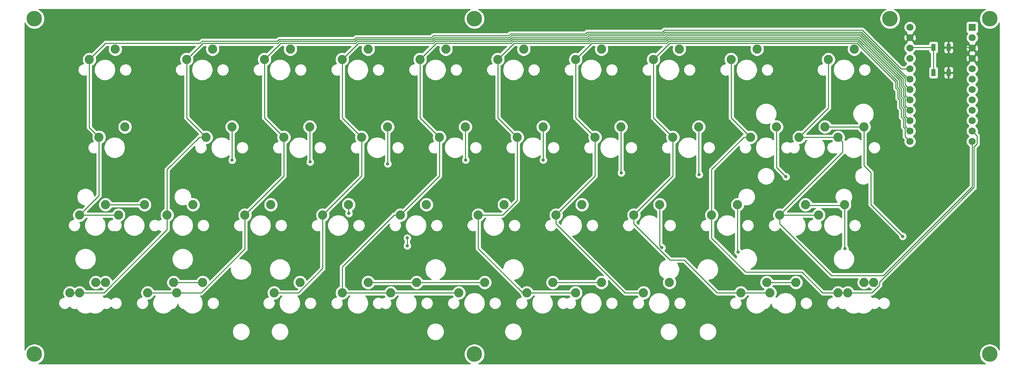
<source format=gbr>
%TF.GenerationSoftware,KiCad,Pcbnew,(5.1.9)-1*%
%TF.CreationDate,2022-03-10T13:39:27-08:00*%
%TF.ProjectId,warpstone - diode array,77617270-7374-46f6-9e65-202d2064696f,rev?*%
%TF.SameCoordinates,Original*%
%TF.FileFunction,Copper,L2,Bot*%
%TF.FilePolarity,Positive*%
%FSLAX46Y46*%
G04 Gerber Fmt 4.6, Leading zero omitted, Abs format (unit mm)*
G04 Created by KiCad (PCBNEW (5.1.9)-1) date 2022-03-10 13:39:27*
%MOMM*%
%LPD*%
G01*
G04 APERTURE LIST*
%TA.AperFunction,ComponentPad*%
%ADD10C,2.250000*%
%TD*%
%TA.AperFunction,ComponentPad*%
%ADD11C,3.800000*%
%TD*%
%TA.AperFunction,ComponentPad*%
%ADD12C,1.752600*%
%TD*%
%TA.AperFunction,ComponentPad*%
%ADD13R,1.752600X1.752600*%
%TD*%
%TA.AperFunction,SMDPad,CuDef*%
%ADD14R,1.100000X1.800000*%
%TD*%
%TA.AperFunction,ViaPad*%
%ADD15C,0.800000*%
%TD*%
%TA.AperFunction,Conductor*%
%ADD16C,0.250000*%
%TD*%
%TA.AperFunction,Conductor*%
%ADD17C,0.254000*%
%TD*%
%TA.AperFunction,Conductor*%
%ADD18C,0.100000*%
%TD*%
G04 APERTURE END LIST*
D10*
%TO.P,MX15,2*%
%TO.N,Net-(D15-Pad2)*%
X133509300Y-52070240D03*
%TO.P,MX15,1*%
%TO.N,c5*%
X127159300Y-54610240D03*
%TD*%
%TO.P,MX18,2*%
%TO.N,Net-(D18-Pad2)*%
X190659540Y-52070240D03*
%TO.P,MX18,1*%
%TO.N,c8*%
X184309540Y-54610240D03*
%TD*%
%TO.P,MX17,2*%
%TO.N,Net-(D17-Pad2)*%
X171609460Y-52070240D03*
%TO.P,MX17,1*%
%TO.N,c7*%
X165259460Y-54610240D03*
%TD*%
D11*
%TO.P,REF\u002A\u002A,1*%
%TO.N,N/C*%
X135731364Y-25598459D03*
%TD*%
%TO.P,REF\u002A\u002A,1*%
%TO.N,N/C*%
X237529887Y-25598459D03*
%TD*%
%TO.P,REF\u002A\u002A,1*%
%TO.N,N/C*%
X261937720Y-25598459D03*
%TD*%
%TO.P,REF\u002A\u002A,1*%
%TO.N,N/C*%
X261937720Y-107751653D03*
%TD*%
%TO.P,REF\u002A\u002A,1*%
%TO.N,N/C*%
X135731364Y-107751653D03*
%TD*%
%TO.P,REF\u002A\u002A,1*%
%TO.N,N/C*%
X27979711Y-107751653D03*
%TD*%
%TO.P,REF\u002A\u002A,1*%
%TO.N,N/C*%
X27979711Y-25598459D03*
%TD*%
D12*
%TO.P,U1,24*%
%TO.N,RAW*%
X242411460Y-27701910D03*
%TO.P,U1,12*%
%TO.N,c10*%
X257651460Y-55641910D03*
%TO.P,U1,23*%
%TO.N,GND*%
X242411460Y-30241910D03*
%TO.P,U1,22*%
%TO.N,RST*%
X242411460Y-32781910D03*
%TO.P,U1,21*%
%TO.N,VCC*%
X242411460Y-35321910D03*
%TO.P,U1,20*%
%TO.N,c1*%
X242411460Y-37861910D03*
%TO.P,U1,19*%
%TO.N,c2*%
X242411460Y-40401910D03*
%TO.P,U1,18*%
%TO.N,c3*%
X242411460Y-42941910D03*
%TO.P,U1,17*%
%TO.N,c4*%
X242411460Y-45481910D03*
%TO.P,U1,16*%
%TO.N,c5*%
X242411460Y-48021910D03*
%TO.P,U1,15*%
%TO.N,c6*%
X242411460Y-50561910D03*
%TO.P,U1,14*%
%TO.N,c7*%
X242411460Y-53101910D03*
%TO.P,U1,13*%
%TO.N,c8*%
X242411460Y-55641910D03*
%TO.P,U1,11*%
%TO.N,c9*%
X257651460Y-53101910D03*
%TO.P,U1,10*%
%TO.N,r1*%
X257651460Y-50561910D03*
%TO.P,U1,9*%
%TO.N,r2*%
X257651460Y-48021910D03*
%TO.P,U1,8*%
%TO.N,r3*%
X257651460Y-45481910D03*
%TO.P,U1,7*%
%TO.N,r4*%
X257651460Y-42941910D03*
%TO.P,U1,6*%
%TO.N,N/C*%
X257651460Y-40401910D03*
%TO.P,U1,5*%
X257651460Y-37861910D03*
%TO.P,U1,4*%
%TO.N,GND*%
X257651460Y-35321910D03*
%TO.P,U1,3*%
X257651460Y-32781910D03*
%TO.P,U1,2*%
%TO.N,N/C*%
X257651460Y-30241910D03*
D13*
%TO.P,U1,1*%
X257651460Y-27701910D03*
%TD*%
D10*
%TO.P,MX30-2.75u1,2*%
%TO.N,Net-(D30-Pad2)*%
X216853400Y-71120320D03*
%TO.P,MX30-2.75u1,1*%
%TO.N,c10*%
X210503400Y-73660320D03*
%TD*%
%TO.P,MX21-2.25u1,2*%
%TO.N,Net-(D21-Pad2)*%
X54927720Y-71120320D03*
%TO.P,MX21-2.25u1,1*%
%TO.N,c1*%
X48577720Y-73660320D03*
%TD*%
%TO.P,MX11,2*%
%TO.N,Net-(D11-Pad2)*%
X50165200Y-52070240D03*
%TO.P,MX11,1*%
%TO.N,c1*%
X43815200Y-54610240D03*
%TD*%
%TO.P,MX20-2.25u1,2*%
%TO.N,Net-(D20-Pad2)*%
X221615920Y-52070240D03*
%TO.P,MX20-2.25u1,1*%
%TO.N,c10*%
X215265920Y-54610240D03*
%TD*%
%TO.P,MX38-1u1,2*%
%TO.N,Net-(D38-Pad2)*%
X233522220Y-90170400D03*
%TO.P,MX38-1u1,1*%
%TO.N,c9*%
X227172220Y-92710400D03*
%TD*%
%TO.P,MX37-1u1,2*%
%TO.N,Net-(D37-Pad2)*%
X214472140Y-90170400D03*
%TO.P,MX37-1u1,1*%
%TO.N,c8*%
X208122140Y-92710400D03*
%TD*%
%TO.P,MX32-1u1,2*%
%TO.N,Net-(D32-Pad2)*%
X62071500Y-90170400D03*
%TO.P,MX32-1u1,1*%
%TO.N,c3*%
X55721500Y-92710400D03*
%TD*%
%TO.P,MX31-1u1,2*%
%TO.N,Net-(D31-Pad2)*%
X43021420Y-90170400D03*
%TO.P,MX31-1u1,1*%
%TO.N,c2*%
X36671420Y-92710400D03*
%TD*%
%TO.P,MX34-7u1,2*%
%TO.N,Net-(D34-Pad2)*%
X138271820Y-90170400D03*
%TO.P,MX34-7u1,1*%
%TO.N,c5*%
X131921820Y-92710400D03*
%TD*%
%TO.P,MX34-6u1,1*%
%TO.N,c5*%
X131921820Y-92710400D03*
%TO.P,MX34-6u1,2*%
%TO.N,Net-(D34-Pad2)*%
X138271820Y-90170400D03*
%TD*%
%TO.P,MX35-3u1,2*%
%TO.N,Net-(D35-Pad2)*%
X166846940Y-90170400D03*
%TO.P,MX35-3u1,1*%
%TO.N,c6*%
X160496940Y-92710400D03*
%TD*%
%TO.P,MX34-3u1,2*%
%TO.N,Net-(D34-Pad2)*%
X109696700Y-90170400D03*
%TO.P,MX34-3u1,1*%
%TO.N,c5*%
X103346700Y-92710400D03*
%TD*%
D14*
%TO.P,SW1,2*%
%TO.N,GND*%
X251881460Y-38818780D03*
X251881460Y-32618780D03*
%TO.P,SW1,1*%
%TO.N,RST*%
X248181460Y-38818780D03*
X248181460Y-32618780D03*
%TD*%
D10*
%TO.P,MX38,2*%
%TO.N,Net-(D38-Pad2)*%
X231140960Y-90170400D03*
%TO.P,MX38,1*%
%TO.N,c9*%
X224790960Y-92710400D03*
%TD*%
%TO.P,MX37,2*%
%TO.N,Net-(D37-Pad2)*%
X207328360Y-90170400D03*
%TO.P,MX37,1*%
%TO.N,c8*%
X200978360Y-92710400D03*
%TD*%
%TO.P,MX36,2*%
%TO.N,Net-(D36-Pad2)*%
X183515760Y-90170400D03*
%TO.P,MX36,1*%
%TO.N,c7*%
X177165760Y-92710400D03*
%TD*%
%TO.P,MX35,2*%
%TO.N,Net-(D35-Pad2)*%
X154940640Y-90170400D03*
%TO.P,MX35,1*%
%TO.N,c6*%
X148590640Y-92710400D03*
%TD*%
%TO.P,MX34,2*%
%TO.N,Net-(D34-Pad2)*%
X121603000Y-90170400D03*
%TO.P,MX34,1*%
%TO.N,c5*%
X115253000Y-92710400D03*
%TD*%
%TO.P,MX33,2*%
%TO.N,Net-(D33-Pad2)*%
X93027880Y-90170400D03*
%TO.P,MX33,1*%
%TO.N,c4*%
X86677880Y-92710400D03*
%TD*%
%TO.P,MX32,2*%
%TO.N,Net-(D32-Pad2)*%
X69215280Y-90170400D03*
%TO.P,MX32,1*%
%TO.N,c3*%
X62865280Y-92710400D03*
%TD*%
%TO.P,MX31,2*%
%TO.N,Net-(D31-Pad2)*%
X45402680Y-90170400D03*
%TO.P,MX31,1*%
%TO.N,c2*%
X39052680Y-92710400D03*
%TD*%
%TO.P,MX30,2*%
%TO.N,Net-(D30-Pad2)*%
X226378440Y-71120320D03*
%TO.P,MX30,1*%
%TO.N,c10*%
X220028440Y-73660320D03*
%TD*%
%TO.P,MX29,2*%
%TO.N,Net-(D29-Pad2)*%
X200184580Y-71120320D03*
%TO.P,MX29,1*%
%TO.N,c9*%
X193834580Y-73660320D03*
%TD*%
%TO.P,MX28,2*%
%TO.N,Net-(D28-Pad2)*%
X181134500Y-71120320D03*
%TO.P,MX28,1*%
%TO.N,c8*%
X174784500Y-73660320D03*
%TD*%
%TO.P,MX27,2*%
%TO.N,Net-(D27-Pad2)*%
X162084420Y-71120320D03*
%TO.P,MX27,1*%
%TO.N,c7*%
X155734420Y-73660320D03*
%TD*%
%TO.P,MX26,2*%
%TO.N,Net-(D26-Pad2)*%
X143034340Y-71120320D03*
%TO.P,MX26,1*%
%TO.N,c6*%
X136684340Y-73660320D03*
%TD*%
%TO.P,MX25,2*%
%TO.N,Net-(D25-Pad2)*%
X123984260Y-71120320D03*
%TO.P,MX25,1*%
%TO.N,c5*%
X117634260Y-73660320D03*
%TD*%
%TO.P,MX24,2*%
%TO.N,Net-(D24-Pad2)*%
X104934180Y-71120320D03*
%TO.P,MX24,1*%
%TO.N,c4*%
X98584180Y-73660320D03*
%TD*%
%TO.P,MX23,2*%
%TO.N,Net-(D23-Pad2)*%
X85884100Y-71120320D03*
%TO.P,MX23,1*%
%TO.N,c3*%
X79534100Y-73660320D03*
%TD*%
%TO.P,MX22,2*%
%TO.N,Net-(D22-Pad2)*%
X66834020Y-71120320D03*
%TO.P,MX22,1*%
%TO.N,c2*%
X60484020Y-73660320D03*
%TD*%
%TO.P,MX21,2*%
%TO.N,Net-(D21-Pad2)*%
X45402680Y-71120320D03*
%TO.P,MX21,1*%
%TO.N,c1*%
X39052680Y-73660320D03*
%TD*%
%TO.P,MX20,2*%
%TO.N,Net-(D20-Pad2)*%
X231140960Y-52070240D03*
%TO.P,MX20,1*%
%TO.N,c10*%
X224790960Y-54610240D03*
%TD*%
%TO.P,MX19,2*%
%TO.N,Net-(D19-Pad2)*%
X209709620Y-52070240D03*
%TO.P,MX19,1*%
%TO.N,c9*%
X203359620Y-54610240D03*
%TD*%
%TO.P,MX16,2*%
%TO.N,Net-(D16-Pad2)*%
X152559380Y-52070240D03*
%TO.P,MX16,1*%
%TO.N,c6*%
X146209380Y-54610240D03*
%TD*%
%TO.P,MX14,2*%
%TO.N,Net-(D14-Pad2)*%
X114459220Y-52070240D03*
%TO.P,MX14,1*%
%TO.N,c4*%
X108109220Y-54610240D03*
%TD*%
%TO.P,MX13,2*%
%TO.N,Net-(D13-Pad2)*%
X95409140Y-52070240D03*
%TO.P,MX13,1*%
%TO.N,c3*%
X89059140Y-54610240D03*
%TD*%
%TO.P,MX12,2*%
%TO.N,Net-(D12-Pad2)*%
X76359060Y-52070240D03*
%TO.P,MX12,1*%
%TO.N,c2*%
X70009060Y-54610240D03*
%TD*%
%TO.P,MX10,2*%
%TO.N,Net-(D10-Pad2)*%
X228759700Y-33020160D03*
%TO.P,MX10,1*%
%TO.N,c10*%
X222409700Y-35560160D03*
%TD*%
%TO.P,MX9,2*%
%TO.N,Net-(D9-Pad2)*%
X204947100Y-33020160D03*
%TO.P,MX9,1*%
%TO.N,c9*%
X198597100Y-35560160D03*
%TD*%
%TO.P,MX8,2*%
%TO.N,Net-(D8-Pad2)*%
X185897020Y-33020160D03*
%TO.P,MX8,1*%
%TO.N,c8*%
X179547020Y-35560160D03*
%TD*%
%TO.P,MX7,2*%
%TO.N,Net-(D7-Pad2)*%
X166846940Y-33020160D03*
%TO.P,MX7,1*%
%TO.N,c7*%
X160496940Y-35560160D03*
%TD*%
%TO.P,MX6,2*%
%TO.N,Net-(D6-Pad2)*%
X147796860Y-33020160D03*
%TO.P,MX6,1*%
%TO.N,c6*%
X141446860Y-35560160D03*
%TD*%
%TO.P,MX5,2*%
%TO.N,Net-(D5-Pad2)*%
X128746780Y-33020160D03*
%TO.P,MX5,1*%
%TO.N,c5*%
X122396780Y-35560160D03*
%TD*%
%TO.P,MX4,2*%
%TO.N,Net-(D4-Pad2)*%
X109696700Y-33020160D03*
%TO.P,MX4,1*%
%TO.N,c4*%
X103346700Y-35560160D03*
%TD*%
%TO.P,MX3,2*%
%TO.N,Net-(D3-Pad2)*%
X90646620Y-33020160D03*
%TO.P,MX3,1*%
%TO.N,c3*%
X84296620Y-35560160D03*
%TD*%
%TO.P,MX2,2*%
%TO.N,Net-(D2-Pad2)*%
X71596540Y-33020160D03*
%TO.P,MX2,1*%
%TO.N,c2*%
X65246540Y-35560160D03*
%TD*%
%TO.P,MX1,2*%
%TO.N,Net-(D1-Pad2)*%
X47783940Y-33020160D03*
%TO.P,MX1,1*%
%TO.N,c1*%
X41433940Y-35560160D03*
%TD*%
D15*
%TO.N,Net-(D12-Pad2)*%
X76400000Y-60225000D03*
%TO.N,Net-(D13-Pad2)*%
X95500000Y-60675010D03*
%TO.N,Net-(D14-Pad2)*%
X114500000Y-61125020D03*
%TO.N,Net-(D15-Pad2)*%
X133600000Y-60194141D03*
%TO.N,Net-(D16-Pad2)*%
X152600000Y-60194141D03*
%TO.N,Net-(D17-Pad2)*%
X171700000Y-63344211D03*
%TO.N,Net-(D18-Pad2)*%
X190800000Y-63794221D03*
%TO.N,Net-(D19-Pad2)*%
X212047663Y-64291894D03*
%TO.N,Net-(D20-Pad2)*%
X240612653Y-78887347D03*
%TO.N,Net-(D24-Pad2)*%
X105014165Y-73295321D03*
%TO.N,Net-(D28-Pad2)*%
X181643756Y-81656244D03*
%TO.N,Net-(D29-Pad2)*%
X200300000Y-82700000D03*
%TO.N,Net-(D30-Pad2)*%
X226461073Y-81872677D03*
%TO.N,Net-(D31-Pad2)*%
X119300000Y-81200000D03*
X119283834Y-79299989D03*
%TD*%
D16*
%TO.N,Net-(D12-Pad2)*%
X76359060Y-60184060D02*
X76400000Y-60225000D01*
X76359060Y-52070240D02*
X76359060Y-60184060D01*
%TO.N,Net-(D13-Pad2)*%
X95409140Y-60584150D02*
X95500000Y-60675010D01*
X95409140Y-52070240D02*
X95409140Y-60584150D01*
%TO.N,Net-(D14-Pad2)*%
X114459220Y-61084240D02*
X114500000Y-61125020D01*
X114459220Y-52070240D02*
X114459220Y-61084240D01*
%TO.N,Net-(D15-Pad2)*%
X133509300Y-60103441D02*
X133600000Y-60194141D01*
X133509300Y-52070240D02*
X133509300Y-60103441D01*
%TO.N,Net-(D16-Pad2)*%
X152559380Y-60153521D02*
X152600000Y-60194141D01*
X152559380Y-52070240D02*
X152559380Y-60153521D01*
%TO.N,Net-(D17-Pad2)*%
X171609460Y-63253671D02*
X171700000Y-63344211D01*
X171609460Y-52070240D02*
X171609460Y-63253671D01*
%TO.N,Net-(D18-Pad2)*%
X190659540Y-63653761D02*
X190800000Y-63794221D01*
X190659540Y-52070240D02*
X190659540Y-63653761D01*
%TO.N,Net-(D19-Pad2)*%
X209709620Y-61953851D02*
X212047663Y-64291894D01*
X209709620Y-52070240D02*
X209709620Y-61953851D01*
%TO.N,Net-(D20-Pad2)*%
X231140960Y-52070240D02*
X221615920Y-52070240D01*
X231140960Y-52070240D02*
X231140960Y-61557508D01*
X232831171Y-63247719D02*
X232831171Y-67587405D01*
X232541726Y-62958274D02*
X232831171Y-63247719D01*
X231140960Y-61557508D02*
X232541726Y-62958274D01*
X232831171Y-67587405D02*
X232831171Y-70931171D01*
X232831171Y-71105865D02*
X232831171Y-70931171D01*
X240612653Y-78887347D02*
X232831171Y-71105865D01*
%TO.N,Net-(D21-Pad2)*%
X45402680Y-71120320D02*
X54927720Y-71120320D01*
%TO.N,Net-(D24-Pad2)*%
X104934180Y-73215336D02*
X105014165Y-73295321D01*
X104934180Y-71120320D02*
X104934180Y-73215336D01*
%TO.N,Net-(D28-Pad2)*%
X181134500Y-71120320D02*
X181134500Y-80078741D01*
X181134500Y-81146988D02*
X181643756Y-81656244D01*
X181134500Y-80078741D02*
X181134500Y-81146988D01*
%TO.N,Net-(D29-Pad2)*%
X200184580Y-82584580D02*
X200300000Y-82700000D01*
X200184580Y-71120320D02*
X200184580Y-82584580D01*
%TO.N,Net-(D30-Pad2)*%
X226220320Y-71120320D02*
X226040640Y-71300000D01*
X226378440Y-71120320D02*
X226220320Y-71120320D01*
X217033080Y-71300000D02*
X216853400Y-71120320D01*
X226040640Y-71300000D02*
X217033080Y-71300000D01*
X226378440Y-81790044D02*
X226461073Y-81872677D01*
X226378440Y-71120320D02*
X226378440Y-81790044D01*
%TO.N,Net-(D31-Pad2)*%
X43021420Y-90170400D02*
X45402680Y-90170400D01*
X119200000Y-81100000D02*
X119300000Y-81200000D01*
X119283834Y-81183834D02*
X119300000Y-81200000D01*
X119283834Y-79299989D02*
X119283834Y-81183834D01*
%TO.N,Net-(D32-Pad2)*%
X62071500Y-90170400D02*
X69215280Y-90170400D01*
%TO.N,Net-(D34-Pad2)*%
X109696700Y-90170400D02*
X121603000Y-90170400D01*
X121603000Y-90170400D02*
X138271820Y-90170400D01*
%TO.N,Net-(D35-Pad2)*%
X154940640Y-90170400D02*
X166846940Y-90170400D01*
%TO.N,Net-(D37-Pad2)*%
X207328360Y-90170400D02*
X214472140Y-90170400D01*
%TO.N,Net-(D38-Pad2)*%
X231140960Y-90170400D02*
X233522220Y-90170400D01*
%TO.N,c1*%
X41433940Y-52228980D02*
X43815200Y-54610240D01*
X41433940Y-35560160D02*
X41433940Y-52228980D01*
X43815200Y-68897800D02*
X39052680Y-73660320D01*
X43815200Y-54610240D02*
X43815200Y-68897800D01*
X39052680Y-73660320D02*
X48577720Y-73660320D01*
X41433940Y-35560160D02*
X45423941Y-31570159D01*
X68600131Y-31570159D02*
X69050141Y-31120149D01*
X45423941Y-31570159D02*
X68600131Y-31570159D01*
X87463811Y-31120149D02*
X87913821Y-30670139D01*
X69050141Y-31120149D02*
X87463811Y-31120149D01*
X106327491Y-30670139D02*
X106777501Y-30220129D01*
X87913821Y-30670139D02*
X106327491Y-30670139D01*
X125191171Y-30220129D02*
X125641181Y-29770119D01*
X106777501Y-30220129D02*
X125191171Y-30220129D01*
X144054851Y-29770119D02*
X144504861Y-29320109D01*
X125641181Y-29770119D02*
X144054851Y-29770119D01*
X162918531Y-29320109D02*
X163368541Y-28870099D01*
X144504861Y-29320109D02*
X162918531Y-29320109D01*
X181782218Y-28870099D02*
X182252317Y-28400000D01*
X163368541Y-28870099D02*
X181782218Y-28870099D01*
X182252317Y-28400000D02*
X230740412Y-28400000D01*
X240202322Y-37861910D02*
X242411460Y-37861910D01*
X230740412Y-28400000D02*
X240202322Y-37861910D01*
%TO.N,c2*%
X65246540Y-49847720D02*
X70009060Y-54610240D01*
X65246540Y-35560160D02*
X65246540Y-49847720D01*
X60484020Y-62544290D02*
X60484020Y-73660320D01*
X68418070Y-54610240D02*
X60484020Y-62544290D01*
X70009060Y-54610240D02*
X68418070Y-54610240D01*
X45008682Y-92710400D02*
X39052680Y-92710400D01*
X60484020Y-77235062D02*
X45008682Y-92710400D01*
X60484020Y-73660320D02*
X60484020Y-77235062D01*
X36671420Y-92710400D02*
X39052680Y-92710400D01*
X182418626Y-28870104D02*
X230574107Y-28870105D01*
X65246540Y-35560160D02*
X69236541Y-31570159D01*
X230574107Y-28870105D02*
X242105912Y-40401910D01*
X163104931Y-29770119D02*
X163554941Y-29320109D01*
X87650211Y-31570159D02*
X88100221Y-31120149D01*
X69236541Y-31570159D02*
X87650211Y-31570159D01*
X125377571Y-30670139D02*
X125827581Y-30220129D01*
X242105912Y-40401910D02*
X242411460Y-40401910D01*
X106513891Y-31120149D02*
X106963901Y-30670139D01*
X106963901Y-30670139D02*
X125377571Y-30670139D01*
X125827581Y-30220129D02*
X144241251Y-30220129D01*
X88100221Y-31120149D02*
X106513891Y-31120149D01*
X144241251Y-30220129D02*
X144691261Y-29770119D01*
X144691261Y-29770119D02*
X163104931Y-29770119D01*
X163554941Y-29320109D02*
X181968616Y-29320109D01*
X181968616Y-29320109D02*
X182418626Y-28870104D01*
%TO.N,c3*%
X84296620Y-49847720D02*
X89059140Y-54610240D01*
X84296620Y-35560160D02*
X84296620Y-49847720D01*
X89059140Y-64135280D02*
X79534100Y-73660320D01*
X89059140Y-54610240D02*
X89059140Y-64135280D01*
X68821282Y-92710400D02*
X62865280Y-92710400D01*
X79534100Y-81997582D02*
X68821282Y-92710400D01*
X79534100Y-73660320D02*
X79534100Y-81997582D01*
X62865280Y-92710400D02*
X55721500Y-92710400D01*
X241200000Y-41730450D02*
X241210159Y-41740609D01*
X241200000Y-40132408D02*
X241200000Y-41730450D01*
X182605025Y-29320113D02*
X230387706Y-29320114D01*
X84296620Y-35560160D02*
X88286621Y-31570159D01*
X88286621Y-31570159D02*
X106700291Y-31570159D01*
X106700291Y-31570159D02*
X107150301Y-31120149D01*
X241210159Y-41740609D02*
X242411460Y-42941910D01*
X182155014Y-29770119D02*
X182605025Y-29320113D01*
X107150301Y-31120149D02*
X125563971Y-31120149D01*
X125563971Y-31120149D02*
X126013981Y-30670139D01*
X126013981Y-30670139D02*
X144427651Y-30670139D01*
X230387706Y-29320114D02*
X241200000Y-40132408D01*
X163291331Y-30220129D02*
X163741341Y-29770119D01*
X144427651Y-30670139D02*
X144877661Y-30220129D01*
X144877661Y-30220129D02*
X163291331Y-30220129D01*
X163741341Y-29770119D02*
X182155014Y-29770119D01*
%TO.N,c4*%
X103346700Y-49847720D02*
X108109220Y-54610240D01*
X103346700Y-35560160D02*
X103346700Y-49847720D01*
X108109220Y-64135280D02*
X98584180Y-73660320D01*
X108109220Y-54610240D02*
X108109220Y-64135280D01*
X92633882Y-92710400D02*
X86677880Y-92710400D01*
X98584180Y-86760102D02*
X92633882Y-92710400D01*
X98584180Y-73660320D02*
X98584180Y-86760102D01*
X103346700Y-35560160D02*
X107336701Y-31570159D01*
X163927741Y-30220129D02*
X182341412Y-30220129D01*
X125750371Y-31570159D02*
X126200381Y-31120149D01*
X241210159Y-44280609D02*
X242411460Y-45481910D01*
X107336701Y-31570159D02*
X125750371Y-31570159D01*
X126200381Y-31120149D02*
X144614051Y-31120149D01*
X144614051Y-31120149D02*
X145064061Y-30670139D01*
X163477731Y-30670139D02*
X163927741Y-30220129D01*
X230201305Y-29770123D02*
X240749990Y-40318808D01*
X182341412Y-30220129D02*
X182791424Y-29770122D01*
X241210159Y-42377019D02*
X241210159Y-44280609D01*
X240749990Y-40318808D02*
X240749991Y-41916851D01*
X145064061Y-30670139D02*
X163477731Y-30670139D01*
X182791424Y-29770122D02*
X230201305Y-29770123D01*
X240749991Y-41916851D02*
X241210159Y-42377019D01*
%TO.N,c5*%
X122396780Y-49847720D02*
X127159300Y-54610240D01*
X122396780Y-35560160D02*
X122396780Y-49847720D01*
X127159300Y-64135280D02*
X117634260Y-73660320D01*
X127159300Y-54610240D02*
X127159300Y-64135280D01*
X103346700Y-92710400D02*
X115253000Y-92710400D01*
X115253000Y-92710400D02*
X131921820Y-92710400D01*
X103346700Y-86356890D02*
X103346700Y-92710400D01*
X116043270Y-73660320D02*
X103346700Y-86356890D01*
X117634260Y-73660320D02*
X116043270Y-73660320D01*
X241210159Y-44917019D02*
X241210159Y-46820609D01*
X241210159Y-46820609D02*
X242411460Y-48021910D01*
X122396780Y-35560160D02*
X126386781Y-31570159D01*
X144800451Y-31570159D02*
X145250461Y-31120149D01*
X145250461Y-31120149D02*
X163664131Y-31120149D01*
X230014904Y-30220132D02*
X240299981Y-40505209D01*
X163664131Y-31120149D02*
X164114141Y-30670139D01*
X126386781Y-31570159D02*
X144800451Y-31570159D01*
X240299981Y-40505209D02*
X240299982Y-42103252D01*
X182527812Y-30670139D02*
X182977823Y-30220131D01*
X164114141Y-30670139D02*
X182527812Y-30670139D01*
X182977823Y-30220131D02*
X230014904Y-30220132D01*
X240299982Y-42103252D02*
X240760149Y-42563419D01*
X240760149Y-42563419D02*
X240760150Y-44467010D01*
X240760150Y-44467010D02*
X241210159Y-44917019D01*
%TO.N,c6*%
X141446860Y-49847720D02*
X146209380Y-54610240D01*
X141446860Y-35560160D02*
X141446860Y-49847720D01*
X142640342Y-73660320D02*
X136684340Y-73660320D01*
X146209380Y-70091282D02*
X142640342Y-73660320D01*
X146209380Y-54610240D02*
X146209380Y-70091282D01*
X147539966Y-92710400D02*
X148590640Y-92710400D01*
X136684340Y-81854774D02*
X147539966Y-92710400D01*
X136684340Y-73660320D02*
X136684340Y-81854774D01*
X148590640Y-92710400D02*
X160496940Y-92710400D01*
X241210159Y-49360609D02*
X242411460Y-50561910D01*
X241210159Y-47457019D02*
X241210159Y-49360609D01*
X141446860Y-35560160D02*
X145436861Y-31570159D01*
X145436861Y-31570159D02*
X163850531Y-31570159D01*
X163850531Y-31570159D02*
X164300541Y-31120149D01*
X164300541Y-31120149D02*
X182714211Y-31120149D01*
X182714211Y-31120149D02*
X183164222Y-30670140D01*
X183164222Y-30670140D02*
X229828503Y-30670141D01*
X229828503Y-30670141D02*
X239849973Y-40691611D01*
X239849973Y-40691611D02*
X239849973Y-42289653D01*
X240760150Y-47007010D02*
X241210159Y-47457019D01*
X239849973Y-42289653D02*
X240310141Y-42749821D01*
X240310141Y-42749821D02*
X240310141Y-44653411D01*
X240310141Y-44653411D02*
X240760149Y-45103419D01*
X240760149Y-45103419D02*
X240760150Y-47007010D01*
%TO.N,c7*%
X160496940Y-49847720D02*
X165259460Y-54610240D01*
X160496940Y-35560160D02*
X160496940Y-49847720D01*
X165259460Y-64135280D02*
X155734420Y-73660320D01*
X165259460Y-54610240D02*
X165259460Y-64135280D01*
X172622526Y-92710400D02*
X177165760Y-92710400D01*
X155734420Y-75822294D02*
X172622526Y-92710400D01*
X155734420Y-73660320D02*
X155734420Y-75822294D01*
X241210159Y-51900609D02*
X242411460Y-53101910D01*
X241210159Y-49997019D02*
X241210159Y-51900609D01*
X239399963Y-40878011D02*
X239399964Y-42476054D01*
X240760149Y-47643419D02*
X240760150Y-49547010D01*
X182900611Y-31570159D02*
X183350621Y-31120149D01*
X240310141Y-45289821D02*
X240310141Y-47193411D01*
X229642102Y-31120150D02*
X239399963Y-40878011D01*
X164486941Y-31570159D02*
X182900611Y-31570159D01*
X239399964Y-42476054D02*
X239860131Y-42936221D01*
X183350621Y-31120149D02*
X229642102Y-31120150D01*
X239860131Y-42936221D02*
X239860132Y-44839812D01*
X240310141Y-47193411D02*
X240760149Y-47643419D01*
X160496940Y-35560160D02*
X164486941Y-31570159D01*
X239860132Y-44839812D02*
X240310141Y-45289821D01*
X240760150Y-49547010D02*
X241210159Y-49997019D01*
%TO.N,c8*%
X179547020Y-49847720D02*
X184309540Y-54610240D01*
X179547020Y-35560160D02*
X179547020Y-49847720D01*
X195164846Y-92710400D02*
X200978360Y-92710400D01*
X183638705Y-84676499D02*
X187130945Y-84676499D01*
X187130945Y-84676499D02*
X195164846Y-92710400D01*
X174784500Y-75822294D02*
X183638705Y-84676499D01*
X174784500Y-73660320D02*
X174784500Y-75822294D01*
X200978360Y-92710400D02*
X208122140Y-92710400D01*
X184309540Y-64135280D02*
X174784500Y-73660320D01*
X184309540Y-54610240D02*
X184309540Y-64135280D01*
X241210159Y-54440609D02*
X242411460Y-55641910D01*
X183537021Y-31570159D02*
X229455701Y-31570159D01*
X240760150Y-52087010D02*
X241210159Y-52537019D01*
X229455701Y-31570159D02*
X238949955Y-41064413D01*
X241210159Y-52537019D02*
X241210159Y-54440609D01*
X238949955Y-41064413D02*
X238949955Y-42662455D01*
X238949955Y-42662455D02*
X239410123Y-43122623D01*
X239410123Y-43122623D02*
X239410123Y-45026213D01*
X240760149Y-50183419D02*
X240760150Y-52087010D01*
X239410123Y-45026213D02*
X239860131Y-45476221D01*
X239860131Y-45476221D02*
X239860132Y-47379812D01*
X239860132Y-47379812D02*
X240310141Y-47829821D01*
X179547020Y-35560160D02*
X183537021Y-31570159D01*
X240310141Y-47829821D02*
X240310141Y-49733411D01*
X240310141Y-49733411D02*
X240760149Y-50183419D01*
%TO.N,c9*%
X198597100Y-49847720D02*
X203359620Y-54610240D01*
X198597100Y-35560160D02*
X198597100Y-49847720D01*
X221010400Y-92710400D02*
X224790960Y-92710400D01*
X224790960Y-92710400D02*
X227172220Y-92710400D01*
X202169856Y-87650000D02*
X215950000Y-87650000D01*
X193834580Y-79314724D02*
X202169856Y-87650000D01*
X193834580Y-73660320D02*
X193834580Y-79314724D01*
X215950000Y-87650000D02*
X221010400Y-92710400D01*
X193834580Y-62544290D02*
X193834580Y-73660320D01*
X201768630Y-54610240D02*
X193834580Y-62544290D01*
X203359620Y-54610240D02*
X201768630Y-54610240D01*
X224790960Y-92710400D02*
X223199970Y-92710400D01*
X258852761Y-54303211D02*
X257651460Y-53101910D01*
X258101470Y-57000000D02*
X258852761Y-56248709D01*
X258101470Y-66934940D02*
X258101470Y-57000000D01*
X234972221Y-90064189D02*
X258101470Y-66934940D01*
X234972221Y-90866401D02*
X234972221Y-90064189D01*
X258852761Y-56248709D02*
X258852761Y-54303211D01*
X233128222Y-92710400D02*
X234972221Y-90866401D01*
X227172220Y-92710400D02*
X233128222Y-92710400D01*
%TO.N,c10*%
X215265920Y-54610240D02*
X224790960Y-54610240D01*
X220028440Y-73660320D02*
X210503400Y-73660320D01*
X222409700Y-47466460D02*
X215265920Y-54610240D01*
X222409700Y-35560160D02*
X222409700Y-47466460D01*
X225915959Y-58247761D02*
X210503400Y-73660320D01*
X225915959Y-55735239D02*
X225915959Y-58247761D01*
X224790960Y-54610240D02*
X225915959Y-55735239D01*
X235900000Y-88500000D02*
X226832356Y-88500000D01*
X257651460Y-66748540D02*
X235900000Y-88500000D01*
X257651460Y-55641910D02*
X257651460Y-66748540D01*
X210503400Y-75822294D02*
X210503400Y-73660320D01*
X223181106Y-88500000D02*
X210503400Y-75822294D01*
X226832356Y-88500000D02*
X223181106Y-88500000D01*
%TO.N,GND*%
X251881460Y-32618780D02*
X251881460Y-38818780D01*
X257488330Y-32618780D02*
X257651460Y-32781910D01*
X251881460Y-32618780D02*
X257488330Y-32618780D01*
%TO.N,RST*%
X242574590Y-32618780D02*
X242411460Y-32781910D01*
X248181460Y-32618780D02*
X242574590Y-32618780D01*
X248181460Y-32618780D02*
X248181460Y-38818780D01*
%TD*%
D17*
%TO.N,GND*%
X134530591Y-23351971D02*
X134115396Y-23629396D01*
X133762301Y-23982491D01*
X133484876Y-24397686D01*
X133293782Y-24859027D01*
X133196364Y-25348783D01*
X133196364Y-25848135D01*
X133293782Y-26337891D01*
X133484876Y-26799232D01*
X133762301Y-27214427D01*
X134115396Y-27567522D01*
X134530591Y-27844947D01*
X134991932Y-28036041D01*
X135481688Y-28133459D01*
X135981040Y-28133459D01*
X136470796Y-28036041D01*
X136932137Y-27844947D01*
X137347332Y-27567522D01*
X137700427Y-27214427D01*
X137977852Y-26799232D01*
X138168946Y-26337891D01*
X138266364Y-25848135D01*
X138266364Y-25348783D01*
X138168946Y-24859027D01*
X137977852Y-24397686D01*
X137700427Y-23982491D01*
X137347332Y-23629396D01*
X136932137Y-23351971D01*
X136762956Y-23281894D01*
X236498295Y-23281894D01*
X236329114Y-23351971D01*
X235913919Y-23629396D01*
X235560824Y-23982491D01*
X235283399Y-24397686D01*
X235092305Y-24859027D01*
X234994887Y-25348783D01*
X234994887Y-25848135D01*
X235092305Y-26337891D01*
X235283399Y-26799232D01*
X235560824Y-27214427D01*
X235913919Y-27567522D01*
X236329114Y-27844947D01*
X236790455Y-28036041D01*
X237280211Y-28133459D01*
X237779563Y-28133459D01*
X238269319Y-28036041D01*
X238730660Y-27844947D01*
X239145855Y-27567522D01*
X239160317Y-27553060D01*
X240900160Y-27553060D01*
X240900160Y-27850760D01*
X240958238Y-28142740D01*
X241072163Y-28417779D01*
X241237556Y-28665308D01*
X241448062Y-28875814D01*
X241611269Y-28984865D01*
X241543897Y-29194741D01*
X242411460Y-30062305D01*
X243279023Y-29194741D01*
X243211651Y-28984865D01*
X243374858Y-28875814D01*
X243585364Y-28665308D01*
X243750757Y-28417779D01*
X243864682Y-28142740D01*
X243922760Y-27850760D01*
X243922760Y-27553060D01*
X243864682Y-27261080D01*
X243750757Y-26986041D01*
X243643561Y-26825610D01*
X256137088Y-26825610D01*
X256137088Y-28578210D01*
X256149348Y-28702692D01*
X256185658Y-28822390D01*
X256244623Y-28932704D01*
X256323975Y-29029395D01*
X256420666Y-29108747D01*
X256530980Y-29167712D01*
X256575002Y-29181066D01*
X256477556Y-29278512D01*
X256312163Y-29526041D01*
X256198238Y-29801080D01*
X256140160Y-30093060D01*
X256140160Y-30390760D01*
X256198238Y-30682740D01*
X256312163Y-30957779D01*
X256477556Y-31205308D01*
X256688062Y-31415814D01*
X256851269Y-31524865D01*
X256783897Y-31734741D01*
X257651460Y-32602305D01*
X258519023Y-31734741D01*
X258451651Y-31524865D01*
X258614858Y-31415814D01*
X258825364Y-31205308D01*
X258990757Y-30957779D01*
X259104682Y-30682740D01*
X259162760Y-30390760D01*
X259162760Y-30093060D01*
X259104682Y-29801080D01*
X258990757Y-29526041D01*
X258825364Y-29278512D01*
X258727918Y-29181066D01*
X258771940Y-29167712D01*
X258882254Y-29108747D01*
X258978945Y-29029395D01*
X259058297Y-28932704D01*
X259117262Y-28822390D01*
X259153572Y-28702692D01*
X259165832Y-28578210D01*
X259165832Y-26825610D01*
X259153572Y-26701128D01*
X259117262Y-26581430D01*
X259058297Y-26471116D01*
X258978945Y-26374425D01*
X258882254Y-26295073D01*
X258771940Y-26236108D01*
X258652242Y-26199798D01*
X258527760Y-26187538D01*
X256775160Y-26187538D01*
X256650678Y-26199798D01*
X256530980Y-26236108D01*
X256420666Y-26295073D01*
X256323975Y-26374425D01*
X256244623Y-26471116D01*
X256185658Y-26581430D01*
X256149348Y-26701128D01*
X256137088Y-26825610D01*
X243643561Y-26825610D01*
X243585364Y-26738512D01*
X243374858Y-26528006D01*
X243127329Y-26362613D01*
X242852290Y-26248688D01*
X242560310Y-26190610D01*
X242262610Y-26190610D01*
X241970630Y-26248688D01*
X241695591Y-26362613D01*
X241448062Y-26528006D01*
X241237556Y-26738512D01*
X241072163Y-26986041D01*
X240958238Y-27261080D01*
X240900160Y-27553060D01*
X239160317Y-27553060D01*
X239498950Y-27214427D01*
X239776375Y-26799232D01*
X239967469Y-26337891D01*
X240064887Y-25848135D01*
X240064887Y-25348783D01*
X239967469Y-24859027D01*
X239776375Y-24397686D01*
X239498950Y-23982491D01*
X239145855Y-23629396D01*
X238730660Y-23351971D01*
X238561479Y-23281894D01*
X260906128Y-23281894D01*
X260736947Y-23351971D01*
X260321752Y-23629396D01*
X259968657Y-23982491D01*
X259691232Y-24397686D01*
X259500138Y-24859027D01*
X259402720Y-25348783D01*
X259402720Y-25848135D01*
X259500138Y-26337891D01*
X259691232Y-26799232D01*
X259968657Y-27214427D01*
X260321752Y-27567522D01*
X260736947Y-27844947D01*
X261198288Y-28036041D01*
X261688044Y-28133459D01*
X262187396Y-28133459D01*
X262677152Y-28036041D01*
X263138493Y-27844947D01*
X263553688Y-27567522D01*
X263906783Y-27214427D01*
X264184208Y-26799232D01*
X264254294Y-26630030D01*
X264254293Y-106720080D01*
X264184208Y-106550880D01*
X263906783Y-106135685D01*
X263553688Y-105782590D01*
X263138493Y-105505165D01*
X262677152Y-105314071D01*
X262187396Y-105216653D01*
X261688044Y-105216653D01*
X261198288Y-105314071D01*
X260736947Y-105505165D01*
X260321752Y-105782590D01*
X259968657Y-106135685D01*
X259691232Y-106550880D01*
X259500138Y-107012221D01*
X259402720Y-107501977D01*
X259402720Y-108001329D01*
X259500138Y-108491085D01*
X259691232Y-108952426D01*
X259968657Y-109367621D01*
X260321752Y-109720716D01*
X260736947Y-109998141D01*
X260906128Y-110068218D01*
X136762956Y-110068218D01*
X136932137Y-109998141D01*
X137347332Y-109720716D01*
X137700427Y-109367621D01*
X137977852Y-108952426D01*
X138168946Y-108491085D01*
X138266364Y-108001329D01*
X138266364Y-107501977D01*
X138168946Y-107012221D01*
X137977852Y-106550880D01*
X137700427Y-106135685D01*
X137347332Y-105782590D01*
X136932137Y-105505165D01*
X136470796Y-105314071D01*
X135981040Y-105216653D01*
X135481688Y-105216653D01*
X134991932Y-105314071D01*
X134530591Y-105505165D01*
X134115396Y-105782590D01*
X133762301Y-106135685D01*
X133484876Y-106550880D01*
X133293782Y-107012221D01*
X133196364Y-107501977D01*
X133196364Y-108001329D01*
X133293782Y-108491085D01*
X133484876Y-108952426D01*
X133762301Y-109367621D01*
X134115396Y-109720716D01*
X134530591Y-109998141D01*
X134699772Y-110068218D01*
X29011303Y-110068218D01*
X29180484Y-109998141D01*
X29595679Y-109720716D01*
X29948774Y-109367621D01*
X30226199Y-108952426D01*
X30417293Y-108491085D01*
X30514711Y-108001329D01*
X30514711Y-107501977D01*
X30417293Y-107012221D01*
X30226199Y-106550880D01*
X29948774Y-106135685D01*
X29595679Y-105782590D01*
X29180484Y-105505165D01*
X28719143Y-105314071D01*
X28229387Y-105216653D01*
X27730035Y-105216653D01*
X27240279Y-105314071D01*
X26778938Y-105505165D01*
X26363743Y-105782590D01*
X26010648Y-106135685D01*
X25733223Y-106550880D01*
X25663146Y-106720061D01*
X25663146Y-102022757D01*
X76422820Y-102022757D01*
X76422820Y-102448043D01*
X76505790Y-102865157D01*
X76668539Y-103258070D01*
X76904816Y-103611682D01*
X77205538Y-103912404D01*
X77559150Y-104148681D01*
X77952063Y-104311430D01*
X78369177Y-104394400D01*
X78794463Y-104394400D01*
X79211577Y-104311430D01*
X79604490Y-104148681D01*
X79958102Y-103912404D01*
X80258824Y-103611682D01*
X80495101Y-103258070D01*
X80657850Y-102865157D01*
X80740820Y-102448043D01*
X80740820Y-102022757D01*
X85947700Y-102022757D01*
X85947700Y-102448043D01*
X86030670Y-102865157D01*
X86193419Y-103258070D01*
X86429696Y-103611682D01*
X86730418Y-103912404D01*
X87084030Y-104148681D01*
X87476943Y-104311430D01*
X87894057Y-104394400D01*
X88319463Y-104394400D01*
X88736577Y-104311430D01*
X89129490Y-104148681D01*
X89483102Y-103912404D01*
X89783824Y-103611682D01*
X90020101Y-103258070D01*
X90182850Y-102865157D01*
X90265820Y-102448043D01*
X90265820Y-102022757D01*
X124047700Y-102022757D01*
X124047700Y-102448043D01*
X124130670Y-102865157D01*
X124293419Y-103258070D01*
X124529696Y-103611682D01*
X124830418Y-103912404D01*
X125184030Y-104148681D01*
X125576943Y-104311430D01*
X125994057Y-104394400D01*
X126419343Y-104394400D01*
X126836457Y-104311430D01*
X127229370Y-104148681D01*
X127582982Y-103912404D01*
X127883704Y-103611682D01*
X128119981Y-103258070D01*
X128282730Y-102865157D01*
X128365700Y-102448043D01*
X128365700Y-102022757D01*
X143097940Y-102022757D01*
X143097940Y-102448043D01*
X143180910Y-102865157D01*
X143343659Y-103258070D01*
X143579936Y-103611682D01*
X143880658Y-103912404D01*
X144234270Y-104148681D01*
X144627183Y-104311430D01*
X145044297Y-104394400D01*
X145469583Y-104394400D01*
X145886697Y-104311430D01*
X146279610Y-104148681D01*
X146633222Y-103912404D01*
X146933944Y-103611682D01*
X147170221Y-103258070D01*
X147332970Y-102865157D01*
X147415940Y-102448043D01*
X147415940Y-102022757D01*
X181197820Y-102022757D01*
X181197820Y-102448043D01*
X181280790Y-102865157D01*
X181443539Y-103258070D01*
X181679816Y-103611682D01*
X181980538Y-103912404D01*
X182334150Y-104148681D01*
X182727063Y-104311430D01*
X183144177Y-104394400D01*
X183569583Y-104394400D01*
X183986697Y-104311430D01*
X184379610Y-104148681D01*
X184733222Y-103912404D01*
X185033944Y-103611682D01*
X185270221Y-103258070D01*
X185432970Y-102865157D01*
X185515940Y-102448043D01*
X185515940Y-102022757D01*
X190722820Y-102022757D01*
X190722820Y-102448043D01*
X190805790Y-102865157D01*
X190968539Y-103258070D01*
X191204816Y-103611682D01*
X191505538Y-103912404D01*
X191859150Y-104148681D01*
X192252063Y-104311430D01*
X192669177Y-104394400D01*
X193094463Y-104394400D01*
X193511577Y-104311430D01*
X193904490Y-104148681D01*
X194258102Y-103912404D01*
X194558824Y-103611682D01*
X194795101Y-103258070D01*
X194957850Y-102865157D01*
X195040820Y-102448043D01*
X195040820Y-102022757D01*
X194957850Y-101605643D01*
X194795101Y-101212730D01*
X194558824Y-100859118D01*
X194258102Y-100558396D01*
X193904490Y-100322119D01*
X193511577Y-100159370D01*
X193094463Y-100076400D01*
X192669177Y-100076400D01*
X192252063Y-100159370D01*
X191859150Y-100322119D01*
X191505538Y-100558396D01*
X191204816Y-100859118D01*
X190968539Y-101212730D01*
X190805790Y-101605643D01*
X190722820Y-102022757D01*
X185515940Y-102022757D01*
X185432970Y-101605643D01*
X185270221Y-101212730D01*
X185033944Y-100859118D01*
X184733222Y-100558396D01*
X184379610Y-100322119D01*
X183986697Y-100159370D01*
X183569583Y-100076400D01*
X183144177Y-100076400D01*
X182727063Y-100159370D01*
X182334150Y-100322119D01*
X181980538Y-100558396D01*
X181679816Y-100859118D01*
X181443539Y-101212730D01*
X181280790Y-101605643D01*
X181197820Y-102022757D01*
X147415940Y-102022757D01*
X147332970Y-101605643D01*
X147170221Y-101212730D01*
X146933944Y-100859118D01*
X146633222Y-100558396D01*
X146279610Y-100322119D01*
X145886697Y-100159370D01*
X145469583Y-100076400D01*
X145044297Y-100076400D01*
X144627183Y-100159370D01*
X144234270Y-100322119D01*
X143880658Y-100558396D01*
X143579936Y-100859118D01*
X143343659Y-101212730D01*
X143180910Y-101605643D01*
X143097940Y-102022757D01*
X128365700Y-102022757D01*
X128282730Y-101605643D01*
X128119981Y-101212730D01*
X127883704Y-100859118D01*
X127582982Y-100558396D01*
X127229370Y-100322119D01*
X126836457Y-100159370D01*
X126419343Y-100076400D01*
X125994057Y-100076400D01*
X125576943Y-100159370D01*
X125184030Y-100322119D01*
X124830418Y-100558396D01*
X124529696Y-100859118D01*
X124293419Y-101212730D01*
X124130670Y-101605643D01*
X124047700Y-102022757D01*
X90265820Y-102022757D01*
X90182850Y-101605643D01*
X90020101Y-101212730D01*
X89783824Y-100859118D01*
X89483102Y-100558396D01*
X89129490Y-100322119D01*
X88736577Y-100159370D01*
X88319463Y-100076400D01*
X87894057Y-100076400D01*
X87476943Y-100159370D01*
X87084030Y-100322119D01*
X86730418Y-100558396D01*
X86429696Y-100859118D01*
X86193419Y-101212730D01*
X86030670Y-101605643D01*
X85947700Y-102022757D01*
X80740820Y-102022757D01*
X80657850Y-101605643D01*
X80495101Y-101212730D01*
X80258824Y-100859118D01*
X79958102Y-100558396D01*
X79604490Y-100322119D01*
X79211577Y-100159370D01*
X78794463Y-100076400D01*
X78369177Y-100076400D01*
X77952063Y-100159370D01*
X77559150Y-100322119D01*
X77205538Y-100558396D01*
X76904816Y-100859118D01*
X76668539Y-101212730D01*
X76505790Y-101605643D01*
X76422820Y-102022757D01*
X25663146Y-102022757D01*
X25663145Y-95101678D01*
X33891420Y-95101678D01*
X33891420Y-95399122D01*
X33949449Y-95690851D01*
X34063276Y-95965653D01*
X34228527Y-96212969D01*
X34438851Y-96423293D01*
X34686167Y-96588544D01*
X34960969Y-96702371D01*
X35252698Y-96760400D01*
X35550142Y-96760400D01*
X35841871Y-96702371D01*
X36116673Y-96588544D01*
X36363989Y-96423293D01*
X36574313Y-96212969D01*
X36592050Y-96186424D01*
X36609787Y-96212969D01*
X36820111Y-96423293D01*
X37067427Y-96588544D01*
X37342229Y-96702371D01*
X37633958Y-96760400D01*
X37931402Y-96760400D01*
X38223131Y-96702371D01*
X38275383Y-96680727D01*
X38439420Y-96926226D01*
X38805594Y-97292400D01*
X39236169Y-97580101D01*
X39714598Y-97778273D01*
X40222496Y-97879300D01*
X40740344Y-97879300D01*
X41248242Y-97778273D01*
X41672050Y-97602726D01*
X42095858Y-97778273D01*
X42603756Y-97879300D01*
X43121604Y-97879300D01*
X43629502Y-97778273D01*
X44107931Y-97580101D01*
X44538506Y-97292400D01*
X44904680Y-96926226D01*
X45068717Y-96680727D01*
X45120969Y-96702371D01*
X45412698Y-96760400D01*
X45710142Y-96760400D01*
X46001871Y-96702371D01*
X46276673Y-96588544D01*
X46523989Y-96423293D01*
X46734313Y-96212969D01*
X46752050Y-96186424D01*
X46769787Y-96212969D01*
X46980111Y-96423293D01*
X47227427Y-96588544D01*
X47502229Y-96702371D01*
X47793958Y-96760400D01*
X48091402Y-96760400D01*
X48383131Y-96702371D01*
X48657933Y-96588544D01*
X48905249Y-96423293D01*
X49115573Y-96212969D01*
X49280824Y-95965653D01*
X49394651Y-95690851D01*
X49452680Y-95399122D01*
X49452680Y-95101678D01*
X49394651Y-94809949D01*
X49280824Y-94535147D01*
X49115573Y-94287831D01*
X48905249Y-94077507D01*
X48657933Y-93912256D01*
X48383131Y-93798429D01*
X48091402Y-93740400D01*
X47793958Y-93740400D01*
X47502229Y-93798429D01*
X47227427Y-93912256D01*
X46980111Y-94077507D01*
X46769787Y-94287831D01*
X46752050Y-94314376D01*
X46734313Y-94287831D01*
X46523989Y-94077507D01*
X46276673Y-93912256D01*
X46001871Y-93798429D01*
X45710142Y-93740400D01*
X45412698Y-93740400D01*
X45120969Y-93798429D01*
X45068717Y-93820073D01*
X44904680Y-93574574D01*
X44800506Y-93470400D01*
X44971360Y-93470400D01*
X45008682Y-93474076D01*
X45046004Y-93470400D01*
X45046015Y-93470400D01*
X45157668Y-93459403D01*
X45300929Y-93415946D01*
X45432958Y-93345374D01*
X45548683Y-93250401D01*
X45572486Y-93221397D01*
X54597487Y-84196396D01*
X61665070Y-84196396D01*
X61665070Y-84714244D01*
X61766097Y-85222142D01*
X61964269Y-85700571D01*
X62251970Y-86131146D01*
X62618144Y-86497320D01*
X63048719Y-86785021D01*
X63527148Y-86983193D01*
X64035046Y-87084220D01*
X64552894Y-87084220D01*
X65060792Y-86983193D01*
X65539221Y-86785021D01*
X65969796Y-86497320D01*
X66335970Y-86131146D01*
X66623671Y-85700571D01*
X66821843Y-85222142D01*
X66922870Y-84714244D01*
X66922870Y-84196396D01*
X66821843Y-83688498D01*
X66623671Y-83210069D01*
X66335970Y-82779494D01*
X65969796Y-82413320D01*
X65539221Y-82125619D01*
X65060792Y-81927447D01*
X64552894Y-81826420D01*
X64035046Y-81826420D01*
X63527148Y-81927447D01*
X63048719Y-82125619D01*
X62618144Y-82413320D01*
X62251970Y-82779494D01*
X61964269Y-83210069D01*
X61766097Y-83688498D01*
X61665070Y-84196396D01*
X54597487Y-84196396D01*
X60995023Y-77798861D01*
X61024021Y-77775063D01*
X61077154Y-77710320D01*
X61118994Y-77659339D01*
X61189566Y-77527309D01*
X61233023Y-77384048D01*
X61244020Y-77272395D01*
X61244020Y-77272385D01*
X61247696Y-77235062D01*
X61244020Y-77197739D01*
X61244020Y-75941396D01*
X61665120Y-75941396D01*
X61665120Y-76459244D01*
X61766147Y-76967142D01*
X61964319Y-77445571D01*
X62252020Y-77876146D01*
X62618194Y-78242320D01*
X63048769Y-78530021D01*
X63527198Y-78728193D01*
X64035096Y-78829220D01*
X64552944Y-78829220D01*
X65060842Y-78728193D01*
X65539271Y-78530021D01*
X65969846Y-78242320D01*
X66336020Y-77876146D01*
X66623721Y-77445571D01*
X66821893Y-76967142D01*
X66922920Y-76459244D01*
X66922920Y-76051598D01*
X67864020Y-76051598D01*
X67864020Y-76349042D01*
X67922049Y-76640771D01*
X68035876Y-76915573D01*
X68201127Y-77162889D01*
X68411451Y-77373213D01*
X68658767Y-77538464D01*
X68933569Y-77652291D01*
X69225298Y-77710320D01*
X69522742Y-77710320D01*
X69814471Y-77652291D01*
X70089273Y-77538464D01*
X70336589Y-77373213D01*
X70546913Y-77162889D01*
X70712164Y-76915573D01*
X70825991Y-76640771D01*
X70884020Y-76349042D01*
X70884020Y-76051598D01*
X70825991Y-75759869D01*
X70712164Y-75485067D01*
X70546913Y-75237751D01*
X70336589Y-75027427D01*
X70089273Y-74862176D01*
X69814471Y-74748349D01*
X69522742Y-74690320D01*
X69225298Y-74690320D01*
X68933569Y-74748349D01*
X68658767Y-74862176D01*
X68411451Y-75027427D01*
X68201127Y-75237751D01*
X68035876Y-75485067D01*
X67922049Y-75759869D01*
X67864020Y-76051598D01*
X66922920Y-76051598D01*
X66922920Y-75941396D01*
X66821893Y-75433498D01*
X66623721Y-74955069D01*
X66336020Y-74524494D01*
X65969846Y-74158320D01*
X65539271Y-73870619D01*
X65060842Y-73672447D01*
X64552944Y-73571420D01*
X64035096Y-73571420D01*
X63527198Y-73672447D01*
X63048769Y-73870619D01*
X62618194Y-74158320D01*
X62252020Y-74524494D01*
X61964319Y-74955069D01*
X61766147Y-75433498D01*
X61665120Y-75941396D01*
X61244020Y-75941396D01*
X61244020Y-75250528D01*
X61317693Y-75220012D01*
X61605955Y-75027401D01*
X61851101Y-74782255D01*
X62043712Y-74493993D01*
X62176384Y-74173693D01*
X62244020Y-73833665D01*
X62244020Y-73486975D01*
X62176384Y-73146947D01*
X62043712Y-72826647D01*
X61851101Y-72538385D01*
X61605955Y-72293239D01*
X61317693Y-72100628D01*
X61244020Y-72070112D01*
X61244020Y-69002677D01*
X62134970Y-69002677D01*
X62134970Y-69427963D01*
X62217940Y-69845077D01*
X62380689Y-70237990D01*
X62616966Y-70591602D01*
X62917688Y-70892324D01*
X63271300Y-71128601D01*
X63664213Y-71291350D01*
X64081327Y-71374320D01*
X64506613Y-71374320D01*
X64923727Y-71291350D01*
X65074020Y-71229097D01*
X65074020Y-71293665D01*
X65141656Y-71633693D01*
X65274328Y-71953993D01*
X65466939Y-72242255D01*
X65712085Y-72487401D01*
X66000347Y-72680012D01*
X66320647Y-72812684D01*
X66660675Y-72880320D01*
X67007365Y-72880320D01*
X67347393Y-72812684D01*
X67667693Y-72680012D01*
X67955955Y-72487401D01*
X68201101Y-72242255D01*
X68393712Y-71953993D01*
X68526384Y-71633693D01*
X68594020Y-71293665D01*
X68594020Y-70946975D01*
X68526384Y-70606947D01*
X68393712Y-70286647D01*
X68201101Y-69998385D01*
X67955955Y-69753239D01*
X67667693Y-69560628D01*
X67347393Y-69427956D01*
X67007365Y-69360320D01*
X66660675Y-69360320D01*
X66452970Y-69401635D01*
X66452970Y-69002677D01*
X66370000Y-68585563D01*
X66207251Y-68192650D01*
X65970974Y-67839038D01*
X65670252Y-67538316D01*
X65316640Y-67302039D01*
X64923727Y-67139290D01*
X64506613Y-67056320D01*
X64081327Y-67056320D01*
X63664213Y-67139290D01*
X63271300Y-67302039D01*
X62917688Y-67538316D01*
X62616966Y-67839038D01*
X62380689Y-68192650D01*
X62217940Y-68585563D01*
X62134970Y-69002677D01*
X61244020Y-69002677D01*
X61244020Y-62859091D01*
X67260711Y-56842401D01*
X67229060Y-57001518D01*
X67229060Y-57298962D01*
X67287089Y-57590691D01*
X67400916Y-57865493D01*
X67566167Y-58112809D01*
X67776491Y-58323133D01*
X68023807Y-58488384D01*
X68298609Y-58602211D01*
X68590338Y-58660240D01*
X68887782Y-58660240D01*
X69179511Y-58602211D01*
X69454313Y-58488384D01*
X69701629Y-58323133D01*
X69911953Y-58112809D01*
X70077204Y-57865493D01*
X70191031Y-57590691D01*
X70249060Y-57298962D01*
X70249060Y-57001518D01*
X70227140Y-56891316D01*
X71190160Y-56891316D01*
X71190160Y-57409164D01*
X71291187Y-57917062D01*
X71489359Y-58395491D01*
X71777060Y-58826066D01*
X72143234Y-59192240D01*
X72573809Y-59479941D01*
X73052238Y-59678113D01*
X73560136Y-59779140D01*
X74077984Y-59779140D01*
X74585882Y-59678113D01*
X75064311Y-59479941D01*
X75494886Y-59192240D01*
X75599061Y-59088065D01*
X75599061Y-59562228D01*
X75596063Y-59565226D01*
X75482795Y-59734744D01*
X75404774Y-59923102D01*
X75365000Y-60123061D01*
X75365000Y-60326939D01*
X75404774Y-60526898D01*
X75482795Y-60715256D01*
X75596063Y-60884774D01*
X75740226Y-61028937D01*
X75909744Y-61142205D01*
X76098102Y-61220226D01*
X76298061Y-61260000D01*
X76501939Y-61260000D01*
X76701898Y-61220226D01*
X76890256Y-61142205D01*
X77059774Y-61028937D01*
X77203937Y-60884774D01*
X77317205Y-60715256D01*
X77395226Y-60526898D01*
X77435000Y-60326939D01*
X77435000Y-60123061D01*
X77395226Y-59923102D01*
X77317205Y-59734744D01*
X77203937Y-59565226D01*
X77119060Y-59480349D01*
X77119060Y-57001518D01*
X77389060Y-57001518D01*
X77389060Y-57298962D01*
X77447089Y-57590691D01*
X77560916Y-57865493D01*
X77726167Y-58112809D01*
X77936491Y-58323133D01*
X78183807Y-58488384D01*
X78458609Y-58602211D01*
X78750338Y-58660240D01*
X79047782Y-58660240D01*
X79339511Y-58602211D01*
X79614313Y-58488384D01*
X79861629Y-58323133D01*
X80071953Y-58112809D01*
X80237204Y-57865493D01*
X80351031Y-57590691D01*
X80409060Y-57298962D01*
X80409060Y-57001518D01*
X80351031Y-56709789D01*
X80237204Y-56434987D01*
X80071953Y-56187671D01*
X79861629Y-55977347D01*
X79614313Y-55812096D01*
X79339511Y-55698269D01*
X79047782Y-55640240D01*
X78750338Y-55640240D01*
X78458609Y-55698269D01*
X78183807Y-55812096D01*
X77936491Y-55977347D01*
X77726167Y-56187671D01*
X77560916Y-56434987D01*
X77447089Y-56709789D01*
X77389060Y-57001518D01*
X77119060Y-57001518D01*
X77119060Y-53660448D01*
X77192733Y-53629932D01*
X77480995Y-53437321D01*
X77726141Y-53192175D01*
X77918752Y-52903913D01*
X78051424Y-52583613D01*
X78119060Y-52243585D01*
X78119060Y-51896895D01*
X78051424Y-51556867D01*
X77918752Y-51236567D01*
X77726141Y-50948305D01*
X77480995Y-50703159D01*
X77192733Y-50510548D01*
X76872433Y-50377876D01*
X76532405Y-50310240D01*
X76185715Y-50310240D01*
X75845687Y-50377876D01*
X75525387Y-50510548D01*
X75237125Y-50703159D01*
X74991979Y-50948305D01*
X74799368Y-51236567D01*
X74666696Y-51556867D01*
X74599060Y-51896895D01*
X74599060Y-52243585D01*
X74666696Y-52583613D01*
X74799368Y-52903913D01*
X74991979Y-53192175D01*
X75237125Y-53437321D01*
X75525387Y-53629932D01*
X75599060Y-53660448D01*
X75599060Y-55212414D01*
X75494886Y-55108240D01*
X75064311Y-54820539D01*
X74585882Y-54622367D01*
X74077984Y-54521340D01*
X73560136Y-54521340D01*
X73052238Y-54622367D01*
X72573809Y-54820539D01*
X72143234Y-55108240D01*
X71777060Y-55474414D01*
X71489359Y-55904989D01*
X71291187Y-56383418D01*
X71190160Y-56891316D01*
X70227140Y-56891316D01*
X70191031Y-56709789D01*
X70077204Y-56434987D01*
X70033942Y-56370240D01*
X70182405Y-56370240D01*
X70522433Y-56302604D01*
X70842733Y-56169932D01*
X71130995Y-55977321D01*
X71376141Y-55732175D01*
X71568752Y-55443913D01*
X71701424Y-55123613D01*
X71769060Y-54783585D01*
X71769060Y-54436895D01*
X71701424Y-54096867D01*
X71568752Y-53776567D01*
X71376141Y-53488305D01*
X71130995Y-53243159D01*
X70842733Y-53050548D01*
X70522433Y-52917876D01*
X70182405Y-52850240D01*
X69835715Y-52850240D01*
X69495687Y-52917876D01*
X69422015Y-52948392D01*
X66006540Y-49532919D01*
X66006540Y-37841236D01*
X66427640Y-37841236D01*
X66427640Y-38359084D01*
X66528667Y-38866982D01*
X66726839Y-39345411D01*
X67014540Y-39775986D01*
X67380714Y-40142160D01*
X67811289Y-40429861D01*
X68289718Y-40628033D01*
X68797616Y-40729060D01*
X69315464Y-40729060D01*
X69823362Y-40628033D01*
X70301791Y-40429861D01*
X70732366Y-40142160D01*
X71098540Y-39775986D01*
X71386241Y-39345411D01*
X71584413Y-38866982D01*
X71685440Y-38359084D01*
X71685440Y-37951438D01*
X72626540Y-37951438D01*
X72626540Y-38248882D01*
X72684569Y-38540611D01*
X72798396Y-38815413D01*
X72963647Y-39062729D01*
X73173971Y-39273053D01*
X73421287Y-39438304D01*
X73696089Y-39552131D01*
X73987818Y-39610160D01*
X74285262Y-39610160D01*
X74576991Y-39552131D01*
X74851793Y-39438304D01*
X75099109Y-39273053D01*
X75309433Y-39062729D01*
X75474684Y-38815413D01*
X75588511Y-38540611D01*
X75646540Y-38248882D01*
X75646540Y-37951438D01*
X75588511Y-37659709D01*
X75474684Y-37384907D01*
X75309433Y-37137591D01*
X75099109Y-36927267D01*
X74851793Y-36762016D01*
X74576991Y-36648189D01*
X74285262Y-36590160D01*
X73987818Y-36590160D01*
X73696089Y-36648189D01*
X73421287Y-36762016D01*
X73173971Y-36927267D01*
X72963647Y-37137591D01*
X72798396Y-37384907D01*
X72684569Y-37659709D01*
X72626540Y-37951438D01*
X71685440Y-37951438D01*
X71685440Y-37841236D01*
X71584413Y-37333338D01*
X71386241Y-36854909D01*
X71098540Y-36424334D01*
X70732366Y-36058160D01*
X70301791Y-35770459D01*
X69823362Y-35572287D01*
X69315464Y-35471260D01*
X68797616Y-35471260D01*
X68289718Y-35572287D01*
X67811289Y-35770459D01*
X67380714Y-36058160D01*
X67014540Y-36424334D01*
X66726839Y-36854909D01*
X66528667Y-37333338D01*
X66427640Y-37841236D01*
X66006540Y-37841236D01*
X66006540Y-37150368D01*
X66080213Y-37119852D01*
X66368475Y-36927241D01*
X66613621Y-36682095D01*
X66806232Y-36393833D01*
X66938904Y-36073533D01*
X67006540Y-35733505D01*
X67006540Y-35386815D01*
X66938904Y-35046787D01*
X66908388Y-34973114D01*
X69551343Y-32330159D01*
X69977337Y-32330159D01*
X69904176Y-32506787D01*
X69836540Y-32846815D01*
X69836540Y-33193505D01*
X69904176Y-33533533D01*
X70036848Y-33853833D01*
X70229459Y-34142095D01*
X70474605Y-34387241D01*
X70762867Y-34579852D01*
X71083167Y-34712524D01*
X71423195Y-34780160D01*
X71769885Y-34780160D01*
X72109913Y-34712524D01*
X72430213Y-34579852D01*
X72718475Y-34387241D01*
X72963621Y-34142095D01*
X73156232Y-33853833D01*
X73288904Y-33533533D01*
X73356540Y-33193505D01*
X73356540Y-32846815D01*
X73288904Y-32506787D01*
X73215743Y-32330159D01*
X86451819Y-32330159D01*
X84883666Y-33898312D01*
X84809993Y-33867796D01*
X84469965Y-33800160D01*
X84123275Y-33800160D01*
X83783247Y-33867796D01*
X83462947Y-34000468D01*
X83174685Y-34193079D01*
X82929539Y-34438225D01*
X82736928Y-34726487D01*
X82604256Y-35046787D01*
X82536620Y-35386815D01*
X82536620Y-35733505D01*
X82604256Y-36073533D01*
X82736928Y-36393833D01*
X82869258Y-36591879D01*
X82586169Y-36648189D01*
X82311367Y-36762016D01*
X82064051Y-36927267D01*
X81853727Y-37137591D01*
X81688476Y-37384907D01*
X81574649Y-37659709D01*
X81516620Y-37951438D01*
X81516620Y-38248882D01*
X81574649Y-38540611D01*
X81688476Y-38815413D01*
X81853727Y-39062729D01*
X82064051Y-39273053D01*
X82311367Y-39438304D01*
X82586169Y-39552131D01*
X82877898Y-39610160D01*
X83175342Y-39610160D01*
X83467071Y-39552131D01*
X83536620Y-39523323D01*
X83536621Y-49810388D01*
X83532944Y-49847720D01*
X83536621Y-49885053D01*
X83547618Y-49996706D01*
X83560800Y-50040162D01*
X83591074Y-50139966D01*
X83661646Y-50271996D01*
X83732821Y-50358722D01*
X83756620Y-50387721D01*
X83785618Y-50411519D01*
X87397292Y-54023195D01*
X87366776Y-54096867D01*
X87299140Y-54436895D01*
X87299140Y-54783585D01*
X87366776Y-55123613D01*
X87499448Y-55443913D01*
X87631778Y-55641959D01*
X87348689Y-55698269D01*
X87073887Y-55812096D01*
X86826571Y-55977347D01*
X86616247Y-56187671D01*
X86450996Y-56434987D01*
X86337169Y-56709789D01*
X86279140Y-57001518D01*
X86279140Y-57298962D01*
X86337169Y-57590691D01*
X86450996Y-57865493D01*
X86616247Y-58112809D01*
X86826571Y-58323133D01*
X87073887Y-58488384D01*
X87348689Y-58602211D01*
X87640418Y-58660240D01*
X87937862Y-58660240D01*
X88229591Y-58602211D01*
X88299140Y-58573403D01*
X88299141Y-63820477D01*
X80121146Y-71998472D01*
X80047473Y-71967956D01*
X79707445Y-71900320D01*
X79360755Y-71900320D01*
X79020727Y-71967956D01*
X78700427Y-72100628D01*
X78412165Y-72293239D01*
X78167019Y-72538385D01*
X77974408Y-72826647D01*
X77841736Y-73146947D01*
X77774100Y-73486975D01*
X77774100Y-73833665D01*
X77841736Y-74173693D01*
X77974408Y-74493993D01*
X78106738Y-74692039D01*
X77823649Y-74748349D01*
X77548847Y-74862176D01*
X77301531Y-75027427D01*
X77091207Y-75237751D01*
X76925956Y-75485067D01*
X76812129Y-75759869D01*
X76754100Y-76051598D01*
X76754100Y-76349042D01*
X76812129Y-76640771D01*
X76925956Y-76915573D01*
X77091207Y-77162889D01*
X77301531Y-77373213D01*
X77548847Y-77538464D01*
X77823649Y-77652291D01*
X78115378Y-77710320D01*
X78412822Y-77710320D01*
X78704551Y-77652291D01*
X78774100Y-77623483D01*
X78774101Y-81682779D01*
X70876073Y-89580808D01*
X70774972Y-89336727D01*
X70582361Y-89048465D01*
X70337215Y-88803319D01*
X70048953Y-88610708D01*
X69728653Y-88478036D01*
X69388625Y-88410400D01*
X69041935Y-88410400D01*
X68701907Y-88478036D01*
X68381607Y-88610708D01*
X68093345Y-88803319D01*
X67848199Y-89048465D01*
X67655588Y-89336727D01*
X67625072Y-89410400D01*
X63661708Y-89410400D01*
X63631192Y-89336727D01*
X63438581Y-89048465D01*
X63193435Y-88803319D01*
X62905173Y-88610708D01*
X62584873Y-88478036D01*
X62244845Y-88410400D01*
X61898155Y-88410400D01*
X61558127Y-88478036D01*
X61237827Y-88610708D01*
X60949565Y-88803319D01*
X60704419Y-89048465D01*
X60511808Y-89336727D01*
X60379136Y-89657027D01*
X60311500Y-89997055D01*
X60311500Y-90343745D01*
X60379136Y-90683773D01*
X60511808Y-91004073D01*
X60704419Y-91292335D01*
X60949565Y-91537481D01*
X61237827Y-91730092D01*
X61367639Y-91783862D01*
X61305588Y-91876727D01*
X61275072Y-91950400D01*
X57311708Y-91950400D01*
X57281192Y-91876727D01*
X57088581Y-91588465D01*
X56843435Y-91343319D01*
X56555173Y-91150708D01*
X56234873Y-91018036D01*
X55894845Y-90950400D01*
X55548155Y-90950400D01*
X55208127Y-91018036D01*
X54887827Y-91150708D01*
X54599565Y-91343319D01*
X54354419Y-91588465D01*
X54161808Y-91876727D01*
X54029136Y-92197027D01*
X53961500Y-92537055D01*
X53961500Y-92883745D01*
X54029136Y-93223773D01*
X54161808Y-93544073D01*
X54294138Y-93742119D01*
X54011049Y-93798429D01*
X53736247Y-93912256D01*
X53488931Y-94077507D01*
X53278607Y-94287831D01*
X53113356Y-94535147D01*
X52999529Y-94809949D01*
X52941500Y-95101678D01*
X52941500Y-95399122D01*
X52999529Y-95690851D01*
X53113356Y-95965653D01*
X53278607Y-96212969D01*
X53488931Y-96423293D01*
X53736247Y-96588544D01*
X54011049Y-96702371D01*
X54302778Y-96760400D01*
X54600222Y-96760400D01*
X54891951Y-96702371D01*
X55166753Y-96588544D01*
X55414069Y-96423293D01*
X55624393Y-96212969D01*
X55789644Y-95965653D01*
X55903471Y-95690851D01*
X55961500Y-95399122D01*
X55961500Y-95101678D01*
X55903471Y-94809949D01*
X55789644Y-94535147D01*
X55746382Y-94470400D01*
X55894845Y-94470400D01*
X56234873Y-94402764D01*
X56555173Y-94270092D01*
X56843435Y-94077481D01*
X57088581Y-93832335D01*
X57281192Y-93544073D01*
X57311708Y-93470400D01*
X57593674Y-93470400D01*
X57489500Y-93574574D01*
X57201799Y-94005149D01*
X57003627Y-94483578D01*
X56902600Y-94991476D01*
X56902600Y-95509324D01*
X57003627Y-96017222D01*
X57201799Y-96495651D01*
X57489500Y-96926226D01*
X57855674Y-97292400D01*
X58286249Y-97580101D01*
X58764678Y-97778273D01*
X59272576Y-97879300D01*
X59790424Y-97879300D01*
X60298322Y-97778273D01*
X60776751Y-97580101D01*
X61207326Y-97292400D01*
X61573500Y-96926226D01*
X61684301Y-96760400D01*
X61744002Y-96760400D01*
X62035731Y-96702371D01*
X62310533Y-96588544D01*
X62557849Y-96423293D01*
X62768173Y-96212969D01*
X62933424Y-95965653D01*
X63047251Y-95690851D01*
X63103390Y-95408624D01*
X63159529Y-95690851D01*
X63273356Y-95965653D01*
X63438607Y-96212969D01*
X63648931Y-96423293D01*
X63896247Y-96588544D01*
X64171049Y-96702371D01*
X64462778Y-96760400D01*
X64522479Y-96760400D01*
X64633280Y-96926226D01*
X64999454Y-97292400D01*
X65430029Y-97580101D01*
X65908458Y-97778273D01*
X66416356Y-97879300D01*
X66934204Y-97879300D01*
X67442102Y-97778273D01*
X67920531Y-97580101D01*
X68351106Y-97292400D01*
X68717280Y-96926226D01*
X69004981Y-96495651D01*
X69203153Y-96017222D01*
X69304180Y-95509324D01*
X69304180Y-95101678D01*
X70245280Y-95101678D01*
X70245280Y-95399122D01*
X70303309Y-95690851D01*
X70417136Y-95965653D01*
X70582387Y-96212969D01*
X70792711Y-96423293D01*
X71040027Y-96588544D01*
X71314829Y-96702371D01*
X71606558Y-96760400D01*
X71904002Y-96760400D01*
X72195731Y-96702371D01*
X72470533Y-96588544D01*
X72717849Y-96423293D01*
X72928173Y-96212969D01*
X73093424Y-95965653D01*
X73207251Y-95690851D01*
X73265280Y-95399122D01*
X73265280Y-95101678D01*
X73207251Y-94809949D01*
X73093424Y-94535147D01*
X72928173Y-94287831D01*
X72717849Y-94077507D01*
X72470533Y-93912256D01*
X72195731Y-93798429D01*
X71904002Y-93740400D01*
X71606558Y-93740400D01*
X71314829Y-93798429D01*
X71040027Y-93912256D01*
X70792711Y-94077507D01*
X70582387Y-94287831D01*
X70417136Y-94535147D01*
X70303309Y-94809949D01*
X70245280Y-95101678D01*
X69304180Y-95101678D01*
X69304180Y-94991476D01*
X69203153Y-94483578D01*
X69004981Y-94005149D01*
X68717280Y-93574574D01*
X68613106Y-93470400D01*
X68783960Y-93470400D01*
X68821282Y-93474076D01*
X68858604Y-93470400D01*
X68858615Y-93470400D01*
X68970268Y-93459403D01*
X69113529Y-93415946D01*
X69245558Y-93345374D01*
X69361283Y-93250401D01*
X69385086Y-93221397D01*
X75973507Y-86632976D01*
X75952920Y-86736476D01*
X75952920Y-87254324D01*
X76053947Y-87762222D01*
X76252119Y-88240651D01*
X76539820Y-88671226D01*
X76905994Y-89037400D01*
X77336569Y-89325101D01*
X77814998Y-89523273D01*
X78322896Y-89624300D01*
X78840744Y-89624300D01*
X79348642Y-89523273D01*
X79827071Y-89325101D01*
X80257646Y-89037400D01*
X80623820Y-88671226D01*
X80911521Y-88240651D01*
X81109693Y-87762222D01*
X81210720Y-87254324D01*
X81210720Y-86736476D01*
X85477800Y-86736476D01*
X85477800Y-87254324D01*
X85578827Y-87762222D01*
X85776999Y-88240651D01*
X86064700Y-88671226D01*
X86430874Y-89037400D01*
X86861449Y-89325101D01*
X87339878Y-89523273D01*
X87847776Y-89624300D01*
X88365744Y-89624300D01*
X88873642Y-89523273D01*
X89352071Y-89325101D01*
X89782646Y-89037400D01*
X90148820Y-88671226D01*
X90436521Y-88240651D01*
X90634693Y-87762222D01*
X90735720Y-87254324D01*
X90735720Y-86736476D01*
X90634693Y-86228578D01*
X90436521Y-85750149D01*
X90148820Y-85319574D01*
X89782646Y-84953400D01*
X89352071Y-84665699D01*
X88873642Y-84467527D01*
X88365744Y-84366500D01*
X87847776Y-84366500D01*
X87339878Y-84467527D01*
X86861449Y-84665699D01*
X86430874Y-84953400D01*
X86064700Y-85319574D01*
X85776999Y-85750149D01*
X85578827Y-86228578D01*
X85477800Y-86736476D01*
X81210720Y-86736476D01*
X81109693Y-86228578D01*
X80911521Y-85750149D01*
X80623820Y-85319574D01*
X80257646Y-84953400D01*
X79827071Y-84665699D01*
X79348642Y-84467527D01*
X78840744Y-84366500D01*
X78322896Y-84366500D01*
X78219397Y-84387087D01*
X80045103Y-82561381D01*
X80074101Y-82537583D01*
X80169074Y-82421858D01*
X80239646Y-82289829D01*
X80283103Y-82146568D01*
X80294100Y-82034915D01*
X80297777Y-81997582D01*
X80294100Y-81960249D01*
X80294100Y-75941396D01*
X80715200Y-75941396D01*
X80715200Y-76459244D01*
X80816227Y-76967142D01*
X81014399Y-77445571D01*
X81302100Y-77876146D01*
X81668274Y-78242320D01*
X82098849Y-78530021D01*
X82577278Y-78728193D01*
X83085176Y-78829220D01*
X83603024Y-78829220D01*
X84110922Y-78728193D01*
X84589351Y-78530021D01*
X85019926Y-78242320D01*
X85386100Y-77876146D01*
X85673801Y-77445571D01*
X85871973Y-76967142D01*
X85973000Y-76459244D01*
X85973000Y-76051598D01*
X86914100Y-76051598D01*
X86914100Y-76349042D01*
X86972129Y-76640771D01*
X87085956Y-76915573D01*
X87251207Y-77162889D01*
X87461531Y-77373213D01*
X87708847Y-77538464D01*
X87983649Y-77652291D01*
X88275378Y-77710320D01*
X88572822Y-77710320D01*
X88864551Y-77652291D01*
X89139353Y-77538464D01*
X89386669Y-77373213D01*
X89596993Y-77162889D01*
X89762244Y-76915573D01*
X89876071Y-76640771D01*
X89934100Y-76349042D01*
X89934100Y-76051598D01*
X89876071Y-75759869D01*
X89762244Y-75485067D01*
X89596993Y-75237751D01*
X89386669Y-75027427D01*
X89139353Y-74862176D01*
X88864551Y-74748349D01*
X88572822Y-74690320D01*
X88275378Y-74690320D01*
X87983649Y-74748349D01*
X87708847Y-74862176D01*
X87461531Y-75027427D01*
X87251207Y-75237751D01*
X87085956Y-75485067D01*
X86972129Y-75759869D01*
X86914100Y-76051598D01*
X85973000Y-76051598D01*
X85973000Y-75941396D01*
X85871973Y-75433498D01*
X85673801Y-74955069D01*
X85386100Y-74524494D01*
X85019926Y-74158320D01*
X84589351Y-73870619D01*
X84110922Y-73672447D01*
X83603024Y-73571420D01*
X83085176Y-73571420D01*
X82577278Y-73672447D01*
X82098849Y-73870619D01*
X81668274Y-74158320D01*
X81302100Y-74524494D01*
X81014399Y-74955069D01*
X80816227Y-75433498D01*
X80715200Y-75941396D01*
X80294100Y-75941396D01*
X80294100Y-75250528D01*
X80367773Y-75220012D01*
X80656035Y-75027401D01*
X80901181Y-74782255D01*
X81093792Y-74493993D01*
X81226464Y-74173693D01*
X81294100Y-73833665D01*
X81294100Y-73486975D01*
X81226464Y-73146947D01*
X81195948Y-73073274D01*
X83322247Y-70946975D01*
X84124100Y-70946975D01*
X84124100Y-71293665D01*
X84191736Y-71633693D01*
X84324408Y-71953993D01*
X84517019Y-72242255D01*
X84762165Y-72487401D01*
X85050427Y-72680012D01*
X85370727Y-72812684D01*
X85710755Y-72880320D01*
X86057445Y-72880320D01*
X86397473Y-72812684D01*
X86717773Y-72680012D01*
X87006035Y-72487401D01*
X87251181Y-72242255D01*
X87443792Y-71953993D01*
X87576464Y-71633693D01*
X87644100Y-71293665D01*
X87644100Y-70946975D01*
X87576464Y-70606947D01*
X87443792Y-70286647D01*
X87251181Y-69998385D01*
X87006035Y-69753239D01*
X86717773Y-69560628D01*
X86397473Y-69427956D01*
X86057445Y-69360320D01*
X85710755Y-69360320D01*
X85370727Y-69427956D01*
X85050427Y-69560628D01*
X84762165Y-69753239D01*
X84517019Y-69998385D01*
X84324408Y-70286647D01*
X84191736Y-70606947D01*
X84124100Y-70946975D01*
X83322247Y-70946975D01*
X89570143Y-64699079D01*
X89599141Y-64675281D01*
X89694114Y-64559556D01*
X89764686Y-64427527D01*
X89808143Y-64284266D01*
X89819140Y-64172613D01*
X89819140Y-64172605D01*
X89822816Y-64135280D01*
X89819140Y-64097955D01*
X89819140Y-56891316D01*
X90240240Y-56891316D01*
X90240240Y-57409164D01*
X90341267Y-57917062D01*
X90539439Y-58395491D01*
X90827140Y-58826066D01*
X91193314Y-59192240D01*
X91623889Y-59479941D01*
X92102318Y-59678113D01*
X92610216Y-59779140D01*
X93128064Y-59779140D01*
X93635962Y-59678113D01*
X94114391Y-59479941D01*
X94544966Y-59192240D01*
X94649141Y-59088065D01*
X94649141Y-60085460D01*
X94582795Y-60184754D01*
X94504774Y-60373112D01*
X94465000Y-60573071D01*
X94465000Y-60776949D01*
X94504774Y-60976908D01*
X94582795Y-61165266D01*
X94696063Y-61334784D01*
X94840226Y-61478947D01*
X95009744Y-61592215D01*
X95198102Y-61670236D01*
X95398061Y-61710010D01*
X95601939Y-61710010D01*
X95801898Y-61670236D01*
X95990256Y-61592215D01*
X96159774Y-61478947D01*
X96303937Y-61334784D01*
X96417205Y-61165266D01*
X96495226Y-60976908D01*
X96535000Y-60776949D01*
X96535000Y-60573071D01*
X96495226Y-60373112D01*
X96417205Y-60184754D01*
X96303937Y-60015236D01*
X96169140Y-59880439D01*
X96169140Y-57001518D01*
X96439140Y-57001518D01*
X96439140Y-57298962D01*
X96497169Y-57590691D01*
X96610996Y-57865493D01*
X96776247Y-58112809D01*
X96986571Y-58323133D01*
X97233887Y-58488384D01*
X97508689Y-58602211D01*
X97800418Y-58660240D01*
X98097862Y-58660240D01*
X98389591Y-58602211D01*
X98664393Y-58488384D01*
X98911709Y-58323133D01*
X99122033Y-58112809D01*
X99287284Y-57865493D01*
X99401111Y-57590691D01*
X99459140Y-57298962D01*
X99459140Y-57001518D01*
X99401111Y-56709789D01*
X99287284Y-56434987D01*
X99122033Y-56187671D01*
X98911709Y-55977347D01*
X98664393Y-55812096D01*
X98389591Y-55698269D01*
X98097862Y-55640240D01*
X97800418Y-55640240D01*
X97508689Y-55698269D01*
X97233887Y-55812096D01*
X96986571Y-55977347D01*
X96776247Y-56187671D01*
X96610996Y-56434987D01*
X96497169Y-56709789D01*
X96439140Y-57001518D01*
X96169140Y-57001518D01*
X96169140Y-53660448D01*
X96242813Y-53629932D01*
X96531075Y-53437321D01*
X96776221Y-53192175D01*
X96968832Y-52903913D01*
X97101504Y-52583613D01*
X97169140Y-52243585D01*
X97169140Y-51896895D01*
X97101504Y-51556867D01*
X96968832Y-51236567D01*
X96776221Y-50948305D01*
X96531075Y-50703159D01*
X96242813Y-50510548D01*
X95922513Y-50377876D01*
X95582485Y-50310240D01*
X95235795Y-50310240D01*
X94895767Y-50377876D01*
X94575467Y-50510548D01*
X94287205Y-50703159D01*
X94042059Y-50948305D01*
X93849448Y-51236567D01*
X93716776Y-51556867D01*
X93649140Y-51896895D01*
X93649140Y-52243585D01*
X93716776Y-52583613D01*
X93849448Y-52903913D01*
X94042059Y-53192175D01*
X94287205Y-53437321D01*
X94575467Y-53629932D01*
X94649140Y-53660448D01*
X94649140Y-55212414D01*
X94544966Y-55108240D01*
X94114391Y-54820539D01*
X93635962Y-54622367D01*
X93128064Y-54521340D01*
X92610216Y-54521340D01*
X92102318Y-54622367D01*
X91623889Y-54820539D01*
X91193314Y-55108240D01*
X90827140Y-55474414D01*
X90539439Y-55904989D01*
X90341267Y-56383418D01*
X90240240Y-56891316D01*
X89819140Y-56891316D01*
X89819140Y-56200448D01*
X89892813Y-56169932D01*
X90181075Y-55977321D01*
X90426221Y-55732175D01*
X90618832Y-55443913D01*
X90751504Y-55123613D01*
X90819140Y-54783585D01*
X90819140Y-54436895D01*
X90751504Y-54096867D01*
X90618832Y-53776567D01*
X90426221Y-53488305D01*
X90181075Y-53243159D01*
X89892813Y-53050548D01*
X89572513Y-52917876D01*
X89232485Y-52850240D01*
X88885795Y-52850240D01*
X88545767Y-52917876D01*
X88472095Y-52948392D01*
X85056620Y-49532919D01*
X85056620Y-37841236D01*
X85477720Y-37841236D01*
X85477720Y-38359084D01*
X85578747Y-38866982D01*
X85776919Y-39345411D01*
X86064620Y-39775986D01*
X86430794Y-40142160D01*
X86861369Y-40429861D01*
X87339798Y-40628033D01*
X87847696Y-40729060D01*
X88365544Y-40729060D01*
X88873442Y-40628033D01*
X89351871Y-40429861D01*
X89782446Y-40142160D01*
X90148620Y-39775986D01*
X90436321Y-39345411D01*
X90634493Y-38866982D01*
X90735520Y-38359084D01*
X90735520Y-37951438D01*
X91676620Y-37951438D01*
X91676620Y-38248882D01*
X91734649Y-38540611D01*
X91848476Y-38815413D01*
X92013727Y-39062729D01*
X92224051Y-39273053D01*
X92471367Y-39438304D01*
X92746169Y-39552131D01*
X93037898Y-39610160D01*
X93335342Y-39610160D01*
X93627071Y-39552131D01*
X93901873Y-39438304D01*
X94149189Y-39273053D01*
X94359513Y-39062729D01*
X94524764Y-38815413D01*
X94638591Y-38540611D01*
X94696620Y-38248882D01*
X94696620Y-37951438D01*
X94638591Y-37659709D01*
X94524764Y-37384907D01*
X94359513Y-37137591D01*
X94149189Y-36927267D01*
X93901873Y-36762016D01*
X93627071Y-36648189D01*
X93335342Y-36590160D01*
X93037898Y-36590160D01*
X92746169Y-36648189D01*
X92471367Y-36762016D01*
X92224051Y-36927267D01*
X92013727Y-37137591D01*
X91848476Y-37384907D01*
X91734649Y-37659709D01*
X91676620Y-37951438D01*
X90735520Y-37951438D01*
X90735520Y-37841236D01*
X90634493Y-37333338D01*
X90436321Y-36854909D01*
X90148620Y-36424334D01*
X89782446Y-36058160D01*
X89351871Y-35770459D01*
X88873442Y-35572287D01*
X88365544Y-35471260D01*
X87847696Y-35471260D01*
X87339798Y-35572287D01*
X86861369Y-35770459D01*
X86430794Y-36058160D01*
X86064620Y-36424334D01*
X85776919Y-36854909D01*
X85578747Y-37333338D01*
X85477720Y-37841236D01*
X85056620Y-37841236D01*
X85056620Y-37150368D01*
X85130293Y-37119852D01*
X85418555Y-36927241D01*
X85663701Y-36682095D01*
X85856312Y-36393833D01*
X85988984Y-36073533D01*
X86056620Y-35733505D01*
X86056620Y-35386815D01*
X85988984Y-35046787D01*
X85958468Y-34973114D01*
X88601423Y-32330159D01*
X89027417Y-32330159D01*
X88954256Y-32506787D01*
X88886620Y-32846815D01*
X88886620Y-33193505D01*
X88954256Y-33533533D01*
X89086928Y-33853833D01*
X89279539Y-34142095D01*
X89524685Y-34387241D01*
X89812947Y-34579852D01*
X90133247Y-34712524D01*
X90473275Y-34780160D01*
X90819965Y-34780160D01*
X91159993Y-34712524D01*
X91480293Y-34579852D01*
X91768555Y-34387241D01*
X92013701Y-34142095D01*
X92206312Y-33853833D01*
X92338984Y-33533533D01*
X92406620Y-33193505D01*
X92406620Y-32846815D01*
X92338984Y-32506787D01*
X92265823Y-32330159D01*
X105501899Y-32330159D01*
X103933746Y-33898312D01*
X103860073Y-33867796D01*
X103520045Y-33800160D01*
X103173355Y-33800160D01*
X102833327Y-33867796D01*
X102513027Y-34000468D01*
X102224765Y-34193079D01*
X101979619Y-34438225D01*
X101787008Y-34726487D01*
X101654336Y-35046787D01*
X101586700Y-35386815D01*
X101586700Y-35733505D01*
X101654336Y-36073533D01*
X101787008Y-36393833D01*
X101919338Y-36591879D01*
X101636249Y-36648189D01*
X101361447Y-36762016D01*
X101114131Y-36927267D01*
X100903807Y-37137591D01*
X100738556Y-37384907D01*
X100624729Y-37659709D01*
X100566700Y-37951438D01*
X100566700Y-38248882D01*
X100624729Y-38540611D01*
X100738556Y-38815413D01*
X100903807Y-39062729D01*
X101114131Y-39273053D01*
X101361447Y-39438304D01*
X101636249Y-39552131D01*
X101927978Y-39610160D01*
X102225422Y-39610160D01*
X102517151Y-39552131D01*
X102586700Y-39523323D01*
X102586701Y-49810388D01*
X102583024Y-49847720D01*
X102586701Y-49885053D01*
X102597698Y-49996706D01*
X102610880Y-50040162D01*
X102641154Y-50139966D01*
X102711726Y-50271996D01*
X102782901Y-50358722D01*
X102806700Y-50387721D01*
X102835698Y-50411519D01*
X106447372Y-54023195D01*
X106416856Y-54096867D01*
X106349220Y-54436895D01*
X106349220Y-54783585D01*
X106416856Y-55123613D01*
X106549528Y-55443913D01*
X106681858Y-55641959D01*
X106398769Y-55698269D01*
X106123967Y-55812096D01*
X105876651Y-55977347D01*
X105666327Y-56187671D01*
X105501076Y-56434987D01*
X105387249Y-56709789D01*
X105329220Y-57001518D01*
X105329220Y-57298962D01*
X105387249Y-57590691D01*
X105501076Y-57865493D01*
X105666327Y-58112809D01*
X105876651Y-58323133D01*
X106123967Y-58488384D01*
X106398769Y-58602211D01*
X106690498Y-58660240D01*
X106987942Y-58660240D01*
X107279671Y-58602211D01*
X107349220Y-58573403D01*
X107349221Y-63820477D01*
X99171226Y-71998472D01*
X99097553Y-71967956D01*
X98757525Y-71900320D01*
X98410835Y-71900320D01*
X98070807Y-71967956D01*
X97750507Y-72100628D01*
X97462245Y-72293239D01*
X97217099Y-72538385D01*
X97024488Y-72826647D01*
X96891816Y-73146947D01*
X96824180Y-73486975D01*
X96824180Y-73833665D01*
X96891816Y-74173693D01*
X97024488Y-74493993D01*
X97156818Y-74692039D01*
X96873729Y-74748349D01*
X96598927Y-74862176D01*
X96351611Y-75027427D01*
X96141287Y-75237751D01*
X95976036Y-75485067D01*
X95862209Y-75759869D01*
X95804180Y-76051598D01*
X95804180Y-76349042D01*
X95862209Y-76640771D01*
X95976036Y-76915573D01*
X96141287Y-77162889D01*
X96351611Y-77373213D01*
X96598927Y-77538464D01*
X96873729Y-77652291D01*
X97165458Y-77710320D01*
X97462902Y-77710320D01*
X97754631Y-77652291D01*
X97824180Y-77623483D01*
X97824181Y-86445299D01*
X94688673Y-89580808D01*
X94587572Y-89336727D01*
X94394961Y-89048465D01*
X94149815Y-88803319D01*
X93861553Y-88610708D01*
X93541253Y-88478036D01*
X93201225Y-88410400D01*
X92854535Y-88410400D01*
X92514507Y-88478036D01*
X92194207Y-88610708D01*
X91905945Y-88803319D01*
X91660799Y-89048465D01*
X91468188Y-89336727D01*
X91335516Y-89657027D01*
X91267880Y-89997055D01*
X91267880Y-90343745D01*
X91335516Y-90683773D01*
X91468188Y-91004073D01*
X91660799Y-91292335D01*
X91905945Y-91537481D01*
X92194207Y-91730092D01*
X92438288Y-91831193D01*
X92319081Y-91950400D01*
X88268088Y-91950400D01*
X88237572Y-91876727D01*
X88044961Y-91588465D01*
X87799815Y-91343319D01*
X87511553Y-91150708D01*
X87191253Y-91018036D01*
X86851225Y-90950400D01*
X86504535Y-90950400D01*
X86164507Y-91018036D01*
X85844207Y-91150708D01*
X85555945Y-91343319D01*
X85310799Y-91588465D01*
X85118188Y-91876727D01*
X84985516Y-92197027D01*
X84917880Y-92537055D01*
X84917880Y-92883745D01*
X84985516Y-93223773D01*
X85118188Y-93544073D01*
X85250518Y-93742119D01*
X84967429Y-93798429D01*
X84692627Y-93912256D01*
X84445311Y-94077507D01*
X84234987Y-94287831D01*
X84069736Y-94535147D01*
X83955909Y-94809949D01*
X83897880Y-95101678D01*
X83897880Y-95399122D01*
X83955909Y-95690851D01*
X84069736Y-95965653D01*
X84234987Y-96212969D01*
X84445311Y-96423293D01*
X84692627Y-96588544D01*
X84967429Y-96702371D01*
X85259158Y-96760400D01*
X85556602Y-96760400D01*
X85848331Y-96702371D01*
X86123133Y-96588544D01*
X86370449Y-96423293D01*
X86580773Y-96212969D01*
X86746024Y-95965653D01*
X86859851Y-95690851D01*
X86917880Y-95399122D01*
X86917880Y-95101678D01*
X86859851Y-94809949D01*
X86746024Y-94535147D01*
X86702762Y-94470400D01*
X86851225Y-94470400D01*
X87191253Y-94402764D01*
X87511553Y-94270092D01*
X87799815Y-94077481D01*
X88044961Y-93832335D01*
X88237572Y-93544073D01*
X88268088Y-93470400D01*
X88550054Y-93470400D01*
X88445880Y-93574574D01*
X88158179Y-94005149D01*
X87960007Y-94483578D01*
X87858980Y-94991476D01*
X87858980Y-95509324D01*
X87960007Y-96017222D01*
X88158179Y-96495651D01*
X88445880Y-96926226D01*
X88812054Y-97292400D01*
X89242629Y-97580101D01*
X89721058Y-97778273D01*
X90228956Y-97879300D01*
X90746804Y-97879300D01*
X91254702Y-97778273D01*
X91733131Y-97580101D01*
X92163706Y-97292400D01*
X92529880Y-96926226D01*
X92817581Y-96495651D01*
X93015753Y-96017222D01*
X93116780Y-95509324D01*
X93116780Y-95101678D01*
X94057880Y-95101678D01*
X94057880Y-95399122D01*
X94115909Y-95690851D01*
X94229736Y-95965653D01*
X94394987Y-96212969D01*
X94605311Y-96423293D01*
X94852627Y-96588544D01*
X95127429Y-96702371D01*
X95419158Y-96760400D01*
X95716602Y-96760400D01*
X96008331Y-96702371D01*
X96283133Y-96588544D01*
X96530449Y-96423293D01*
X96740773Y-96212969D01*
X96906024Y-95965653D01*
X97019851Y-95690851D01*
X97077880Y-95399122D01*
X97077880Y-95101678D01*
X97019851Y-94809949D01*
X96906024Y-94535147D01*
X96740773Y-94287831D01*
X96530449Y-94077507D01*
X96283133Y-93912256D01*
X96008331Y-93798429D01*
X95716602Y-93740400D01*
X95419158Y-93740400D01*
X95127429Y-93798429D01*
X94852627Y-93912256D01*
X94605311Y-94077507D01*
X94394987Y-94287831D01*
X94229736Y-94535147D01*
X94115909Y-94809949D01*
X94057880Y-95101678D01*
X93116780Y-95101678D01*
X93116780Y-94991476D01*
X93015753Y-94483578D01*
X92817581Y-94005149D01*
X92529880Y-93574574D01*
X92425706Y-93470400D01*
X92596560Y-93470400D01*
X92633882Y-93474076D01*
X92671204Y-93470400D01*
X92671215Y-93470400D01*
X92782868Y-93459403D01*
X92926129Y-93415946D01*
X93058158Y-93345374D01*
X93173883Y-93250401D01*
X93197686Y-93221397D01*
X99095183Y-87323901D01*
X99124181Y-87300103D01*
X99161751Y-87254324D01*
X99219154Y-87184379D01*
X99289726Y-87052349D01*
X99333183Y-86909088D01*
X99344180Y-86797435D01*
X99344180Y-86797426D01*
X99347856Y-86760103D01*
X99344180Y-86722780D01*
X99344180Y-75941396D01*
X99765280Y-75941396D01*
X99765280Y-76459244D01*
X99866307Y-76967142D01*
X100064479Y-77445571D01*
X100352180Y-77876146D01*
X100718354Y-78242320D01*
X101148929Y-78530021D01*
X101627358Y-78728193D01*
X102135256Y-78829220D01*
X102653104Y-78829220D01*
X103161002Y-78728193D01*
X103639431Y-78530021D01*
X104070006Y-78242320D01*
X104436180Y-77876146D01*
X104723881Y-77445571D01*
X104922053Y-76967142D01*
X105023080Y-76459244D01*
X105023080Y-76051598D01*
X105964180Y-76051598D01*
X105964180Y-76349042D01*
X106022209Y-76640771D01*
X106136036Y-76915573D01*
X106301287Y-77162889D01*
X106511611Y-77373213D01*
X106758927Y-77538464D01*
X107033729Y-77652291D01*
X107325458Y-77710320D01*
X107622902Y-77710320D01*
X107914631Y-77652291D01*
X108189433Y-77538464D01*
X108436749Y-77373213D01*
X108647073Y-77162889D01*
X108812324Y-76915573D01*
X108926151Y-76640771D01*
X108984180Y-76349042D01*
X108984180Y-76051598D01*
X108926151Y-75759869D01*
X108812324Y-75485067D01*
X108647073Y-75237751D01*
X108436749Y-75027427D01*
X108189433Y-74862176D01*
X107914631Y-74748349D01*
X107622902Y-74690320D01*
X107325458Y-74690320D01*
X107033729Y-74748349D01*
X106758927Y-74862176D01*
X106511611Y-75027427D01*
X106301287Y-75237751D01*
X106136036Y-75485067D01*
X106022209Y-75759869D01*
X105964180Y-76051598D01*
X105023080Y-76051598D01*
X105023080Y-75941396D01*
X104922053Y-75433498D01*
X104723881Y-74955069D01*
X104436180Y-74524494D01*
X104070006Y-74158320D01*
X103639431Y-73870619D01*
X103161002Y-73672447D01*
X102653104Y-73571420D01*
X102135256Y-73571420D01*
X101627358Y-73672447D01*
X101148929Y-73870619D01*
X100718354Y-74158320D01*
X100352180Y-74524494D01*
X100064479Y-74955069D01*
X99866307Y-75433498D01*
X99765280Y-75941396D01*
X99344180Y-75941396D01*
X99344180Y-75250528D01*
X99417853Y-75220012D01*
X99706115Y-75027401D01*
X99951261Y-74782255D01*
X100143872Y-74493993D01*
X100276544Y-74173693D01*
X100344180Y-73833665D01*
X100344180Y-73486975D01*
X100276544Y-73146947D01*
X100246028Y-73073274D01*
X102372327Y-70946975D01*
X103174180Y-70946975D01*
X103174180Y-71293665D01*
X103241816Y-71633693D01*
X103374488Y-71953993D01*
X103567099Y-72242255D01*
X103812245Y-72487401D01*
X104100507Y-72680012D01*
X104163174Y-72705969D01*
X104096960Y-72805065D01*
X104018939Y-72993423D01*
X103979165Y-73193382D01*
X103979165Y-73397260D01*
X104018939Y-73597219D01*
X104096960Y-73785577D01*
X104210228Y-73955095D01*
X104354391Y-74099258D01*
X104523909Y-74212526D01*
X104712267Y-74290547D01*
X104912226Y-74330321D01*
X105116104Y-74330321D01*
X105316063Y-74290547D01*
X105504421Y-74212526D01*
X105673939Y-74099258D01*
X105818102Y-73955095D01*
X105931370Y-73785577D01*
X106009391Y-73597219D01*
X106049165Y-73397260D01*
X106049165Y-73193382D01*
X106009391Y-72993423D01*
X105931370Y-72805065D01*
X105823132Y-72643075D01*
X106056115Y-72487401D01*
X106301261Y-72242255D01*
X106493872Y-71953993D01*
X106626544Y-71633693D01*
X106694180Y-71293665D01*
X106694180Y-70946975D01*
X106626544Y-70606947D01*
X106493872Y-70286647D01*
X106301261Y-69998385D01*
X106056115Y-69753239D01*
X105767853Y-69560628D01*
X105447553Y-69427956D01*
X105107525Y-69360320D01*
X104760835Y-69360320D01*
X104420807Y-69427956D01*
X104100507Y-69560628D01*
X103812245Y-69753239D01*
X103567099Y-69998385D01*
X103374488Y-70286647D01*
X103241816Y-70606947D01*
X103174180Y-70946975D01*
X102372327Y-70946975D01*
X108620223Y-64699079D01*
X108649221Y-64675281D01*
X108744194Y-64559556D01*
X108814766Y-64427527D01*
X108858223Y-64284266D01*
X108869220Y-64172613D01*
X108869220Y-64172605D01*
X108872896Y-64135280D01*
X108869220Y-64097955D01*
X108869220Y-56891316D01*
X109290320Y-56891316D01*
X109290320Y-57409164D01*
X109391347Y-57917062D01*
X109589519Y-58395491D01*
X109877220Y-58826066D01*
X110243394Y-59192240D01*
X110673969Y-59479941D01*
X111152398Y-59678113D01*
X111660296Y-59779140D01*
X112178144Y-59779140D01*
X112686042Y-59678113D01*
X113164471Y-59479941D01*
X113595046Y-59192240D01*
X113699221Y-59088065D01*
X113699221Y-60462088D01*
X113696063Y-60465246D01*
X113582795Y-60634764D01*
X113504774Y-60823122D01*
X113465000Y-61023081D01*
X113465000Y-61226959D01*
X113504774Y-61426918D01*
X113582795Y-61615276D01*
X113696063Y-61784794D01*
X113840226Y-61928957D01*
X114009744Y-62042225D01*
X114198102Y-62120246D01*
X114398061Y-62160020D01*
X114601939Y-62160020D01*
X114801898Y-62120246D01*
X114990256Y-62042225D01*
X115159774Y-61928957D01*
X115303937Y-61784794D01*
X115417205Y-61615276D01*
X115495226Y-61426918D01*
X115535000Y-61226959D01*
X115535000Y-61023081D01*
X115495226Y-60823122D01*
X115417205Y-60634764D01*
X115303937Y-60465246D01*
X115219220Y-60380529D01*
X115219220Y-57001518D01*
X115489220Y-57001518D01*
X115489220Y-57298962D01*
X115547249Y-57590691D01*
X115661076Y-57865493D01*
X115826327Y-58112809D01*
X116036651Y-58323133D01*
X116283967Y-58488384D01*
X116558769Y-58602211D01*
X116850498Y-58660240D01*
X117147942Y-58660240D01*
X117439671Y-58602211D01*
X117714473Y-58488384D01*
X117961789Y-58323133D01*
X118172113Y-58112809D01*
X118337364Y-57865493D01*
X118451191Y-57590691D01*
X118509220Y-57298962D01*
X118509220Y-57001518D01*
X118451191Y-56709789D01*
X118337364Y-56434987D01*
X118172113Y-56187671D01*
X117961789Y-55977347D01*
X117714473Y-55812096D01*
X117439671Y-55698269D01*
X117147942Y-55640240D01*
X116850498Y-55640240D01*
X116558769Y-55698269D01*
X116283967Y-55812096D01*
X116036651Y-55977347D01*
X115826327Y-56187671D01*
X115661076Y-56434987D01*
X115547249Y-56709789D01*
X115489220Y-57001518D01*
X115219220Y-57001518D01*
X115219220Y-53660448D01*
X115292893Y-53629932D01*
X115581155Y-53437321D01*
X115826301Y-53192175D01*
X116018912Y-52903913D01*
X116151584Y-52583613D01*
X116219220Y-52243585D01*
X116219220Y-51896895D01*
X116151584Y-51556867D01*
X116018912Y-51236567D01*
X115826301Y-50948305D01*
X115581155Y-50703159D01*
X115292893Y-50510548D01*
X114972593Y-50377876D01*
X114632565Y-50310240D01*
X114285875Y-50310240D01*
X113945847Y-50377876D01*
X113625547Y-50510548D01*
X113337285Y-50703159D01*
X113092139Y-50948305D01*
X112899528Y-51236567D01*
X112766856Y-51556867D01*
X112699220Y-51896895D01*
X112699220Y-52243585D01*
X112766856Y-52583613D01*
X112899528Y-52903913D01*
X113092139Y-53192175D01*
X113337285Y-53437321D01*
X113625547Y-53629932D01*
X113699220Y-53660448D01*
X113699220Y-55212414D01*
X113595046Y-55108240D01*
X113164471Y-54820539D01*
X112686042Y-54622367D01*
X112178144Y-54521340D01*
X111660296Y-54521340D01*
X111152398Y-54622367D01*
X110673969Y-54820539D01*
X110243394Y-55108240D01*
X109877220Y-55474414D01*
X109589519Y-55904989D01*
X109391347Y-56383418D01*
X109290320Y-56891316D01*
X108869220Y-56891316D01*
X108869220Y-56200448D01*
X108942893Y-56169932D01*
X109231155Y-55977321D01*
X109476301Y-55732175D01*
X109668912Y-55443913D01*
X109801584Y-55123613D01*
X109869220Y-54783585D01*
X109869220Y-54436895D01*
X109801584Y-54096867D01*
X109668912Y-53776567D01*
X109476301Y-53488305D01*
X109231155Y-53243159D01*
X108942893Y-53050548D01*
X108622593Y-52917876D01*
X108282565Y-52850240D01*
X107935875Y-52850240D01*
X107595847Y-52917876D01*
X107522175Y-52948392D01*
X104106700Y-49532919D01*
X104106700Y-37841236D01*
X104527800Y-37841236D01*
X104527800Y-38359084D01*
X104628827Y-38866982D01*
X104826999Y-39345411D01*
X105114700Y-39775986D01*
X105480874Y-40142160D01*
X105911449Y-40429861D01*
X106389878Y-40628033D01*
X106897776Y-40729060D01*
X107415624Y-40729060D01*
X107923522Y-40628033D01*
X108401951Y-40429861D01*
X108832526Y-40142160D01*
X109198700Y-39775986D01*
X109486401Y-39345411D01*
X109684573Y-38866982D01*
X109785600Y-38359084D01*
X109785600Y-37951438D01*
X110726700Y-37951438D01*
X110726700Y-38248882D01*
X110784729Y-38540611D01*
X110898556Y-38815413D01*
X111063807Y-39062729D01*
X111274131Y-39273053D01*
X111521447Y-39438304D01*
X111796249Y-39552131D01*
X112087978Y-39610160D01*
X112385422Y-39610160D01*
X112677151Y-39552131D01*
X112951953Y-39438304D01*
X113199269Y-39273053D01*
X113409593Y-39062729D01*
X113574844Y-38815413D01*
X113688671Y-38540611D01*
X113746700Y-38248882D01*
X113746700Y-37951438D01*
X113688671Y-37659709D01*
X113574844Y-37384907D01*
X113409593Y-37137591D01*
X113199269Y-36927267D01*
X112951953Y-36762016D01*
X112677151Y-36648189D01*
X112385422Y-36590160D01*
X112087978Y-36590160D01*
X111796249Y-36648189D01*
X111521447Y-36762016D01*
X111274131Y-36927267D01*
X111063807Y-37137591D01*
X110898556Y-37384907D01*
X110784729Y-37659709D01*
X110726700Y-37951438D01*
X109785600Y-37951438D01*
X109785600Y-37841236D01*
X109684573Y-37333338D01*
X109486401Y-36854909D01*
X109198700Y-36424334D01*
X108832526Y-36058160D01*
X108401951Y-35770459D01*
X107923522Y-35572287D01*
X107415624Y-35471260D01*
X106897776Y-35471260D01*
X106389878Y-35572287D01*
X105911449Y-35770459D01*
X105480874Y-36058160D01*
X105114700Y-36424334D01*
X104826999Y-36854909D01*
X104628827Y-37333338D01*
X104527800Y-37841236D01*
X104106700Y-37841236D01*
X104106700Y-37150368D01*
X104180373Y-37119852D01*
X104468635Y-36927241D01*
X104713781Y-36682095D01*
X104906392Y-36393833D01*
X105039064Y-36073533D01*
X105106700Y-35733505D01*
X105106700Y-35386815D01*
X105039064Y-35046787D01*
X105008548Y-34973114D01*
X107651503Y-32330159D01*
X108077497Y-32330159D01*
X108004336Y-32506787D01*
X107936700Y-32846815D01*
X107936700Y-33193505D01*
X108004336Y-33533533D01*
X108137008Y-33853833D01*
X108329619Y-34142095D01*
X108574765Y-34387241D01*
X108863027Y-34579852D01*
X109183327Y-34712524D01*
X109523355Y-34780160D01*
X109870045Y-34780160D01*
X110210073Y-34712524D01*
X110530373Y-34579852D01*
X110818635Y-34387241D01*
X111063781Y-34142095D01*
X111256392Y-33853833D01*
X111389064Y-33533533D01*
X111456700Y-33193505D01*
X111456700Y-32846815D01*
X111389064Y-32506787D01*
X111315903Y-32330159D01*
X124551979Y-32330159D01*
X122983826Y-33898312D01*
X122910153Y-33867796D01*
X122570125Y-33800160D01*
X122223435Y-33800160D01*
X121883407Y-33867796D01*
X121563107Y-34000468D01*
X121274845Y-34193079D01*
X121029699Y-34438225D01*
X120837088Y-34726487D01*
X120704416Y-35046787D01*
X120636780Y-35386815D01*
X120636780Y-35733505D01*
X120704416Y-36073533D01*
X120837088Y-36393833D01*
X120969418Y-36591879D01*
X120686329Y-36648189D01*
X120411527Y-36762016D01*
X120164211Y-36927267D01*
X119953887Y-37137591D01*
X119788636Y-37384907D01*
X119674809Y-37659709D01*
X119616780Y-37951438D01*
X119616780Y-38248882D01*
X119674809Y-38540611D01*
X119788636Y-38815413D01*
X119953887Y-39062729D01*
X120164211Y-39273053D01*
X120411527Y-39438304D01*
X120686329Y-39552131D01*
X120978058Y-39610160D01*
X121275502Y-39610160D01*
X121567231Y-39552131D01*
X121636780Y-39523323D01*
X121636781Y-49810388D01*
X121633104Y-49847720D01*
X121636781Y-49885053D01*
X121647778Y-49996706D01*
X121660960Y-50040162D01*
X121691234Y-50139966D01*
X121761806Y-50271996D01*
X121832981Y-50358722D01*
X121856780Y-50387721D01*
X121885778Y-50411519D01*
X125497452Y-54023195D01*
X125466936Y-54096867D01*
X125399300Y-54436895D01*
X125399300Y-54783585D01*
X125466936Y-55123613D01*
X125599608Y-55443913D01*
X125731938Y-55641959D01*
X125448849Y-55698269D01*
X125174047Y-55812096D01*
X124926731Y-55977347D01*
X124716407Y-56187671D01*
X124551156Y-56434987D01*
X124437329Y-56709789D01*
X124379300Y-57001518D01*
X124379300Y-57298962D01*
X124437329Y-57590691D01*
X124551156Y-57865493D01*
X124716407Y-58112809D01*
X124926731Y-58323133D01*
X125174047Y-58488384D01*
X125448849Y-58602211D01*
X125740578Y-58660240D01*
X126038022Y-58660240D01*
X126329751Y-58602211D01*
X126399300Y-58573403D01*
X126399301Y-63820477D01*
X118221306Y-71998472D01*
X118147633Y-71967956D01*
X117807605Y-71900320D01*
X117460915Y-71900320D01*
X117120887Y-71967956D01*
X116800587Y-72100628D01*
X116512325Y-72293239D01*
X116267179Y-72538385D01*
X116074568Y-72826647D01*
X116045484Y-72896862D01*
X116043269Y-72896644D01*
X116005946Y-72900320D01*
X116005937Y-72900320D01*
X115894284Y-72911317D01*
X115751023Y-72954774D01*
X115618994Y-73025346D01*
X115618992Y-73025347D01*
X115618993Y-73025347D01*
X115532266Y-73096521D01*
X115532262Y-73096525D01*
X115503269Y-73120319D01*
X115479475Y-73149312D01*
X102835703Y-85793086D01*
X102806699Y-85816889D01*
X102751571Y-85884064D01*
X102711726Y-85932614D01*
X102677618Y-85996426D01*
X102641154Y-86064644D01*
X102597697Y-86207905D01*
X102586700Y-86319558D01*
X102586700Y-86319568D01*
X102583024Y-86356890D01*
X102586700Y-86394213D01*
X102586701Y-91120191D01*
X102513027Y-91150708D01*
X102224765Y-91343319D01*
X101979619Y-91588465D01*
X101787008Y-91876727D01*
X101654336Y-92197027D01*
X101586700Y-92537055D01*
X101586700Y-92883745D01*
X101654336Y-93223773D01*
X101787008Y-93544073D01*
X101919338Y-93742119D01*
X101636249Y-93798429D01*
X101361447Y-93912256D01*
X101114131Y-94077507D01*
X100903807Y-94287831D01*
X100738556Y-94535147D01*
X100624729Y-94809949D01*
X100566700Y-95101678D01*
X100566700Y-95399122D01*
X100624729Y-95690851D01*
X100738556Y-95965653D01*
X100903807Y-96212969D01*
X101114131Y-96423293D01*
X101361447Y-96588544D01*
X101636249Y-96702371D01*
X101927978Y-96760400D01*
X102225422Y-96760400D01*
X102517151Y-96702371D01*
X102791953Y-96588544D01*
X103039269Y-96423293D01*
X103249593Y-96212969D01*
X103414844Y-95965653D01*
X103528671Y-95690851D01*
X103586700Y-95399122D01*
X103586700Y-95101678D01*
X103528671Y-94809949D01*
X103414844Y-94535147D01*
X103371582Y-94470400D01*
X103520045Y-94470400D01*
X103860073Y-94402764D01*
X104180373Y-94270092D01*
X104468635Y-94077481D01*
X104713781Y-93832335D01*
X104906392Y-93544073D01*
X104936908Y-93470400D01*
X105218874Y-93470400D01*
X105114700Y-93574574D01*
X104826999Y-94005149D01*
X104628827Y-94483578D01*
X104527800Y-94991476D01*
X104527800Y-95509324D01*
X104628827Y-96017222D01*
X104826999Y-96495651D01*
X105114700Y-96926226D01*
X105480874Y-97292400D01*
X105911449Y-97580101D01*
X106389878Y-97778273D01*
X106897776Y-97879300D01*
X107415624Y-97879300D01*
X107923522Y-97778273D01*
X108401951Y-97580101D01*
X108832526Y-97292400D01*
X109198700Y-96926226D01*
X109486401Y-96495651D01*
X109684573Y-96017222D01*
X109785600Y-95509324D01*
X109785600Y-94991476D01*
X109684573Y-94483578D01*
X109486401Y-94005149D01*
X109198700Y-93574574D01*
X109094526Y-93470400D01*
X113662792Y-93470400D01*
X113693308Y-93544073D01*
X113825638Y-93742119D01*
X113542549Y-93798429D01*
X113267747Y-93912256D01*
X113109850Y-94017759D01*
X112951953Y-93912256D01*
X112677151Y-93798429D01*
X112385422Y-93740400D01*
X112087978Y-93740400D01*
X111796249Y-93798429D01*
X111521447Y-93912256D01*
X111274131Y-94077507D01*
X111063807Y-94287831D01*
X110898556Y-94535147D01*
X110784729Y-94809949D01*
X110726700Y-95101678D01*
X110726700Y-95399122D01*
X110784729Y-95690851D01*
X110898556Y-95965653D01*
X111063807Y-96212969D01*
X111274131Y-96423293D01*
X111521447Y-96588544D01*
X111796249Y-96702371D01*
X112087978Y-96760400D01*
X112385422Y-96760400D01*
X112677151Y-96702371D01*
X112951953Y-96588544D01*
X113109850Y-96483041D01*
X113267747Y-96588544D01*
X113542549Y-96702371D01*
X113834278Y-96760400D01*
X114131722Y-96760400D01*
X114423451Y-96702371D01*
X114698253Y-96588544D01*
X114945569Y-96423293D01*
X115155893Y-96212969D01*
X115321144Y-95965653D01*
X115434971Y-95690851D01*
X115493000Y-95399122D01*
X115493000Y-95101678D01*
X115434971Y-94809949D01*
X115321144Y-94535147D01*
X115277882Y-94470400D01*
X115426345Y-94470400D01*
X115766373Y-94402764D01*
X116086673Y-94270092D01*
X116374935Y-94077481D01*
X116620081Y-93832335D01*
X116812692Y-93544073D01*
X116843208Y-93470400D01*
X117125174Y-93470400D01*
X117021000Y-93574574D01*
X116733299Y-94005149D01*
X116535127Y-94483578D01*
X116434100Y-94991476D01*
X116434100Y-95509324D01*
X116535127Y-96017222D01*
X116733299Y-96495651D01*
X117021000Y-96926226D01*
X117387174Y-97292400D01*
X117817749Y-97580101D01*
X118296178Y-97778273D01*
X118804076Y-97879300D01*
X119321924Y-97879300D01*
X119829822Y-97778273D01*
X120308251Y-97580101D01*
X120738826Y-97292400D01*
X121105000Y-96926226D01*
X121392701Y-96495651D01*
X121590873Y-96017222D01*
X121691900Y-95509324D01*
X121691900Y-95101678D01*
X122633000Y-95101678D01*
X122633000Y-95399122D01*
X122691029Y-95690851D01*
X122804856Y-95965653D01*
X122970107Y-96212969D01*
X123180431Y-96423293D01*
X123427747Y-96588544D01*
X123702549Y-96702371D01*
X123994278Y-96760400D01*
X124291722Y-96760400D01*
X124583451Y-96702371D01*
X124858253Y-96588544D01*
X125105569Y-96423293D01*
X125315893Y-96212969D01*
X125481144Y-95965653D01*
X125594971Y-95690851D01*
X125653000Y-95399122D01*
X125653000Y-95101678D01*
X125594971Y-94809949D01*
X125481144Y-94535147D01*
X125315893Y-94287831D01*
X125105569Y-94077507D01*
X124858253Y-93912256D01*
X124583451Y-93798429D01*
X124291722Y-93740400D01*
X123994278Y-93740400D01*
X123702549Y-93798429D01*
X123427747Y-93912256D01*
X123180431Y-94077507D01*
X122970107Y-94287831D01*
X122804856Y-94535147D01*
X122691029Y-94809949D01*
X122633000Y-95101678D01*
X121691900Y-95101678D01*
X121691900Y-94991476D01*
X121590873Y-94483578D01*
X121392701Y-94005149D01*
X121105000Y-93574574D01*
X121000826Y-93470400D01*
X130331612Y-93470400D01*
X130362128Y-93544073D01*
X130494458Y-93742119D01*
X130211369Y-93798429D01*
X129936567Y-93912256D01*
X129689251Y-94077507D01*
X129478927Y-94287831D01*
X129313676Y-94535147D01*
X129199849Y-94809949D01*
X129141820Y-95101678D01*
X129141820Y-95399122D01*
X129199849Y-95690851D01*
X129313676Y-95965653D01*
X129478927Y-96212969D01*
X129689251Y-96423293D01*
X129936567Y-96588544D01*
X130211369Y-96702371D01*
X130503098Y-96760400D01*
X130800542Y-96760400D01*
X131092271Y-96702371D01*
X131367073Y-96588544D01*
X131614389Y-96423293D01*
X131824713Y-96212969D01*
X131989964Y-95965653D01*
X132103791Y-95690851D01*
X132161820Y-95399122D01*
X132161820Y-95101678D01*
X132139900Y-94991476D01*
X133102920Y-94991476D01*
X133102920Y-95509324D01*
X133203947Y-96017222D01*
X133402119Y-96495651D01*
X133689820Y-96926226D01*
X134055994Y-97292400D01*
X134486569Y-97580101D01*
X134964998Y-97778273D01*
X135472896Y-97879300D01*
X135990744Y-97879300D01*
X136498642Y-97778273D01*
X136977071Y-97580101D01*
X137407646Y-97292400D01*
X137773820Y-96926226D01*
X138061521Y-96495651D01*
X138259693Y-96017222D01*
X138360720Y-95509324D01*
X138360720Y-95101678D01*
X139301820Y-95101678D01*
X139301820Y-95399122D01*
X139359849Y-95690851D01*
X139473676Y-95965653D01*
X139638927Y-96212969D01*
X139849251Y-96423293D01*
X140096567Y-96588544D01*
X140371369Y-96702371D01*
X140663098Y-96760400D01*
X140960542Y-96760400D01*
X141252271Y-96702371D01*
X141527073Y-96588544D01*
X141774389Y-96423293D01*
X141984713Y-96212969D01*
X142149964Y-95965653D01*
X142263791Y-95690851D01*
X142321820Y-95399122D01*
X142321820Y-95101678D01*
X142263791Y-94809949D01*
X142149964Y-94535147D01*
X141984713Y-94287831D01*
X141774389Y-94077507D01*
X141527073Y-93912256D01*
X141252271Y-93798429D01*
X140960542Y-93740400D01*
X140663098Y-93740400D01*
X140371369Y-93798429D01*
X140096567Y-93912256D01*
X139849251Y-94077507D01*
X139638927Y-94287831D01*
X139473676Y-94535147D01*
X139359849Y-94809949D01*
X139301820Y-95101678D01*
X138360720Y-95101678D01*
X138360720Y-94991476D01*
X138259693Y-94483578D01*
X138061521Y-94005149D01*
X137773820Y-93574574D01*
X137407646Y-93208400D01*
X136977071Y-92920699D01*
X136498642Y-92722527D01*
X135990744Y-92621500D01*
X135472896Y-92621500D01*
X134964998Y-92722527D01*
X134486569Y-92920699D01*
X134055994Y-93208400D01*
X133689820Y-93574574D01*
X133402119Y-94005149D01*
X133203947Y-94483578D01*
X133102920Y-94991476D01*
X132139900Y-94991476D01*
X132103791Y-94809949D01*
X131989964Y-94535147D01*
X131946702Y-94470400D01*
X132095165Y-94470400D01*
X132435193Y-94402764D01*
X132755493Y-94270092D01*
X133043755Y-94077481D01*
X133288901Y-93832335D01*
X133481512Y-93544073D01*
X133614184Y-93223773D01*
X133681820Y-92883745D01*
X133681820Y-92537055D01*
X133614184Y-92197027D01*
X133481512Y-91876727D01*
X133288901Y-91588465D01*
X133043755Y-91343319D01*
X132755493Y-91150708D01*
X132435193Y-91018036D01*
X132095165Y-90950400D01*
X131748475Y-90950400D01*
X131408447Y-91018036D01*
X131088147Y-91150708D01*
X130799885Y-91343319D01*
X130554739Y-91588465D01*
X130362128Y-91876727D01*
X130331612Y-91950400D01*
X116843208Y-91950400D01*
X116812692Y-91876727D01*
X116620081Y-91588465D01*
X116374935Y-91343319D01*
X116086673Y-91150708D01*
X115766373Y-91018036D01*
X115426345Y-90950400D01*
X115079655Y-90950400D01*
X114739627Y-91018036D01*
X114419327Y-91150708D01*
X114131065Y-91343319D01*
X113885919Y-91588465D01*
X113693308Y-91876727D01*
X113662792Y-91950400D01*
X104936908Y-91950400D01*
X104906392Y-91876727D01*
X104713781Y-91588465D01*
X104468635Y-91343319D01*
X104180373Y-91150708D01*
X104106700Y-91120192D01*
X104106700Y-89997055D01*
X107936700Y-89997055D01*
X107936700Y-90343745D01*
X108004336Y-90683773D01*
X108137008Y-91004073D01*
X108329619Y-91292335D01*
X108574765Y-91537481D01*
X108863027Y-91730092D01*
X109183327Y-91862764D01*
X109523355Y-91930400D01*
X109870045Y-91930400D01*
X110210073Y-91862764D01*
X110530373Y-91730092D01*
X110818635Y-91537481D01*
X111063781Y-91292335D01*
X111256392Y-91004073D01*
X111286908Y-90930400D01*
X120012792Y-90930400D01*
X120043308Y-91004073D01*
X120235919Y-91292335D01*
X120481065Y-91537481D01*
X120769327Y-91730092D01*
X121089627Y-91862764D01*
X121429655Y-91930400D01*
X121776345Y-91930400D01*
X122116373Y-91862764D01*
X122436673Y-91730092D01*
X122724935Y-91537481D01*
X122970081Y-91292335D01*
X123162692Y-91004073D01*
X123193208Y-90930400D01*
X136681612Y-90930400D01*
X136712128Y-91004073D01*
X136904739Y-91292335D01*
X137149885Y-91537481D01*
X137438147Y-91730092D01*
X137758447Y-91862764D01*
X138098475Y-91930400D01*
X138445165Y-91930400D01*
X138785193Y-91862764D01*
X139105493Y-91730092D01*
X139393755Y-91537481D01*
X139638901Y-91292335D01*
X139831512Y-91004073D01*
X139964184Y-90683773D01*
X140031820Y-90343745D01*
X140031820Y-89997055D01*
X139964184Y-89657027D01*
X139831512Y-89336727D01*
X139638901Y-89048465D01*
X139393755Y-88803319D01*
X139105493Y-88610708D01*
X138785193Y-88478036D01*
X138445165Y-88410400D01*
X138098475Y-88410400D01*
X137758447Y-88478036D01*
X137438147Y-88610708D01*
X137149885Y-88803319D01*
X136904739Y-89048465D01*
X136712128Y-89336727D01*
X136681612Y-89410400D01*
X127246021Y-89410400D01*
X127451951Y-89325101D01*
X127882526Y-89037400D01*
X128248700Y-88671226D01*
X128536401Y-88240651D01*
X128734573Y-87762222D01*
X128835600Y-87254324D01*
X128835600Y-86736476D01*
X128734573Y-86228578D01*
X128536401Y-85750149D01*
X128248700Y-85319574D01*
X127882526Y-84953400D01*
X127451951Y-84665699D01*
X126973522Y-84467527D01*
X126465624Y-84366500D01*
X125947776Y-84366500D01*
X125439878Y-84467527D01*
X124961449Y-84665699D01*
X124530874Y-84953400D01*
X124164700Y-85319574D01*
X123876999Y-85750149D01*
X123678827Y-86228578D01*
X123577800Y-86736476D01*
X123577800Y-87254324D01*
X123678827Y-87762222D01*
X123876999Y-88240651D01*
X124164700Y-88671226D01*
X124530874Y-89037400D01*
X124961449Y-89325101D01*
X125167379Y-89410400D01*
X123193208Y-89410400D01*
X123162692Y-89336727D01*
X122970081Y-89048465D01*
X122724935Y-88803319D01*
X122436673Y-88610708D01*
X122116373Y-88478036D01*
X121776345Y-88410400D01*
X121429655Y-88410400D01*
X121089627Y-88478036D01*
X120769327Y-88610708D01*
X120481065Y-88803319D01*
X120235919Y-89048465D01*
X120043308Y-89336727D01*
X120012792Y-89410400D01*
X111286908Y-89410400D01*
X111256392Y-89336727D01*
X111063781Y-89048465D01*
X110818635Y-88803319D01*
X110530373Y-88610708D01*
X110210073Y-88478036D01*
X109870045Y-88410400D01*
X109523355Y-88410400D01*
X109183327Y-88478036D01*
X108863027Y-88610708D01*
X108574765Y-88803319D01*
X108329619Y-89048465D01*
X108137008Y-89336727D01*
X108004336Y-89657027D01*
X107936700Y-89997055D01*
X104106700Y-89997055D01*
X104106700Y-86671691D01*
X111580341Y-79198050D01*
X118248834Y-79198050D01*
X118248834Y-79401928D01*
X118288608Y-79601887D01*
X118366629Y-79790245D01*
X118479897Y-79959763D01*
X118523834Y-80003700D01*
X118523835Y-80512454D01*
X118496063Y-80540226D01*
X118382795Y-80709744D01*
X118304774Y-80898102D01*
X118265000Y-81098061D01*
X118265000Y-81301939D01*
X118304774Y-81501898D01*
X118382795Y-81690256D01*
X118496063Y-81859774D01*
X118640226Y-82003937D01*
X118809744Y-82117205D01*
X118998102Y-82195226D01*
X119198061Y-82235000D01*
X119401939Y-82235000D01*
X119601898Y-82195226D01*
X119790256Y-82117205D01*
X119959774Y-82003937D01*
X120103937Y-81859774D01*
X120217205Y-81690256D01*
X120295226Y-81501898D01*
X120335000Y-81301939D01*
X120335000Y-81098061D01*
X120295226Y-80898102D01*
X120217205Y-80709744D01*
X120103937Y-80540226D01*
X120043834Y-80480123D01*
X120043834Y-80003700D01*
X120087771Y-79959763D01*
X120201039Y-79790245D01*
X120279060Y-79601887D01*
X120318834Y-79401928D01*
X120318834Y-79198050D01*
X120279060Y-78998091D01*
X120201039Y-78809733D01*
X120087771Y-78640215D01*
X119943608Y-78496052D01*
X119774090Y-78382784D01*
X119585732Y-78304763D01*
X119385773Y-78264989D01*
X119181895Y-78264989D01*
X118981936Y-78304763D01*
X118793578Y-78382784D01*
X118624060Y-78496052D01*
X118479897Y-78640215D01*
X118366629Y-78809733D01*
X118288608Y-78998091D01*
X118248834Y-79198050D01*
X111580341Y-79198050D01*
X114885910Y-75892482D01*
X114854260Y-76051598D01*
X114854260Y-76349042D01*
X114912289Y-76640771D01*
X115026116Y-76915573D01*
X115191367Y-77162889D01*
X115401691Y-77373213D01*
X115649007Y-77538464D01*
X115923809Y-77652291D01*
X116215538Y-77710320D01*
X116512982Y-77710320D01*
X116804711Y-77652291D01*
X117079513Y-77538464D01*
X117326829Y-77373213D01*
X117537153Y-77162889D01*
X117702404Y-76915573D01*
X117816231Y-76640771D01*
X117874260Y-76349042D01*
X117874260Y-76051598D01*
X117852340Y-75941396D01*
X118815360Y-75941396D01*
X118815360Y-76459244D01*
X118916387Y-76967142D01*
X119114559Y-77445571D01*
X119402260Y-77876146D01*
X119768434Y-78242320D01*
X120199009Y-78530021D01*
X120677438Y-78728193D01*
X121185336Y-78829220D01*
X121703184Y-78829220D01*
X122211082Y-78728193D01*
X122689511Y-78530021D01*
X123120086Y-78242320D01*
X123486260Y-77876146D01*
X123773961Y-77445571D01*
X123972133Y-76967142D01*
X124073160Y-76459244D01*
X124073160Y-76051598D01*
X125014260Y-76051598D01*
X125014260Y-76349042D01*
X125072289Y-76640771D01*
X125186116Y-76915573D01*
X125351367Y-77162889D01*
X125561691Y-77373213D01*
X125809007Y-77538464D01*
X126083809Y-77652291D01*
X126375538Y-77710320D01*
X126672982Y-77710320D01*
X126964711Y-77652291D01*
X127239513Y-77538464D01*
X127486829Y-77373213D01*
X127697153Y-77162889D01*
X127862404Y-76915573D01*
X127976231Y-76640771D01*
X128034260Y-76349042D01*
X128034260Y-76051598D01*
X127976231Y-75759869D01*
X127862404Y-75485067D01*
X127697153Y-75237751D01*
X127486829Y-75027427D01*
X127239513Y-74862176D01*
X126964711Y-74748349D01*
X126672982Y-74690320D01*
X126375538Y-74690320D01*
X126083809Y-74748349D01*
X125809007Y-74862176D01*
X125561691Y-75027427D01*
X125351367Y-75237751D01*
X125186116Y-75485067D01*
X125072289Y-75759869D01*
X125014260Y-76051598D01*
X124073160Y-76051598D01*
X124073160Y-75941396D01*
X123972133Y-75433498D01*
X123773961Y-74955069D01*
X123486260Y-74524494D01*
X123120086Y-74158320D01*
X122689511Y-73870619D01*
X122211082Y-73672447D01*
X121703184Y-73571420D01*
X121185336Y-73571420D01*
X120677438Y-73672447D01*
X120199009Y-73870619D01*
X119768434Y-74158320D01*
X119402260Y-74524494D01*
X119114559Y-74955069D01*
X118916387Y-75433498D01*
X118815360Y-75941396D01*
X117852340Y-75941396D01*
X117816231Y-75759869D01*
X117702404Y-75485067D01*
X117659142Y-75420320D01*
X117807605Y-75420320D01*
X118147633Y-75352684D01*
X118467933Y-75220012D01*
X118756195Y-75027401D01*
X119001341Y-74782255D01*
X119193952Y-74493993D01*
X119326624Y-74173693D01*
X119394260Y-73833665D01*
X119394260Y-73486975D01*
X119326624Y-73146947D01*
X119296108Y-73073274D01*
X121422407Y-70946975D01*
X122224260Y-70946975D01*
X122224260Y-71293665D01*
X122291896Y-71633693D01*
X122424568Y-71953993D01*
X122617179Y-72242255D01*
X122862325Y-72487401D01*
X123150587Y-72680012D01*
X123470887Y-72812684D01*
X123810915Y-72880320D01*
X124157605Y-72880320D01*
X124497633Y-72812684D01*
X124817933Y-72680012D01*
X125106195Y-72487401D01*
X125351341Y-72242255D01*
X125543952Y-71953993D01*
X125676624Y-71633693D01*
X125744260Y-71293665D01*
X125744260Y-70946975D01*
X125676624Y-70606947D01*
X125543952Y-70286647D01*
X125351341Y-69998385D01*
X125106195Y-69753239D01*
X124817933Y-69560628D01*
X124497633Y-69427956D01*
X124157605Y-69360320D01*
X123810915Y-69360320D01*
X123470887Y-69427956D01*
X123150587Y-69560628D01*
X122862325Y-69753239D01*
X122617179Y-69998385D01*
X122424568Y-70286647D01*
X122291896Y-70606947D01*
X122224260Y-70946975D01*
X121422407Y-70946975D01*
X127670303Y-64699079D01*
X127699301Y-64675281D01*
X127794274Y-64559556D01*
X127864846Y-64427527D01*
X127908303Y-64284266D01*
X127919300Y-64172613D01*
X127919300Y-64172605D01*
X127922976Y-64135280D01*
X127919300Y-64097955D01*
X127919300Y-56891316D01*
X128340400Y-56891316D01*
X128340400Y-57409164D01*
X128441427Y-57917062D01*
X128639599Y-58395491D01*
X128927300Y-58826066D01*
X129293474Y-59192240D01*
X129724049Y-59479941D01*
X130202478Y-59678113D01*
X130710376Y-59779140D01*
X131228224Y-59779140D01*
X131736122Y-59678113D01*
X132214551Y-59479941D01*
X132645126Y-59192240D01*
X132749301Y-59088065D01*
X132749301Y-59604352D01*
X132682795Y-59703885D01*
X132604774Y-59892243D01*
X132565000Y-60092202D01*
X132565000Y-60296080D01*
X132604774Y-60496039D01*
X132682795Y-60684397D01*
X132796063Y-60853915D01*
X132940226Y-60998078D01*
X133109744Y-61111346D01*
X133298102Y-61189367D01*
X133498061Y-61229141D01*
X133701939Y-61229141D01*
X133901898Y-61189367D01*
X134090256Y-61111346D01*
X134259774Y-60998078D01*
X134403937Y-60853915D01*
X134517205Y-60684397D01*
X134595226Y-60496039D01*
X134635000Y-60296080D01*
X134635000Y-60092202D01*
X134595226Y-59892243D01*
X134517205Y-59703885D01*
X134403937Y-59534367D01*
X134269300Y-59399730D01*
X134269300Y-57001518D01*
X134539300Y-57001518D01*
X134539300Y-57298962D01*
X134597329Y-57590691D01*
X134711156Y-57865493D01*
X134876407Y-58112809D01*
X135086731Y-58323133D01*
X135334047Y-58488384D01*
X135608849Y-58602211D01*
X135900578Y-58660240D01*
X136198022Y-58660240D01*
X136489751Y-58602211D01*
X136764553Y-58488384D01*
X137011869Y-58323133D01*
X137222193Y-58112809D01*
X137387444Y-57865493D01*
X137501271Y-57590691D01*
X137559300Y-57298962D01*
X137559300Y-57001518D01*
X137501271Y-56709789D01*
X137387444Y-56434987D01*
X137222193Y-56187671D01*
X137011869Y-55977347D01*
X136764553Y-55812096D01*
X136489751Y-55698269D01*
X136198022Y-55640240D01*
X135900578Y-55640240D01*
X135608849Y-55698269D01*
X135334047Y-55812096D01*
X135086731Y-55977347D01*
X134876407Y-56187671D01*
X134711156Y-56434987D01*
X134597329Y-56709789D01*
X134539300Y-57001518D01*
X134269300Y-57001518D01*
X134269300Y-53660448D01*
X134342973Y-53629932D01*
X134631235Y-53437321D01*
X134876381Y-53192175D01*
X135068992Y-52903913D01*
X135201664Y-52583613D01*
X135269300Y-52243585D01*
X135269300Y-51896895D01*
X135201664Y-51556867D01*
X135068992Y-51236567D01*
X134876381Y-50948305D01*
X134631235Y-50703159D01*
X134342973Y-50510548D01*
X134022673Y-50377876D01*
X133682645Y-50310240D01*
X133335955Y-50310240D01*
X132995927Y-50377876D01*
X132675627Y-50510548D01*
X132387365Y-50703159D01*
X132142219Y-50948305D01*
X131949608Y-51236567D01*
X131816936Y-51556867D01*
X131749300Y-51896895D01*
X131749300Y-52243585D01*
X131816936Y-52583613D01*
X131949608Y-52903913D01*
X132142219Y-53192175D01*
X132387365Y-53437321D01*
X132675627Y-53629932D01*
X132749300Y-53660448D01*
X132749300Y-55212414D01*
X132645126Y-55108240D01*
X132214551Y-54820539D01*
X131736122Y-54622367D01*
X131228224Y-54521340D01*
X130710376Y-54521340D01*
X130202478Y-54622367D01*
X129724049Y-54820539D01*
X129293474Y-55108240D01*
X128927300Y-55474414D01*
X128639599Y-55904989D01*
X128441427Y-56383418D01*
X128340400Y-56891316D01*
X127919300Y-56891316D01*
X127919300Y-56200448D01*
X127992973Y-56169932D01*
X128281235Y-55977321D01*
X128526381Y-55732175D01*
X128718992Y-55443913D01*
X128851664Y-55123613D01*
X128919300Y-54783585D01*
X128919300Y-54436895D01*
X128851664Y-54096867D01*
X128718992Y-53776567D01*
X128526381Y-53488305D01*
X128281235Y-53243159D01*
X127992973Y-53050548D01*
X127672673Y-52917876D01*
X127332645Y-52850240D01*
X126985955Y-52850240D01*
X126645927Y-52917876D01*
X126572255Y-52948392D01*
X123156780Y-49532919D01*
X123156780Y-37841236D01*
X123577880Y-37841236D01*
X123577880Y-38359084D01*
X123678907Y-38866982D01*
X123877079Y-39345411D01*
X124164780Y-39775986D01*
X124530954Y-40142160D01*
X124961529Y-40429861D01*
X125439958Y-40628033D01*
X125947856Y-40729060D01*
X126465704Y-40729060D01*
X126973602Y-40628033D01*
X127452031Y-40429861D01*
X127882606Y-40142160D01*
X128248780Y-39775986D01*
X128536481Y-39345411D01*
X128734653Y-38866982D01*
X128835680Y-38359084D01*
X128835680Y-37951438D01*
X129776780Y-37951438D01*
X129776780Y-38248882D01*
X129834809Y-38540611D01*
X129948636Y-38815413D01*
X130113887Y-39062729D01*
X130324211Y-39273053D01*
X130571527Y-39438304D01*
X130846329Y-39552131D01*
X131138058Y-39610160D01*
X131435502Y-39610160D01*
X131727231Y-39552131D01*
X132002033Y-39438304D01*
X132249349Y-39273053D01*
X132459673Y-39062729D01*
X132624924Y-38815413D01*
X132738751Y-38540611D01*
X132796780Y-38248882D01*
X132796780Y-37951438D01*
X132738751Y-37659709D01*
X132624924Y-37384907D01*
X132459673Y-37137591D01*
X132249349Y-36927267D01*
X132002033Y-36762016D01*
X131727231Y-36648189D01*
X131435502Y-36590160D01*
X131138058Y-36590160D01*
X130846329Y-36648189D01*
X130571527Y-36762016D01*
X130324211Y-36927267D01*
X130113887Y-37137591D01*
X129948636Y-37384907D01*
X129834809Y-37659709D01*
X129776780Y-37951438D01*
X128835680Y-37951438D01*
X128835680Y-37841236D01*
X128734653Y-37333338D01*
X128536481Y-36854909D01*
X128248780Y-36424334D01*
X127882606Y-36058160D01*
X127452031Y-35770459D01*
X126973602Y-35572287D01*
X126465704Y-35471260D01*
X125947856Y-35471260D01*
X125439958Y-35572287D01*
X124961529Y-35770459D01*
X124530954Y-36058160D01*
X124164780Y-36424334D01*
X123877079Y-36854909D01*
X123678907Y-37333338D01*
X123577880Y-37841236D01*
X123156780Y-37841236D01*
X123156780Y-37150368D01*
X123230453Y-37119852D01*
X123518715Y-36927241D01*
X123763861Y-36682095D01*
X123956472Y-36393833D01*
X124089144Y-36073533D01*
X124156780Y-35733505D01*
X124156780Y-35386815D01*
X124089144Y-35046787D01*
X124058628Y-34973114D01*
X126701583Y-32330159D01*
X127127577Y-32330159D01*
X127054416Y-32506787D01*
X126986780Y-32846815D01*
X126986780Y-33193505D01*
X127054416Y-33533533D01*
X127187088Y-33853833D01*
X127379699Y-34142095D01*
X127624845Y-34387241D01*
X127913107Y-34579852D01*
X128233407Y-34712524D01*
X128573435Y-34780160D01*
X128920125Y-34780160D01*
X129260153Y-34712524D01*
X129580453Y-34579852D01*
X129868715Y-34387241D01*
X130113861Y-34142095D01*
X130306472Y-33853833D01*
X130439144Y-33533533D01*
X130506780Y-33193505D01*
X130506780Y-32846815D01*
X130439144Y-32506787D01*
X130365983Y-32330159D01*
X143602059Y-32330159D01*
X142033906Y-33898312D01*
X141960233Y-33867796D01*
X141620205Y-33800160D01*
X141273515Y-33800160D01*
X140933487Y-33867796D01*
X140613187Y-34000468D01*
X140324925Y-34193079D01*
X140079779Y-34438225D01*
X139887168Y-34726487D01*
X139754496Y-35046787D01*
X139686860Y-35386815D01*
X139686860Y-35733505D01*
X139754496Y-36073533D01*
X139887168Y-36393833D01*
X140019498Y-36591879D01*
X139736409Y-36648189D01*
X139461607Y-36762016D01*
X139214291Y-36927267D01*
X139003967Y-37137591D01*
X138838716Y-37384907D01*
X138724889Y-37659709D01*
X138666860Y-37951438D01*
X138666860Y-38248882D01*
X138724889Y-38540611D01*
X138838716Y-38815413D01*
X139003967Y-39062729D01*
X139214291Y-39273053D01*
X139461607Y-39438304D01*
X139736409Y-39552131D01*
X140028138Y-39610160D01*
X140325582Y-39610160D01*
X140617311Y-39552131D01*
X140686860Y-39523323D01*
X140686861Y-49810388D01*
X140683184Y-49847720D01*
X140686861Y-49885053D01*
X140697858Y-49996706D01*
X140711040Y-50040162D01*
X140741314Y-50139966D01*
X140811886Y-50271996D01*
X140883061Y-50358722D01*
X140906860Y-50387721D01*
X140935858Y-50411519D01*
X144547532Y-54023195D01*
X144517016Y-54096867D01*
X144449380Y-54436895D01*
X144449380Y-54783585D01*
X144517016Y-55123613D01*
X144649688Y-55443913D01*
X144782018Y-55641959D01*
X144498929Y-55698269D01*
X144224127Y-55812096D01*
X143976811Y-55977347D01*
X143766487Y-56187671D01*
X143601236Y-56434987D01*
X143487409Y-56709789D01*
X143429380Y-57001518D01*
X143429380Y-57298962D01*
X143487409Y-57590691D01*
X143601236Y-57865493D01*
X143766487Y-58112809D01*
X143976811Y-58323133D01*
X144224127Y-58488384D01*
X144498929Y-58602211D01*
X144790658Y-58660240D01*
X145088102Y-58660240D01*
X145379831Y-58602211D01*
X145449380Y-58573403D01*
X145449381Y-69776479D01*
X144695133Y-70530727D01*
X144594032Y-70286647D01*
X144401421Y-69998385D01*
X144156275Y-69753239D01*
X143868013Y-69560628D01*
X143547713Y-69427956D01*
X143207685Y-69360320D01*
X142860995Y-69360320D01*
X142520967Y-69427956D01*
X142200667Y-69560628D01*
X141912405Y-69753239D01*
X141667259Y-69998385D01*
X141474648Y-70286647D01*
X141341976Y-70606947D01*
X141274340Y-70946975D01*
X141274340Y-71293665D01*
X141341976Y-71633693D01*
X141474648Y-71953993D01*
X141667259Y-72242255D01*
X141912405Y-72487401D01*
X142200667Y-72680012D01*
X142444748Y-72781113D01*
X142325541Y-72900320D01*
X138274548Y-72900320D01*
X138244032Y-72826647D01*
X138051421Y-72538385D01*
X137806275Y-72293239D01*
X137518013Y-72100628D01*
X137197713Y-71967956D01*
X136857685Y-71900320D01*
X136510995Y-71900320D01*
X136170967Y-71967956D01*
X135850667Y-72100628D01*
X135562405Y-72293239D01*
X135317259Y-72538385D01*
X135124648Y-72826647D01*
X134991976Y-73146947D01*
X134924340Y-73486975D01*
X134924340Y-73833665D01*
X134991976Y-74173693D01*
X135124648Y-74493993D01*
X135256978Y-74692039D01*
X134973889Y-74748349D01*
X134699087Y-74862176D01*
X134451771Y-75027427D01*
X134241447Y-75237751D01*
X134076196Y-75485067D01*
X133962369Y-75759869D01*
X133904340Y-76051598D01*
X133904340Y-76349042D01*
X133962369Y-76640771D01*
X134076196Y-76915573D01*
X134241447Y-77162889D01*
X134451771Y-77373213D01*
X134699087Y-77538464D01*
X134973889Y-77652291D01*
X135265618Y-77710320D01*
X135563062Y-77710320D01*
X135854791Y-77652291D01*
X135924340Y-77623483D01*
X135924341Y-81817442D01*
X135920664Y-81854774D01*
X135924341Y-81892107D01*
X135928963Y-81939029D01*
X135935338Y-82003759D01*
X135978794Y-82147020D01*
X136049366Y-82279050D01*
X136091217Y-82330045D01*
X136144340Y-82394775D01*
X136173338Y-82418573D01*
X146878347Y-93123583D01*
X146898276Y-93223773D01*
X147030948Y-93544073D01*
X147163278Y-93742119D01*
X146880189Y-93798429D01*
X146605387Y-93912256D01*
X146358071Y-94077507D01*
X146147747Y-94287831D01*
X145982496Y-94535147D01*
X145868669Y-94809949D01*
X145810640Y-95101678D01*
X145810640Y-95399122D01*
X145868669Y-95690851D01*
X145982496Y-95965653D01*
X146147747Y-96212969D01*
X146358071Y-96423293D01*
X146605387Y-96588544D01*
X146880189Y-96702371D01*
X147171918Y-96760400D01*
X147469362Y-96760400D01*
X147761091Y-96702371D01*
X148035893Y-96588544D01*
X148283209Y-96423293D01*
X148493533Y-96212969D01*
X148658784Y-95965653D01*
X148772611Y-95690851D01*
X148830640Y-95399122D01*
X148830640Y-95101678D01*
X148772611Y-94809949D01*
X148658784Y-94535147D01*
X148615522Y-94470400D01*
X148763985Y-94470400D01*
X149104013Y-94402764D01*
X149424313Y-94270092D01*
X149712575Y-94077481D01*
X149957721Y-93832335D01*
X150150332Y-93544073D01*
X150180848Y-93470400D01*
X150462814Y-93470400D01*
X150358640Y-93574574D01*
X150070939Y-94005149D01*
X149872767Y-94483578D01*
X149771740Y-94991476D01*
X149771740Y-95509324D01*
X149872767Y-96017222D01*
X150070939Y-96495651D01*
X150358640Y-96926226D01*
X150724814Y-97292400D01*
X151155389Y-97580101D01*
X151633818Y-97778273D01*
X152141716Y-97879300D01*
X152659564Y-97879300D01*
X153167462Y-97778273D01*
X153645891Y-97580101D01*
X154076466Y-97292400D01*
X154442640Y-96926226D01*
X154730341Y-96495651D01*
X154928513Y-96017222D01*
X155029540Y-95509324D01*
X155029540Y-94991476D01*
X154928513Y-94483578D01*
X154730341Y-94005149D01*
X154442640Y-93574574D01*
X154338466Y-93470400D01*
X158906732Y-93470400D01*
X158937248Y-93544073D01*
X159069578Y-93742119D01*
X158786489Y-93798429D01*
X158511687Y-93912256D01*
X158353790Y-94017759D01*
X158195893Y-93912256D01*
X157921091Y-93798429D01*
X157629362Y-93740400D01*
X157331918Y-93740400D01*
X157040189Y-93798429D01*
X156765387Y-93912256D01*
X156518071Y-94077507D01*
X156307747Y-94287831D01*
X156142496Y-94535147D01*
X156028669Y-94809949D01*
X155970640Y-95101678D01*
X155970640Y-95399122D01*
X156028669Y-95690851D01*
X156142496Y-95965653D01*
X156307747Y-96212969D01*
X156518071Y-96423293D01*
X156765387Y-96588544D01*
X157040189Y-96702371D01*
X157331918Y-96760400D01*
X157629362Y-96760400D01*
X157921091Y-96702371D01*
X158195893Y-96588544D01*
X158353790Y-96483041D01*
X158511687Y-96588544D01*
X158786489Y-96702371D01*
X159078218Y-96760400D01*
X159375662Y-96760400D01*
X159667391Y-96702371D01*
X159942193Y-96588544D01*
X160189509Y-96423293D01*
X160399833Y-96212969D01*
X160565084Y-95965653D01*
X160678911Y-95690851D01*
X160736940Y-95399122D01*
X160736940Y-95101678D01*
X160715020Y-94991476D01*
X161678040Y-94991476D01*
X161678040Y-95509324D01*
X161779067Y-96017222D01*
X161977239Y-96495651D01*
X162264940Y-96926226D01*
X162631114Y-97292400D01*
X163061689Y-97580101D01*
X163540118Y-97778273D01*
X164048016Y-97879300D01*
X164565864Y-97879300D01*
X165073762Y-97778273D01*
X165552191Y-97580101D01*
X165982766Y-97292400D01*
X166348940Y-96926226D01*
X166636641Y-96495651D01*
X166834813Y-96017222D01*
X166935840Y-95509324D01*
X166935840Y-95101678D01*
X167876940Y-95101678D01*
X167876940Y-95399122D01*
X167934969Y-95690851D01*
X168048796Y-95965653D01*
X168214047Y-96212969D01*
X168424371Y-96423293D01*
X168671687Y-96588544D01*
X168946489Y-96702371D01*
X169238218Y-96760400D01*
X169535662Y-96760400D01*
X169827391Y-96702371D01*
X170102193Y-96588544D01*
X170349509Y-96423293D01*
X170559833Y-96212969D01*
X170725084Y-95965653D01*
X170838911Y-95690851D01*
X170896940Y-95399122D01*
X170896940Y-95101678D01*
X170838911Y-94809949D01*
X170725084Y-94535147D01*
X170559833Y-94287831D01*
X170349509Y-94077507D01*
X170102193Y-93912256D01*
X169827391Y-93798429D01*
X169535662Y-93740400D01*
X169238218Y-93740400D01*
X168946489Y-93798429D01*
X168671687Y-93912256D01*
X168424371Y-94077507D01*
X168214047Y-94287831D01*
X168048796Y-94535147D01*
X167934969Y-94809949D01*
X167876940Y-95101678D01*
X166935840Y-95101678D01*
X166935840Y-94991476D01*
X166834813Y-94483578D01*
X166636641Y-94005149D01*
X166348940Y-93574574D01*
X165982766Y-93208400D01*
X165552191Y-92920699D01*
X165073762Y-92722527D01*
X164565864Y-92621500D01*
X164048016Y-92621500D01*
X163540118Y-92722527D01*
X163061689Y-92920699D01*
X162631114Y-93208400D01*
X162264940Y-93574574D01*
X161977239Y-94005149D01*
X161779067Y-94483578D01*
X161678040Y-94991476D01*
X160715020Y-94991476D01*
X160678911Y-94809949D01*
X160565084Y-94535147D01*
X160521822Y-94470400D01*
X160670285Y-94470400D01*
X161010313Y-94402764D01*
X161330613Y-94270092D01*
X161618875Y-94077481D01*
X161864021Y-93832335D01*
X162056632Y-93544073D01*
X162189304Y-93223773D01*
X162256940Y-92883745D01*
X162256940Y-92537055D01*
X162189304Y-92197027D01*
X162056632Y-91876727D01*
X161864021Y-91588465D01*
X161618875Y-91343319D01*
X161330613Y-91150708D01*
X161010313Y-91018036D01*
X160670285Y-90950400D01*
X160323595Y-90950400D01*
X159983567Y-91018036D01*
X159663267Y-91150708D01*
X159375005Y-91343319D01*
X159129859Y-91588465D01*
X158937248Y-91876727D01*
X158906732Y-91950400D01*
X150180848Y-91950400D01*
X150150332Y-91876727D01*
X149957721Y-91588465D01*
X149712575Y-91343319D01*
X149424313Y-91150708D01*
X149104013Y-91018036D01*
X148763985Y-90950400D01*
X148417295Y-90950400D01*
X148077267Y-91018036D01*
X147756967Y-91150708D01*
X147468705Y-91343319D01*
X147358196Y-91453828D01*
X145526543Y-89622176D01*
X146023762Y-89523273D01*
X146502191Y-89325101D01*
X146932766Y-89037400D01*
X147298940Y-88671226D01*
X147586641Y-88240651D01*
X147784813Y-87762222D01*
X147885840Y-87254324D01*
X147885840Y-86736476D01*
X147784813Y-86228578D01*
X147586641Y-85750149D01*
X147298940Y-85319574D01*
X146932766Y-84953400D01*
X146502191Y-84665699D01*
X146023762Y-84467527D01*
X145515864Y-84366500D01*
X144998016Y-84366500D01*
X144490118Y-84467527D01*
X144011689Y-84665699D01*
X143581114Y-84953400D01*
X143214940Y-85319574D01*
X142927239Y-85750149D01*
X142729067Y-86228578D01*
X142630164Y-86725797D01*
X137444340Y-81539973D01*
X137444340Y-75250528D01*
X137518013Y-75220012D01*
X137806275Y-75027401D01*
X138051421Y-74782255D01*
X138244032Y-74493993D01*
X138274548Y-74420320D01*
X138556514Y-74420320D01*
X138452340Y-74524494D01*
X138164639Y-74955069D01*
X137966467Y-75433498D01*
X137865440Y-75941396D01*
X137865440Y-76459244D01*
X137966467Y-76967142D01*
X138164639Y-77445571D01*
X138452340Y-77876146D01*
X138818514Y-78242320D01*
X139249089Y-78530021D01*
X139727518Y-78728193D01*
X140235416Y-78829220D01*
X140753264Y-78829220D01*
X141261162Y-78728193D01*
X141739591Y-78530021D01*
X142170166Y-78242320D01*
X142536340Y-77876146D01*
X142824041Y-77445571D01*
X143022213Y-76967142D01*
X143123240Y-76459244D01*
X143123240Y-76051598D01*
X144064340Y-76051598D01*
X144064340Y-76349042D01*
X144122369Y-76640771D01*
X144236196Y-76915573D01*
X144401447Y-77162889D01*
X144611771Y-77373213D01*
X144859087Y-77538464D01*
X145133889Y-77652291D01*
X145425618Y-77710320D01*
X145723062Y-77710320D01*
X146014791Y-77652291D01*
X146289593Y-77538464D01*
X146536909Y-77373213D01*
X146747233Y-77162889D01*
X146912484Y-76915573D01*
X147026311Y-76640771D01*
X147084340Y-76349042D01*
X147084340Y-76051598D01*
X147026311Y-75759869D01*
X146912484Y-75485067D01*
X146747233Y-75237751D01*
X146536909Y-75027427D01*
X146289593Y-74862176D01*
X146014791Y-74748349D01*
X145723062Y-74690320D01*
X145425618Y-74690320D01*
X145133889Y-74748349D01*
X144859087Y-74862176D01*
X144611771Y-75027427D01*
X144401447Y-75237751D01*
X144236196Y-75485067D01*
X144122369Y-75759869D01*
X144064340Y-76051598D01*
X143123240Y-76051598D01*
X143123240Y-75941396D01*
X143022213Y-75433498D01*
X142824041Y-74955069D01*
X142536340Y-74524494D01*
X142432166Y-74420320D01*
X142603020Y-74420320D01*
X142640342Y-74423996D01*
X142677664Y-74420320D01*
X142677675Y-74420320D01*
X142789328Y-74409323D01*
X142932589Y-74365866D01*
X143064618Y-74295294D01*
X143180343Y-74200321D01*
X143204146Y-74171317D01*
X146720383Y-70655081D01*
X146749381Y-70631283D01*
X146815270Y-70550997D01*
X146844354Y-70515559D01*
X146914926Y-70383529D01*
X146923081Y-70356644D01*
X146958383Y-70240268D01*
X146969380Y-70128615D01*
X146969380Y-70128605D01*
X146973056Y-70091282D01*
X146969380Y-70053959D01*
X146969380Y-56891316D01*
X147390480Y-56891316D01*
X147390480Y-57409164D01*
X147491507Y-57917062D01*
X147689679Y-58395491D01*
X147977380Y-58826066D01*
X148343554Y-59192240D01*
X148774129Y-59479941D01*
X149252558Y-59678113D01*
X149760456Y-59779140D01*
X150278304Y-59779140D01*
X150786202Y-59678113D01*
X151264631Y-59479941D01*
X151695206Y-59192240D01*
X151799381Y-59088065D01*
X151799381Y-59531049D01*
X151796063Y-59534367D01*
X151682795Y-59703885D01*
X151604774Y-59892243D01*
X151565000Y-60092202D01*
X151565000Y-60296080D01*
X151604774Y-60496039D01*
X151682795Y-60684397D01*
X151796063Y-60853915D01*
X151940226Y-60998078D01*
X152109744Y-61111346D01*
X152298102Y-61189367D01*
X152498061Y-61229141D01*
X152701939Y-61229141D01*
X152901898Y-61189367D01*
X153090256Y-61111346D01*
X153259774Y-60998078D01*
X153403937Y-60853915D01*
X153517205Y-60684397D01*
X153595226Y-60496039D01*
X153635000Y-60296080D01*
X153635000Y-60092202D01*
X153595226Y-59892243D01*
X153517205Y-59703885D01*
X153403937Y-59534367D01*
X153319380Y-59449810D01*
X153319380Y-57001518D01*
X153589380Y-57001518D01*
X153589380Y-57298962D01*
X153647409Y-57590691D01*
X153761236Y-57865493D01*
X153926487Y-58112809D01*
X154136811Y-58323133D01*
X154384127Y-58488384D01*
X154658929Y-58602211D01*
X154950658Y-58660240D01*
X155248102Y-58660240D01*
X155539831Y-58602211D01*
X155814633Y-58488384D01*
X156061949Y-58323133D01*
X156272273Y-58112809D01*
X156437524Y-57865493D01*
X156551351Y-57590691D01*
X156609380Y-57298962D01*
X156609380Y-57001518D01*
X156551351Y-56709789D01*
X156437524Y-56434987D01*
X156272273Y-56187671D01*
X156061949Y-55977347D01*
X155814633Y-55812096D01*
X155539831Y-55698269D01*
X155248102Y-55640240D01*
X154950658Y-55640240D01*
X154658929Y-55698269D01*
X154384127Y-55812096D01*
X154136811Y-55977347D01*
X153926487Y-56187671D01*
X153761236Y-56434987D01*
X153647409Y-56709789D01*
X153589380Y-57001518D01*
X153319380Y-57001518D01*
X153319380Y-53660448D01*
X153393053Y-53629932D01*
X153681315Y-53437321D01*
X153926461Y-53192175D01*
X154119072Y-52903913D01*
X154251744Y-52583613D01*
X154319380Y-52243585D01*
X154319380Y-51896895D01*
X154251744Y-51556867D01*
X154119072Y-51236567D01*
X153926461Y-50948305D01*
X153681315Y-50703159D01*
X153393053Y-50510548D01*
X153072753Y-50377876D01*
X152732725Y-50310240D01*
X152386035Y-50310240D01*
X152046007Y-50377876D01*
X151725707Y-50510548D01*
X151437445Y-50703159D01*
X151192299Y-50948305D01*
X150999688Y-51236567D01*
X150867016Y-51556867D01*
X150799380Y-51896895D01*
X150799380Y-52243585D01*
X150867016Y-52583613D01*
X150999688Y-52903913D01*
X151192299Y-53192175D01*
X151437445Y-53437321D01*
X151725707Y-53629932D01*
X151799380Y-53660448D01*
X151799380Y-55212414D01*
X151695206Y-55108240D01*
X151264631Y-54820539D01*
X150786202Y-54622367D01*
X150278304Y-54521340D01*
X149760456Y-54521340D01*
X149252558Y-54622367D01*
X148774129Y-54820539D01*
X148343554Y-55108240D01*
X147977380Y-55474414D01*
X147689679Y-55904989D01*
X147491507Y-56383418D01*
X147390480Y-56891316D01*
X146969380Y-56891316D01*
X146969380Y-56200448D01*
X147043053Y-56169932D01*
X147331315Y-55977321D01*
X147576461Y-55732175D01*
X147769072Y-55443913D01*
X147901744Y-55123613D01*
X147969380Y-54783585D01*
X147969380Y-54436895D01*
X147901744Y-54096867D01*
X147769072Y-53776567D01*
X147576461Y-53488305D01*
X147331315Y-53243159D01*
X147043053Y-53050548D01*
X146722753Y-52917876D01*
X146382725Y-52850240D01*
X146036035Y-52850240D01*
X145696007Y-52917876D01*
X145622335Y-52948392D01*
X142206860Y-49532919D01*
X142206860Y-37841236D01*
X142627960Y-37841236D01*
X142627960Y-38359084D01*
X142728987Y-38866982D01*
X142927159Y-39345411D01*
X143214860Y-39775986D01*
X143581034Y-40142160D01*
X144011609Y-40429861D01*
X144490038Y-40628033D01*
X144997936Y-40729060D01*
X145515784Y-40729060D01*
X146023682Y-40628033D01*
X146502111Y-40429861D01*
X146932686Y-40142160D01*
X147298860Y-39775986D01*
X147586561Y-39345411D01*
X147784733Y-38866982D01*
X147885760Y-38359084D01*
X147885760Y-37951438D01*
X148826860Y-37951438D01*
X148826860Y-38248882D01*
X148884889Y-38540611D01*
X148998716Y-38815413D01*
X149163967Y-39062729D01*
X149374291Y-39273053D01*
X149621607Y-39438304D01*
X149896409Y-39552131D01*
X150188138Y-39610160D01*
X150485582Y-39610160D01*
X150777311Y-39552131D01*
X151052113Y-39438304D01*
X151299429Y-39273053D01*
X151509753Y-39062729D01*
X151675004Y-38815413D01*
X151788831Y-38540611D01*
X151846860Y-38248882D01*
X151846860Y-37951438D01*
X151788831Y-37659709D01*
X151675004Y-37384907D01*
X151509753Y-37137591D01*
X151299429Y-36927267D01*
X151052113Y-36762016D01*
X150777311Y-36648189D01*
X150485582Y-36590160D01*
X150188138Y-36590160D01*
X149896409Y-36648189D01*
X149621607Y-36762016D01*
X149374291Y-36927267D01*
X149163967Y-37137591D01*
X148998716Y-37384907D01*
X148884889Y-37659709D01*
X148826860Y-37951438D01*
X147885760Y-37951438D01*
X147885760Y-37841236D01*
X147784733Y-37333338D01*
X147586561Y-36854909D01*
X147298860Y-36424334D01*
X146932686Y-36058160D01*
X146502111Y-35770459D01*
X146023682Y-35572287D01*
X145515784Y-35471260D01*
X144997936Y-35471260D01*
X144490038Y-35572287D01*
X144011609Y-35770459D01*
X143581034Y-36058160D01*
X143214860Y-36424334D01*
X142927159Y-36854909D01*
X142728987Y-37333338D01*
X142627960Y-37841236D01*
X142206860Y-37841236D01*
X142206860Y-37150368D01*
X142280533Y-37119852D01*
X142568795Y-36927241D01*
X142813941Y-36682095D01*
X143006552Y-36393833D01*
X143139224Y-36073533D01*
X143206860Y-35733505D01*
X143206860Y-35386815D01*
X143139224Y-35046787D01*
X143108708Y-34973114D01*
X145751663Y-32330159D01*
X146177657Y-32330159D01*
X146104496Y-32506787D01*
X146036860Y-32846815D01*
X146036860Y-33193505D01*
X146104496Y-33533533D01*
X146237168Y-33853833D01*
X146429779Y-34142095D01*
X146674925Y-34387241D01*
X146963187Y-34579852D01*
X147283487Y-34712524D01*
X147623515Y-34780160D01*
X147970205Y-34780160D01*
X148310233Y-34712524D01*
X148630533Y-34579852D01*
X148918795Y-34387241D01*
X149163941Y-34142095D01*
X149356552Y-33853833D01*
X149489224Y-33533533D01*
X149556860Y-33193505D01*
X149556860Y-32846815D01*
X149489224Y-32506787D01*
X149416063Y-32330159D01*
X162652139Y-32330159D01*
X161083986Y-33898312D01*
X161010313Y-33867796D01*
X160670285Y-33800160D01*
X160323595Y-33800160D01*
X159983567Y-33867796D01*
X159663267Y-34000468D01*
X159375005Y-34193079D01*
X159129859Y-34438225D01*
X158937248Y-34726487D01*
X158804576Y-35046787D01*
X158736940Y-35386815D01*
X158736940Y-35733505D01*
X158804576Y-36073533D01*
X158937248Y-36393833D01*
X159069578Y-36591879D01*
X158786489Y-36648189D01*
X158511687Y-36762016D01*
X158264371Y-36927267D01*
X158054047Y-37137591D01*
X157888796Y-37384907D01*
X157774969Y-37659709D01*
X157716940Y-37951438D01*
X157716940Y-38248882D01*
X157774969Y-38540611D01*
X157888796Y-38815413D01*
X158054047Y-39062729D01*
X158264371Y-39273053D01*
X158511687Y-39438304D01*
X158786489Y-39552131D01*
X159078218Y-39610160D01*
X159375662Y-39610160D01*
X159667391Y-39552131D01*
X159736940Y-39523323D01*
X159736941Y-49810388D01*
X159733264Y-49847720D01*
X159736941Y-49885053D01*
X159747938Y-49996706D01*
X159761120Y-50040162D01*
X159791394Y-50139966D01*
X159861966Y-50271996D01*
X159933141Y-50358722D01*
X159956940Y-50387721D01*
X159985938Y-50411519D01*
X163597612Y-54023195D01*
X163567096Y-54096867D01*
X163499460Y-54436895D01*
X163499460Y-54783585D01*
X163567096Y-55123613D01*
X163699768Y-55443913D01*
X163832098Y-55641959D01*
X163549009Y-55698269D01*
X163274207Y-55812096D01*
X163026891Y-55977347D01*
X162816567Y-56187671D01*
X162651316Y-56434987D01*
X162537489Y-56709789D01*
X162479460Y-57001518D01*
X162479460Y-57298962D01*
X162537489Y-57590691D01*
X162651316Y-57865493D01*
X162816567Y-58112809D01*
X163026891Y-58323133D01*
X163274207Y-58488384D01*
X163549009Y-58602211D01*
X163840738Y-58660240D01*
X164138182Y-58660240D01*
X164429911Y-58602211D01*
X164499460Y-58573403D01*
X164499461Y-63820477D01*
X156321466Y-71998472D01*
X156247793Y-71967956D01*
X155907765Y-71900320D01*
X155561075Y-71900320D01*
X155221047Y-71967956D01*
X154900747Y-72100628D01*
X154612485Y-72293239D01*
X154367339Y-72538385D01*
X154174728Y-72826647D01*
X154042056Y-73146947D01*
X153974420Y-73486975D01*
X153974420Y-73833665D01*
X154042056Y-74173693D01*
X154174728Y-74493993D01*
X154307058Y-74692039D01*
X154023969Y-74748349D01*
X153749167Y-74862176D01*
X153501851Y-75027427D01*
X153291527Y-75237751D01*
X153126276Y-75485067D01*
X153012449Y-75759869D01*
X152954420Y-76051598D01*
X152954420Y-76349042D01*
X153012449Y-76640771D01*
X153126276Y-76915573D01*
X153291527Y-77162889D01*
X153501851Y-77373213D01*
X153749167Y-77538464D01*
X154023969Y-77652291D01*
X154315698Y-77710320D01*
X154613142Y-77710320D01*
X154904871Y-77652291D01*
X155179673Y-77538464D01*
X155426989Y-77373213D01*
X155637313Y-77162889D01*
X155782671Y-76945346D01*
X167304198Y-88466874D01*
X167020285Y-88410400D01*
X166673595Y-88410400D01*
X166333567Y-88478036D01*
X166013267Y-88610708D01*
X165725005Y-88803319D01*
X165479859Y-89048465D01*
X165287248Y-89336727D01*
X165256732Y-89410400D01*
X156530848Y-89410400D01*
X156500332Y-89336727D01*
X156307721Y-89048465D01*
X156062575Y-88803319D01*
X155774313Y-88610708D01*
X155454013Y-88478036D01*
X155113985Y-88410400D01*
X154767295Y-88410400D01*
X154427267Y-88478036D01*
X154106967Y-88610708D01*
X153818705Y-88803319D01*
X153573559Y-89048465D01*
X153380948Y-89336727D01*
X153248276Y-89657027D01*
X153180640Y-89997055D01*
X153180640Y-90343745D01*
X153248276Y-90683773D01*
X153380948Y-91004073D01*
X153573559Y-91292335D01*
X153818705Y-91537481D01*
X154106967Y-91730092D01*
X154427267Y-91862764D01*
X154767295Y-91930400D01*
X155113985Y-91930400D01*
X155454013Y-91862764D01*
X155774313Y-91730092D01*
X156062575Y-91537481D01*
X156307721Y-91292335D01*
X156500332Y-91004073D01*
X156530848Y-90930400D01*
X165256732Y-90930400D01*
X165287248Y-91004073D01*
X165479859Y-91292335D01*
X165725005Y-91537481D01*
X166013267Y-91730092D01*
X166333567Y-91862764D01*
X166673595Y-91930400D01*
X167020285Y-91930400D01*
X167360313Y-91862764D01*
X167680613Y-91730092D01*
X167968875Y-91537481D01*
X168214021Y-91292335D01*
X168406632Y-91004073D01*
X168539304Y-90683773D01*
X168606940Y-90343745D01*
X168606940Y-89997055D01*
X168550466Y-89713142D01*
X172058727Y-93221403D01*
X172082525Y-93250401D01*
X172111523Y-93274199D01*
X172198250Y-93345374D01*
X172330279Y-93415946D01*
X172473540Y-93459403D01*
X172622526Y-93474077D01*
X172659859Y-93470400D01*
X175575552Y-93470400D01*
X175606068Y-93544073D01*
X175738398Y-93742119D01*
X175455309Y-93798429D01*
X175180507Y-93912256D01*
X174933191Y-94077507D01*
X174722867Y-94287831D01*
X174557616Y-94535147D01*
X174443789Y-94809949D01*
X174385760Y-95101678D01*
X174385760Y-95399122D01*
X174443789Y-95690851D01*
X174557616Y-95965653D01*
X174722867Y-96212969D01*
X174933191Y-96423293D01*
X175180507Y-96588544D01*
X175455309Y-96702371D01*
X175747038Y-96760400D01*
X176044482Y-96760400D01*
X176336211Y-96702371D01*
X176611013Y-96588544D01*
X176858329Y-96423293D01*
X177068653Y-96212969D01*
X177233904Y-95965653D01*
X177347731Y-95690851D01*
X177405760Y-95399122D01*
X177405760Y-95101678D01*
X177383840Y-94991476D01*
X178346860Y-94991476D01*
X178346860Y-95509324D01*
X178447887Y-96017222D01*
X178646059Y-96495651D01*
X178933760Y-96926226D01*
X179299934Y-97292400D01*
X179730509Y-97580101D01*
X180208938Y-97778273D01*
X180716836Y-97879300D01*
X181234684Y-97879300D01*
X181742582Y-97778273D01*
X182221011Y-97580101D01*
X182651586Y-97292400D01*
X183017760Y-96926226D01*
X183305461Y-96495651D01*
X183503633Y-96017222D01*
X183604660Y-95509324D01*
X183604660Y-95101678D01*
X184545760Y-95101678D01*
X184545760Y-95399122D01*
X184603789Y-95690851D01*
X184717616Y-95965653D01*
X184882867Y-96212969D01*
X185093191Y-96423293D01*
X185340507Y-96588544D01*
X185615309Y-96702371D01*
X185907038Y-96760400D01*
X186204482Y-96760400D01*
X186496211Y-96702371D01*
X186771013Y-96588544D01*
X187018329Y-96423293D01*
X187228653Y-96212969D01*
X187393904Y-95965653D01*
X187507731Y-95690851D01*
X187565760Y-95399122D01*
X187565760Y-95101678D01*
X187507731Y-94809949D01*
X187393904Y-94535147D01*
X187228653Y-94287831D01*
X187018329Y-94077507D01*
X186771013Y-93912256D01*
X186496211Y-93798429D01*
X186204482Y-93740400D01*
X185907038Y-93740400D01*
X185615309Y-93798429D01*
X185340507Y-93912256D01*
X185093191Y-94077507D01*
X184882867Y-94287831D01*
X184717616Y-94535147D01*
X184603789Y-94809949D01*
X184545760Y-95101678D01*
X183604660Y-95101678D01*
X183604660Y-94991476D01*
X183503633Y-94483578D01*
X183305461Y-94005149D01*
X183017760Y-93574574D01*
X182651586Y-93208400D01*
X182221011Y-92920699D01*
X181742582Y-92722527D01*
X181234684Y-92621500D01*
X180716836Y-92621500D01*
X180208938Y-92722527D01*
X179730509Y-92920699D01*
X179299934Y-93208400D01*
X178933760Y-93574574D01*
X178646059Y-94005149D01*
X178447887Y-94483578D01*
X178346860Y-94991476D01*
X177383840Y-94991476D01*
X177347731Y-94809949D01*
X177233904Y-94535147D01*
X177190642Y-94470400D01*
X177339105Y-94470400D01*
X177679133Y-94402764D01*
X177999433Y-94270092D01*
X178287695Y-94077481D01*
X178532841Y-93832335D01*
X178725452Y-93544073D01*
X178858124Y-93223773D01*
X178925760Y-92883745D01*
X178925760Y-92537055D01*
X178858124Y-92197027D01*
X178725452Y-91876727D01*
X178532841Y-91588465D01*
X178287695Y-91343319D01*
X177999433Y-91150708D01*
X177679133Y-91018036D01*
X177339105Y-90950400D01*
X176992415Y-90950400D01*
X176652387Y-91018036D01*
X176332087Y-91150708D01*
X176043825Y-91343319D01*
X175798679Y-91588465D01*
X175606068Y-91876727D01*
X175575552Y-91950400D01*
X172937328Y-91950400D01*
X159814023Y-78827096D01*
X160311242Y-78728193D01*
X160789671Y-78530021D01*
X161220246Y-78242320D01*
X161586420Y-77876146D01*
X161874121Y-77445571D01*
X162072293Y-76967142D01*
X162173320Y-76459244D01*
X162173320Y-76051598D01*
X163114420Y-76051598D01*
X163114420Y-76349042D01*
X163172449Y-76640771D01*
X163286276Y-76915573D01*
X163451527Y-77162889D01*
X163661851Y-77373213D01*
X163909167Y-77538464D01*
X164183969Y-77652291D01*
X164475698Y-77710320D01*
X164773142Y-77710320D01*
X165064871Y-77652291D01*
X165339673Y-77538464D01*
X165586989Y-77373213D01*
X165797313Y-77162889D01*
X165962564Y-76915573D01*
X166076391Y-76640771D01*
X166134420Y-76349042D01*
X166134420Y-76051598D01*
X166076391Y-75759869D01*
X165962564Y-75485067D01*
X165797313Y-75237751D01*
X165586989Y-75027427D01*
X165339673Y-74862176D01*
X165064871Y-74748349D01*
X164773142Y-74690320D01*
X164475698Y-74690320D01*
X164183969Y-74748349D01*
X163909167Y-74862176D01*
X163661851Y-75027427D01*
X163451527Y-75237751D01*
X163286276Y-75485067D01*
X163172449Y-75759869D01*
X163114420Y-76051598D01*
X162173320Y-76051598D01*
X162173320Y-75941396D01*
X162072293Y-75433498D01*
X161874121Y-74955069D01*
X161586420Y-74524494D01*
X161220246Y-74158320D01*
X160789671Y-73870619D01*
X160311242Y-73672447D01*
X159803344Y-73571420D01*
X159285496Y-73571420D01*
X158777598Y-73672447D01*
X158299169Y-73870619D01*
X157868594Y-74158320D01*
X157502420Y-74524494D01*
X157214719Y-74955069D01*
X157016547Y-75433498D01*
X156917644Y-75930717D01*
X156494420Y-75507493D01*
X156494420Y-75250528D01*
X156568093Y-75220012D01*
X156856355Y-75027401D01*
X157101501Y-74782255D01*
X157294112Y-74493993D01*
X157426784Y-74173693D01*
X157494420Y-73833665D01*
X157494420Y-73486975D01*
X157426784Y-73146947D01*
X157396268Y-73073274D01*
X159522567Y-70946975D01*
X160324420Y-70946975D01*
X160324420Y-71293665D01*
X160392056Y-71633693D01*
X160524728Y-71953993D01*
X160717339Y-72242255D01*
X160962485Y-72487401D01*
X161250747Y-72680012D01*
X161571047Y-72812684D01*
X161911075Y-72880320D01*
X162257765Y-72880320D01*
X162597793Y-72812684D01*
X162918093Y-72680012D01*
X163206355Y-72487401D01*
X163451501Y-72242255D01*
X163644112Y-71953993D01*
X163776784Y-71633693D01*
X163844420Y-71293665D01*
X163844420Y-70946975D01*
X163776784Y-70606947D01*
X163644112Y-70286647D01*
X163451501Y-69998385D01*
X163206355Y-69753239D01*
X162918093Y-69560628D01*
X162597793Y-69427956D01*
X162257765Y-69360320D01*
X161911075Y-69360320D01*
X161571047Y-69427956D01*
X161250747Y-69560628D01*
X160962485Y-69753239D01*
X160717339Y-69998385D01*
X160524728Y-70286647D01*
X160392056Y-70606947D01*
X160324420Y-70946975D01*
X159522567Y-70946975D01*
X165770463Y-64699079D01*
X165799461Y-64675281D01*
X165894434Y-64559556D01*
X165965006Y-64427527D01*
X166008463Y-64284266D01*
X166019460Y-64172613D01*
X166019460Y-64172605D01*
X166023136Y-64135280D01*
X166019460Y-64097955D01*
X166019460Y-56891316D01*
X166440560Y-56891316D01*
X166440560Y-57409164D01*
X166541587Y-57917062D01*
X166739759Y-58395491D01*
X167027460Y-58826066D01*
X167393634Y-59192240D01*
X167824209Y-59479941D01*
X168302638Y-59678113D01*
X168810536Y-59779140D01*
X169328384Y-59779140D01*
X169836282Y-59678113D01*
X170314711Y-59479941D01*
X170745286Y-59192240D01*
X170849461Y-59088065D01*
X170849461Y-62754182D01*
X170782795Y-62853955D01*
X170704774Y-63042313D01*
X170665000Y-63242272D01*
X170665000Y-63446150D01*
X170704774Y-63646109D01*
X170782795Y-63834467D01*
X170896063Y-64003985D01*
X171040226Y-64148148D01*
X171209744Y-64261416D01*
X171398102Y-64339437D01*
X171598061Y-64379211D01*
X171801939Y-64379211D01*
X172001898Y-64339437D01*
X172190256Y-64261416D01*
X172359774Y-64148148D01*
X172503937Y-64003985D01*
X172617205Y-63834467D01*
X172695226Y-63646109D01*
X172735000Y-63446150D01*
X172735000Y-63242272D01*
X172695226Y-63042313D01*
X172617205Y-62853955D01*
X172503937Y-62684437D01*
X172369460Y-62549960D01*
X172369460Y-57001518D01*
X172639460Y-57001518D01*
X172639460Y-57298962D01*
X172697489Y-57590691D01*
X172811316Y-57865493D01*
X172976567Y-58112809D01*
X173186891Y-58323133D01*
X173434207Y-58488384D01*
X173709009Y-58602211D01*
X174000738Y-58660240D01*
X174298182Y-58660240D01*
X174589911Y-58602211D01*
X174864713Y-58488384D01*
X175112029Y-58323133D01*
X175322353Y-58112809D01*
X175487604Y-57865493D01*
X175601431Y-57590691D01*
X175659460Y-57298962D01*
X175659460Y-57001518D01*
X175601431Y-56709789D01*
X175487604Y-56434987D01*
X175322353Y-56187671D01*
X175112029Y-55977347D01*
X174864713Y-55812096D01*
X174589911Y-55698269D01*
X174298182Y-55640240D01*
X174000738Y-55640240D01*
X173709009Y-55698269D01*
X173434207Y-55812096D01*
X173186891Y-55977347D01*
X172976567Y-56187671D01*
X172811316Y-56434987D01*
X172697489Y-56709789D01*
X172639460Y-57001518D01*
X172369460Y-57001518D01*
X172369460Y-53660448D01*
X172443133Y-53629932D01*
X172731395Y-53437321D01*
X172976541Y-53192175D01*
X173169152Y-52903913D01*
X173301824Y-52583613D01*
X173369460Y-52243585D01*
X173369460Y-51896895D01*
X173301824Y-51556867D01*
X173169152Y-51236567D01*
X172976541Y-50948305D01*
X172731395Y-50703159D01*
X172443133Y-50510548D01*
X172122833Y-50377876D01*
X171782805Y-50310240D01*
X171436115Y-50310240D01*
X171096087Y-50377876D01*
X170775787Y-50510548D01*
X170487525Y-50703159D01*
X170242379Y-50948305D01*
X170049768Y-51236567D01*
X169917096Y-51556867D01*
X169849460Y-51896895D01*
X169849460Y-52243585D01*
X169917096Y-52583613D01*
X170049768Y-52903913D01*
X170242379Y-53192175D01*
X170487525Y-53437321D01*
X170775787Y-53629932D01*
X170849460Y-53660448D01*
X170849460Y-55212414D01*
X170745286Y-55108240D01*
X170314711Y-54820539D01*
X169836282Y-54622367D01*
X169328384Y-54521340D01*
X168810536Y-54521340D01*
X168302638Y-54622367D01*
X167824209Y-54820539D01*
X167393634Y-55108240D01*
X167027460Y-55474414D01*
X166739759Y-55904989D01*
X166541587Y-56383418D01*
X166440560Y-56891316D01*
X166019460Y-56891316D01*
X166019460Y-56200448D01*
X166093133Y-56169932D01*
X166381395Y-55977321D01*
X166626541Y-55732175D01*
X166819152Y-55443913D01*
X166951824Y-55123613D01*
X167019460Y-54783585D01*
X167019460Y-54436895D01*
X166951824Y-54096867D01*
X166819152Y-53776567D01*
X166626541Y-53488305D01*
X166381395Y-53243159D01*
X166093133Y-53050548D01*
X165772833Y-52917876D01*
X165432805Y-52850240D01*
X165086115Y-52850240D01*
X164746087Y-52917876D01*
X164672415Y-52948392D01*
X161256940Y-49532919D01*
X161256940Y-37841236D01*
X161678040Y-37841236D01*
X161678040Y-38359084D01*
X161779067Y-38866982D01*
X161977239Y-39345411D01*
X162264940Y-39775986D01*
X162631114Y-40142160D01*
X163061689Y-40429861D01*
X163540118Y-40628033D01*
X164048016Y-40729060D01*
X164565864Y-40729060D01*
X165073762Y-40628033D01*
X165552191Y-40429861D01*
X165982766Y-40142160D01*
X166348940Y-39775986D01*
X166636641Y-39345411D01*
X166834813Y-38866982D01*
X166935840Y-38359084D01*
X166935840Y-37951438D01*
X167876940Y-37951438D01*
X167876940Y-38248882D01*
X167934969Y-38540611D01*
X168048796Y-38815413D01*
X168214047Y-39062729D01*
X168424371Y-39273053D01*
X168671687Y-39438304D01*
X168946489Y-39552131D01*
X169238218Y-39610160D01*
X169535662Y-39610160D01*
X169827391Y-39552131D01*
X170102193Y-39438304D01*
X170349509Y-39273053D01*
X170559833Y-39062729D01*
X170725084Y-38815413D01*
X170838911Y-38540611D01*
X170896940Y-38248882D01*
X170896940Y-37951438D01*
X170838911Y-37659709D01*
X170725084Y-37384907D01*
X170559833Y-37137591D01*
X170349509Y-36927267D01*
X170102193Y-36762016D01*
X169827391Y-36648189D01*
X169535662Y-36590160D01*
X169238218Y-36590160D01*
X168946489Y-36648189D01*
X168671687Y-36762016D01*
X168424371Y-36927267D01*
X168214047Y-37137591D01*
X168048796Y-37384907D01*
X167934969Y-37659709D01*
X167876940Y-37951438D01*
X166935840Y-37951438D01*
X166935840Y-37841236D01*
X166834813Y-37333338D01*
X166636641Y-36854909D01*
X166348940Y-36424334D01*
X165982766Y-36058160D01*
X165552191Y-35770459D01*
X165073762Y-35572287D01*
X164565864Y-35471260D01*
X164048016Y-35471260D01*
X163540118Y-35572287D01*
X163061689Y-35770459D01*
X162631114Y-36058160D01*
X162264940Y-36424334D01*
X161977239Y-36854909D01*
X161779067Y-37333338D01*
X161678040Y-37841236D01*
X161256940Y-37841236D01*
X161256940Y-37150368D01*
X161330613Y-37119852D01*
X161618875Y-36927241D01*
X161864021Y-36682095D01*
X162056632Y-36393833D01*
X162189304Y-36073533D01*
X162256940Y-35733505D01*
X162256940Y-35386815D01*
X162189304Y-35046787D01*
X162158788Y-34973114D01*
X164801743Y-32330159D01*
X165227737Y-32330159D01*
X165154576Y-32506787D01*
X165086940Y-32846815D01*
X165086940Y-33193505D01*
X165154576Y-33533533D01*
X165287248Y-33853833D01*
X165479859Y-34142095D01*
X165725005Y-34387241D01*
X166013267Y-34579852D01*
X166333567Y-34712524D01*
X166673595Y-34780160D01*
X167020285Y-34780160D01*
X167360313Y-34712524D01*
X167680613Y-34579852D01*
X167968875Y-34387241D01*
X168214021Y-34142095D01*
X168406632Y-33853833D01*
X168539304Y-33533533D01*
X168606940Y-33193505D01*
X168606940Y-32846815D01*
X168539304Y-32506787D01*
X168466143Y-32330159D01*
X181702219Y-32330159D01*
X180134066Y-33898312D01*
X180060393Y-33867796D01*
X179720365Y-33800160D01*
X179373675Y-33800160D01*
X179033647Y-33867796D01*
X178713347Y-34000468D01*
X178425085Y-34193079D01*
X178179939Y-34438225D01*
X177987328Y-34726487D01*
X177854656Y-35046787D01*
X177787020Y-35386815D01*
X177787020Y-35733505D01*
X177854656Y-36073533D01*
X177987328Y-36393833D01*
X178119658Y-36591879D01*
X177836569Y-36648189D01*
X177561767Y-36762016D01*
X177314451Y-36927267D01*
X177104127Y-37137591D01*
X176938876Y-37384907D01*
X176825049Y-37659709D01*
X176767020Y-37951438D01*
X176767020Y-38248882D01*
X176825049Y-38540611D01*
X176938876Y-38815413D01*
X177104127Y-39062729D01*
X177314451Y-39273053D01*
X177561767Y-39438304D01*
X177836569Y-39552131D01*
X178128298Y-39610160D01*
X178425742Y-39610160D01*
X178717471Y-39552131D01*
X178787020Y-39523323D01*
X178787021Y-49810388D01*
X178783344Y-49847720D01*
X178787021Y-49885053D01*
X178798018Y-49996706D01*
X178811200Y-50040162D01*
X178841474Y-50139966D01*
X178912046Y-50271996D01*
X178983221Y-50358722D01*
X179007020Y-50387721D01*
X179036018Y-50411519D01*
X182647692Y-54023195D01*
X182617176Y-54096867D01*
X182549540Y-54436895D01*
X182549540Y-54783585D01*
X182617176Y-55123613D01*
X182749848Y-55443913D01*
X182882178Y-55641959D01*
X182599089Y-55698269D01*
X182324287Y-55812096D01*
X182076971Y-55977347D01*
X181866647Y-56187671D01*
X181701396Y-56434987D01*
X181587569Y-56709789D01*
X181529540Y-57001518D01*
X181529540Y-57298962D01*
X181587569Y-57590691D01*
X181701396Y-57865493D01*
X181866647Y-58112809D01*
X182076971Y-58323133D01*
X182324287Y-58488384D01*
X182599089Y-58602211D01*
X182890818Y-58660240D01*
X183188262Y-58660240D01*
X183479991Y-58602211D01*
X183549540Y-58573403D01*
X183549541Y-63820477D01*
X175371546Y-71998472D01*
X175297873Y-71967956D01*
X174957845Y-71900320D01*
X174611155Y-71900320D01*
X174271127Y-71967956D01*
X173950827Y-72100628D01*
X173662565Y-72293239D01*
X173417419Y-72538385D01*
X173224808Y-72826647D01*
X173092136Y-73146947D01*
X173024500Y-73486975D01*
X173024500Y-73833665D01*
X173092136Y-74173693D01*
X173224808Y-74493993D01*
X173357138Y-74692039D01*
X173074049Y-74748349D01*
X172799247Y-74862176D01*
X172551931Y-75027427D01*
X172341607Y-75237751D01*
X172176356Y-75485067D01*
X172062529Y-75759869D01*
X172004500Y-76051598D01*
X172004500Y-76349042D01*
X172062529Y-76640771D01*
X172176356Y-76915573D01*
X172341607Y-77162889D01*
X172551931Y-77373213D01*
X172799247Y-77538464D01*
X173074049Y-77652291D01*
X173365778Y-77710320D01*
X173663222Y-77710320D01*
X173954951Y-77652291D01*
X174229753Y-77538464D01*
X174477069Y-77373213D01*
X174687393Y-77162889D01*
X174832751Y-76945346D01*
X182423781Y-84536377D01*
X182111569Y-84665699D01*
X181680994Y-84953400D01*
X181314820Y-85319574D01*
X181027119Y-85750149D01*
X180828947Y-86228578D01*
X180727920Y-86736476D01*
X180727920Y-87254324D01*
X180828947Y-87762222D01*
X181027119Y-88240651D01*
X181314820Y-88671226D01*
X181680994Y-89037400D01*
X182009435Y-89256857D01*
X181956068Y-89336727D01*
X181823396Y-89657027D01*
X181755760Y-89997055D01*
X181755760Y-90343745D01*
X181823396Y-90683773D01*
X181956068Y-91004073D01*
X182148679Y-91292335D01*
X182393825Y-91537481D01*
X182682087Y-91730092D01*
X183002387Y-91862764D01*
X183342415Y-91930400D01*
X183689105Y-91930400D01*
X184029133Y-91862764D01*
X184349433Y-91730092D01*
X184637695Y-91537481D01*
X184882841Y-91292335D01*
X185075452Y-91004073D01*
X185208124Y-90683773D01*
X185275760Y-90343745D01*
X185275760Y-89997055D01*
X185208124Y-89657027D01*
X185075452Y-89336727D01*
X184924005Y-89110072D01*
X185032766Y-89037400D01*
X185398940Y-88671226D01*
X185686641Y-88240651D01*
X185884813Y-87762222D01*
X185985840Y-87254324D01*
X185985840Y-86736476D01*
X185884813Y-86228578D01*
X185686641Y-85750149D01*
X185477067Y-85436499D01*
X186816144Y-85436499D01*
X194601047Y-93221403D01*
X194624845Y-93250401D01*
X194740570Y-93345374D01*
X194872599Y-93415946D01*
X195015860Y-93459403D01*
X195127513Y-93470400D01*
X195127521Y-93470400D01*
X195164846Y-93474076D01*
X195202171Y-93470400D01*
X199388152Y-93470400D01*
X199418668Y-93544073D01*
X199550998Y-93742119D01*
X199267909Y-93798429D01*
X198993107Y-93912256D01*
X198745791Y-94077507D01*
X198535467Y-94287831D01*
X198370216Y-94535147D01*
X198256389Y-94809949D01*
X198198360Y-95101678D01*
X198198360Y-95399122D01*
X198256389Y-95690851D01*
X198370216Y-95965653D01*
X198535467Y-96212969D01*
X198745791Y-96423293D01*
X198993107Y-96588544D01*
X199267909Y-96702371D01*
X199559638Y-96760400D01*
X199857082Y-96760400D01*
X200148811Y-96702371D01*
X200423613Y-96588544D01*
X200670929Y-96423293D01*
X200881253Y-96212969D01*
X201046504Y-95965653D01*
X201160331Y-95690851D01*
X201218360Y-95399122D01*
X201218360Y-95101678D01*
X201160331Y-94809949D01*
X201046504Y-94535147D01*
X201003242Y-94470400D01*
X201151705Y-94470400D01*
X201491733Y-94402764D01*
X201812033Y-94270092D01*
X202100295Y-94077481D01*
X202345441Y-93832335D01*
X202538052Y-93544073D01*
X202568568Y-93470400D01*
X202850534Y-93470400D01*
X202746360Y-93574574D01*
X202458659Y-94005149D01*
X202260487Y-94483578D01*
X202159460Y-94991476D01*
X202159460Y-95509324D01*
X202260487Y-96017222D01*
X202458659Y-96495651D01*
X202746360Y-96926226D01*
X203112534Y-97292400D01*
X203543109Y-97580101D01*
X204021538Y-97778273D01*
X204529436Y-97879300D01*
X205047284Y-97879300D01*
X205555182Y-97778273D01*
X206033611Y-97580101D01*
X206464186Y-97292400D01*
X206830360Y-96926226D01*
X206941161Y-96760400D01*
X207000862Y-96760400D01*
X207292591Y-96702371D01*
X207567393Y-96588544D01*
X207814709Y-96423293D01*
X208025033Y-96212969D01*
X208190284Y-95965653D01*
X208304111Y-95690851D01*
X208360250Y-95408624D01*
X208416389Y-95690851D01*
X208530216Y-95965653D01*
X208695467Y-96212969D01*
X208905791Y-96423293D01*
X209153107Y-96588544D01*
X209427909Y-96702371D01*
X209719638Y-96760400D01*
X209779339Y-96760400D01*
X209890140Y-96926226D01*
X210256314Y-97292400D01*
X210686889Y-97580101D01*
X211165318Y-97778273D01*
X211673216Y-97879300D01*
X212191064Y-97879300D01*
X212698962Y-97778273D01*
X213177391Y-97580101D01*
X213607966Y-97292400D01*
X213974140Y-96926226D01*
X214261841Y-96495651D01*
X214460013Y-96017222D01*
X214561040Y-95509324D01*
X214561040Y-95101678D01*
X215502140Y-95101678D01*
X215502140Y-95399122D01*
X215560169Y-95690851D01*
X215673996Y-95965653D01*
X215839247Y-96212969D01*
X216049571Y-96423293D01*
X216296887Y-96588544D01*
X216571689Y-96702371D01*
X216863418Y-96760400D01*
X217160862Y-96760400D01*
X217452591Y-96702371D01*
X217727393Y-96588544D01*
X217974709Y-96423293D01*
X218185033Y-96212969D01*
X218350284Y-95965653D01*
X218464111Y-95690851D01*
X218522140Y-95399122D01*
X218522140Y-95101678D01*
X218464111Y-94809949D01*
X218350284Y-94535147D01*
X218185033Y-94287831D01*
X217974709Y-94077507D01*
X217727393Y-93912256D01*
X217452591Y-93798429D01*
X217160862Y-93740400D01*
X216863418Y-93740400D01*
X216571689Y-93798429D01*
X216296887Y-93912256D01*
X216049571Y-94077507D01*
X215839247Y-94287831D01*
X215673996Y-94535147D01*
X215560169Y-94809949D01*
X215502140Y-95101678D01*
X214561040Y-95101678D01*
X214561040Y-94991476D01*
X214460013Y-94483578D01*
X214261841Y-94005149D01*
X213974140Y-93574574D01*
X213607966Y-93208400D01*
X213177391Y-92920699D01*
X212698962Y-92722527D01*
X212191064Y-92621500D01*
X211673216Y-92621500D01*
X211165318Y-92722527D01*
X210686889Y-92920699D01*
X210256314Y-93208400D01*
X209890140Y-93574574D01*
X209779339Y-93740400D01*
X209719638Y-93740400D01*
X209524747Y-93779167D01*
X209681832Y-93544073D01*
X209814504Y-93223773D01*
X209882140Y-92883745D01*
X209882140Y-92537055D01*
X209814504Y-92197027D01*
X209681832Y-91876727D01*
X209489221Y-91588465D01*
X209244075Y-91343319D01*
X208955813Y-91150708D01*
X208826001Y-91096938D01*
X208888052Y-91004073D01*
X208918568Y-90930400D01*
X212881932Y-90930400D01*
X212912448Y-91004073D01*
X213105059Y-91292335D01*
X213350205Y-91537481D01*
X213638467Y-91730092D01*
X213958767Y-91862764D01*
X214298795Y-91930400D01*
X214645485Y-91930400D01*
X214985513Y-91862764D01*
X215305813Y-91730092D01*
X215594075Y-91537481D01*
X215839221Y-91292335D01*
X216031832Y-91004073D01*
X216164504Y-90683773D01*
X216232140Y-90343745D01*
X216232140Y-89997055D01*
X216164504Y-89657027D01*
X216031832Y-89336727D01*
X215839221Y-89048465D01*
X215594075Y-88803319D01*
X215305813Y-88610708D01*
X214985513Y-88478036D01*
X214645485Y-88410400D01*
X214298795Y-88410400D01*
X213958767Y-88478036D01*
X213638467Y-88610708D01*
X213350205Y-88803319D01*
X213105059Y-89048465D01*
X212912448Y-89336727D01*
X212881932Y-89410400D01*
X208918568Y-89410400D01*
X208888052Y-89336727D01*
X208695441Y-89048465D01*
X208450295Y-88803319D01*
X208162033Y-88610708D01*
X207841733Y-88478036D01*
X207501705Y-88410400D01*
X207155015Y-88410400D01*
X206814987Y-88478036D01*
X206494687Y-88610708D01*
X206206425Y-88803319D01*
X205961279Y-89048465D01*
X205768668Y-89336727D01*
X205635996Y-89657027D01*
X205568360Y-89997055D01*
X205568360Y-90343745D01*
X205635996Y-90683773D01*
X205768668Y-91004073D01*
X205961279Y-91292335D01*
X206206425Y-91537481D01*
X206494687Y-91730092D01*
X206624499Y-91783862D01*
X206562448Y-91876727D01*
X206531932Y-91950400D01*
X202568568Y-91950400D01*
X202538052Y-91876727D01*
X202345441Y-91588465D01*
X202100295Y-91343319D01*
X201812033Y-91150708D01*
X201491733Y-91018036D01*
X201151705Y-90950400D01*
X200805015Y-90950400D01*
X200464987Y-91018036D01*
X200144687Y-91150708D01*
X199856425Y-91343319D01*
X199611279Y-91588465D01*
X199418668Y-91876727D01*
X199388152Y-91950400D01*
X195479648Y-91950400D01*
X193151423Y-89622176D01*
X193648642Y-89523273D01*
X194127071Y-89325101D01*
X194557646Y-89037400D01*
X194923820Y-88671226D01*
X195211521Y-88240651D01*
X195409693Y-87762222D01*
X195510720Y-87254324D01*
X195510720Y-86736476D01*
X195409693Y-86228578D01*
X195211521Y-85750149D01*
X194923820Y-85319574D01*
X194557646Y-84953400D01*
X194127071Y-84665699D01*
X193648642Y-84467527D01*
X193140744Y-84366500D01*
X192622896Y-84366500D01*
X192114998Y-84467527D01*
X191636569Y-84665699D01*
X191205994Y-84953400D01*
X190839820Y-85319574D01*
X190552119Y-85750149D01*
X190353947Y-86228578D01*
X190255044Y-86725797D01*
X187694749Y-84165502D01*
X187670946Y-84136498D01*
X187555221Y-84041525D01*
X187423192Y-83970953D01*
X187279931Y-83927496D01*
X187168278Y-83916499D01*
X187168267Y-83916499D01*
X187130945Y-83912823D01*
X187093623Y-83916499D01*
X183953507Y-83916499D01*
X182400359Y-82363352D01*
X182447693Y-82316018D01*
X182560961Y-82146500D01*
X182638982Y-81958142D01*
X182678756Y-81758183D01*
X182678756Y-81554305D01*
X182638982Y-81354346D01*
X182560961Y-81165988D01*
X182447693Y-80996470D01*
X182303530Y-80852307D01*
X182134012Y-80739039D01*
X181945654Y-80661018D01*
X181894500Y-80650843D01*
X181894500Y-76051598D01*
X182164500Y-76051598D01*
X182164500Y-76349042D01*
X182222529Y-76640771D01*
X182336356Y-76915573D01*
X182501607Y-77162889D01*
X182711931Y-77373213D01*
X182959247Y-77538464D01*
X183234049Y-77652291D01*
X183525778Y-77710320D01*
X183823222Y-77710320D01*
X184114951Y-77652291D01*
X184389753Y-77538464D01*
X184637069Y-77373213D01*
X184847393Y-77162889D01*
X185012644Y-76915573D01*
X185126471Y-76640771D01*
X185184500Y-76349042D01*
X185184500Y-76051598D01*
X191054580Y-76051598D01*
X191054580Y-76349042D01*
X191112609Y-76640771D01*
X191226436Y-76915573D01*
X191391687Y-77162889D01*
X191602011Y-77373213D01*
X191849327Y-77538464D01*
X192124129Y-77652291D01*
X192415858Y-77710320D01*
X192713302Y-77710320D01*
X193005031Y-77652291D01*
X193074581Y-77623482D01*
X193074581Y-79277392D01*
X193070904Y-79314724D01*
X193085578Y-79463709D01*
X193129034Y-79606970D01*
X193199606Y-79739000D01*
X193253404Y-79804552D01*
X193294580Y-79854725D01*
X193323578Y-79878523D01*
X201606056Y-88161002D01*
X201629855Y-88190001D01*
X201745580Y-88284974D01*
X201877609Y-88355546D01*
X202020870Y-88399003D01*
X202132523Y-88410000D01*
X202132532Y-88410000D01*
X202169855Y-88413676D01*
X202207178Y-88410000D01*
X215635199Y-88410000D01*
X220446601Y-93221403D01*
X220470399Y-93250401D01*
X220586124Y-93345374D01*
X220718153Y-93415946D01*
X220861414Y-93459403D01*
X220973067Y-93470400D01*
X220973076Y-93470400D01*
X221010399Y-93474076D01*
X221047722Y-93470400D01*
X223200752Y-93470400D01*
X223231268Y-93544073D01*
X223363598Y-93742119D01*
X223080509Y-93798429D01*
X222805707Y-93912256D01*
X222558391Y-94077507D01*
X222348067Y-94287831D01*
X222182816Y-94535147D01*
X222068989Y-94809949D01*
X222010960Y-95101678D01*
X222010960Y-95399122D01*
X222068989Y-95690851D01*
X222182816Y-95965653D01*
X222348067Y-96212969D01*
X222558391Y-96423293D01*
X222805707Y-96588544D01*
X223080509Y-96702371D01*
X223372238Y-96760400D01*
X223669682Y-96760400D01*
X223961411Y-96702371D01*
X224236213Y-96588544D01*
X224483529Y-96423293D01*
X224693853Y-96212969D01*
X224711590Y-96186424D01*
X224729327Y-96212969D01*
X224939651Y-96423293D01*
X225186967Y-96588544D01*
X225461769Y-96702371D01*
X225753498Y-96760400D01*
X226050942Y-96760400D01*
X226342671Y-96702371D01*
X226394923Y-96680727D01*
X226558960Y-96926226D01*
X226925134Y-97292400D01*
X227355709Y-97580101D01*
X227834138Y-97778273D01*
X228342036Y-97879300D01*
X228859884Y-97879300D01*
X229367782Y-97778273D01*
X229791590Y-97602726D01*
X230215398Y-97778273D01*
X230723296Y-97879300D01*
X231241144Y-97879300D01*
X231749042Y-97778273D01*
X232227471Y-97580101D01*
X232658046Y-97292400D01*
X233024220Y-96926226D01*
X233188257Y-96680727D01*
X233240509Y-96702371D01*
X233532238Y-96760400D01*
X233829682Y-96760400D01*
X234121411Y-96702371D01*
X234396213Y-96588544D01*
X234643529Y-96423293D01*
X234853853Y-96212969D01*
X234871590Y-96186424D01*
X234889327Y-96212969D01*
X235099651Y-96423293D01*
X235346967Y-96588544D01*
X235621769Y-96702371D01*
X235913498Y-96760400D01*
X236210942Y-96760400D01*
X236502671Y-96702371D01*
X236777473Y-96588544D01*
X237024789Y-96423293D01*
X237235113Y-96212969D01*
X237400364Y-95965653D01*
X237514191Y-95690851D01*
X237572220Y-95399122D01*
X237572220Y-95101678D01*
X237514191Y-94809949D01*
X237400364Y-94535147D01*
X237235113Y-94287831D01*
X237024789Y-94077507D01*
X236777473Y-93912256D01*
X236502671Y-93798429D01*
X236210942Y-93740400D01*
X235913498Y-93740400D01*
X235621769Y-93798429D01*
X235346967Y-93912256D01*
X235099651Y-94077507D01*
X234889327Y-94287831D01*
X234871590Y-94314376D01*
X234853853Y-94287831D01*
X234643529Y-94077507D01*
X234396213Y-93912256D01*
X234121411Y-93798429D01*
X233829682Y-93740400D01*
X233532238Y-93740400D01*
X233240509Y-93798429D01*
X233188257Y-93820073D01*
X233024220Y-93574574D01*
X232920046Y-93470400D01*
X233090900Y-93470400D01*
X233128222Y-93474076D01*
X233165544Y-93470400D01*
X233165555Y-93470400D01*
X233277208Y-93459403D01*
X233420469Y-93415946D01*
X233552498Y-93345374D01*
X233668223Y-93250401D01*
X233692025Y-93221398D01*
X235483230Y-91430195D01*
X235512222Y-91406402D01*
X235536016Y-91377409D01*
X235536020Y-91377405D01*
X235607194Y-91290678D01*
X235607195Y-91290677D01*
X235677767Y-91158648D01*
X235721224Y-91015387D01*
X235732221Y-90903734D01*
X235732221Y-90903725D01*
X235735897Y-90866402D01*
X235732221Y-90829079D01*
X235732221Y-90378990D01*
X258612474Y-67498738D01*
X258641471Y-67474941D01*
X258736444Y-67359216D01*
X258807016Y-67227187D01*
X258850473Y-67083926D01*
X258861470Y-66972273D01*
X258861470Y-66972272D01*
X258865147Y-66934940D01*
X258861470Y-66897607D01*
X258861470Y-57314801D01*
X259363765Y-56812507D01*
X259392762Y-56788710D01*
X259459202Y-56707753D01*
X259487735Y-56672986D01*
X259558307Y-56540956D01*
X259558307Y-56540955D01*
X259601764Y-56397695D01*
X259612761Y-56286042D01*
X259612761Y-56286032D01*
X259616437Y-56248709D01*
X259612761Y-56211386D01*
X259612761Y-54340533D01*
X259616437Y-54303210D01*
X259612761Y-54265887D01*
X259612761Y-54265878D01*
X259601764Y-54154225D01*
X259558307Y-54010964D01*
X259487735Y-53878935D01*
X259392762Y-53763210D01*
X259363764Y-53739412D01*
X259115036Y-53490685D01*
X259162760Y-53250760D01*
X259162760Y-52953060D01*
X259104682Y-52661080D01*
X258990757Y-52386041D01*
X258825364Y-52138512D01*
X258614858Y-51928006D01*
X258471040Y-51831910D01*
X258614858Y-51735814D01*
X258825364Y-51525308D01*
X258990757Y-51277779D01*
X259104682Y-51002740D01*
X259162760Y-50710760D01*
X259162760Y-50413060D01*
X259104682Y-50121080D01*
X258990757Y-49846041D01*
X258825364Y-49598512D01*
X258614858Y-49388006D01*
X258471040Y-49291910D01*
X258614858Y-49195814D01*
X258825364Y-48985308D01*
X258990757Y-48737779D01*
X259104682Y-48462740D01*
X259162760Y-48170760D01*
X259162760Y-47873060D01*
X259104682Y-47581080D01*
X258990757Y-47306041D01*
X258825364Y-47058512D01*
X258614858Y-46848006D01*
X258471040Y-46751910D01*
X258614858Y-46655814D01*
X258825364Y-46445308D01*
X258990757Y-46197779D01*
X259104682Y-45922740D01*
X259162760Y-45630760D01*
X259162760Y-45333060D01*
X259104682Y-45041080D01*
X258990757Y-44766041D01*
X258825364Y-44518512D01*
X258614858Y-44308006D01*
X258471040Y-44211910D01*
X258614858Y-44115814D01*
X258825364Y-43905308D01*
X258990757Y-43657779D01*
X259104682Y-43382740D01*
X259162760Y-43090760D01*
X259162760Y-42793060D01*
X259104682Y-42501080D01*
X258990757Y-42226041D01*
X258825364Y-41978512D01*
X258614858Y-41768006D01*
X258471040Y-41671910D01*
X258614858Y-41575814D01*
X258825364Y-41365308D01*
X258990757Y-41117779D01*
X259104682Y-40842740D01*
X259162760Y-40550760D01*
X259162760Y-40253060D01*
X259104682Y-39961080D01*
X258990757Y-39686041D01*
X258825364Y-39438512D01*
X258614858Y-39228006D01*
X258471040Y-39131910D01*
X258614858Y-39035814D01*
X258825364Y-38825308D01*
X258990757Y-38577779D01*
X259104682Y-38302740D01*
X259162760Y-38010760D01*
X259162760Y-37713060D01*
X259104682Y-37421080D01*
X258990757Y-37146041D01*
X258825364Y-36898512D01*
X258614858Y-36688006D01*
X258451651Y-36578955D01*
X258519023Y-36369079D01*
X257651460Y-35501515D01*
X256783897Y-36369079D01*
X256851269Y-36578955D01*
X256688062Y-36688006D01*
X256477556Y-36898512D01*
X256312163Y-37146041D01*
X256198238Y-37421080D01*
X256140160Y-37713060D01*
X256140160Y-38010760D01*
X256198238Y-38302740D01*
X256312163Y-38577779D01*
X256477556Y-38825308D01*
X256688062Y-39035814D01*
X256831880Y-39131910D01*
X256688062Y-39228006D01*
X256477556Y-39438512D01*
X256312163Y-39686041D01*
X256198238Y-39961080D01*
X256140160Y-40253060D01*
X256140160Y-40550760D01*
X256198238Y-40842740D01*
X256312163Y-41117779D01*
X256477556Y-41365308D01*
X256688062Y-41575814D01*
X256831880Y-41671910D01*
X256688062Y-41768006D01*
X256477556Y-41978512D01*
X256312163Y-42226041D01*
X256198238Y-42501080D01*
X256140160Y-42793060D01*
X256140160Y-43090760D01*
X256198238Y-43382740D01*
X256312163Y-43657779D01*
X256477556Y-43905308D01*
X256688062Y-44115814D01*
X256831880Y-44211910D01*
X256688062Y-44308006D01*
X256477556Y-44518512D01*
X256312163Y-44766041D01*
X256198238Y-45041080D01*
X256140160Y-45333060D01*
X256140160Y-45630760D01*
X256198238Y-45922740D01*
X256312163Y-46197779D01*
X256477556Y-46445308D01*
X256688062Y-46655814D01*
X256831880Y-46751910D01*
X256688062Y-46848006D01*
X256477556Y-47058512D01*
X256312163Y-47306041D01*
X256198238Y-47581080D01*
X256140160Y-47873060D01*
X256140160Y-48170760D01*
X256198238Y-48462740D01*
X256312163Y-48737779D01*
X256477556Y-48985308D01*
X256688062Y-49195814D01*
X256831880Y-49291910D01*
X256688062Y-49388006D01*
X256477556Y-49598512D01*
X256312163Y-49846041D01*
X256198238Y-50121080D01*
X256140160Y-50413060D01*
X256140160Y-50710760D01*
X256198238Y-51002740D01*
X256312163Y-51277779D01*
X256477556Y-51525308D01*
X256688062Y-51735814D01*
X256831880Y-51831910D01*
X256688062Y-51928006D01*
X256477556Y-52138512D01*
X256312163Y-52386041D01*
X256198238Y-52661080D01*
X256140160Y-52953060D01*
X256140160Y-53250760D01*
X256198238Y-53542740D01*
X256312163Y-53817779D01*
X256477556Y-54065308D01*
X256688062Y-54275814D01*
X256831880Y-54371910D01*
X256688062Y-54468006D01*
X256477556Y-54678512D01*
X256312163Y-54926041D01*
X256198238Y-55201080D01*
X256140160Y-55493060D01*
X256140160Y-55790760D01*
X256198238Y-56082740D01*
X256312163Y-56357779D01*
X256477556Y-56605308D01*
X256688062Y-56815814D01*
X256891460Y-56951720D01*
X256891461Y-66433737D01*
X235585199Y-87740000D01*
X223495908Y-87740000D01*
X214583003Y-78827096D01*
X215080222Y-78728193D01*
X215558651Y-78530021D01*
X215989226Y-78242320D01*
X216355400Y-77876146D01*
X216643101Y-77445571D01*
X216841273Y-76967142D01*
X216942300Y-76459244D01*
X216942300Y-75941396D01*
X216841273Y-75433498D01*
X216643101Y-74955069D01*
X216355400Y-74524494D01*
X216251226Y-74420320D01*
X218438232Y-74420320D01*
X218468748Y-74493993D01*
X218601078Y-74692039D01*
X218317989Y-74748349D01*
X218043187Y-74862176D01*
X217795871Y-75027427D01*
X217585547Y-75237751D01*
X217420296Y-75485067D01*
X217306469Y-75759869D01*
X217248440Y-76051598D01*
X217248440Y-76349042D01*
X217306469Y-76640771D01*
X217420296Y-76915573D01*
X217585547Y-77162889D01*
X217795871Y-77373213D01*
X218043187Y-77538464D01*
X218317989Y-77652291D01*
X218609718Y-77710320D01*
X218907162Y-77710320D01*
X219075920Y-77676752D01*
X219244678Y-77710320D01*
X219542122Y-77710320D01*
X219833851Y-77652291D01*
X220108653Y-77538464D01*
X220355969Y-77373213D01*
X220566293Y-77162889D01*
X220731544Y-76915573D01*
X220845371Y-76640771D01*
X220903400Y-76349042D01*
X220903400Y-76051598D01*
X220845371Y-75759869D01*
X220731544Y-75485067D01*
X220621135Y-75319828D01*
X220862113Y-75220012D01*
X221150375Y-75027401D01*
X221395521Y-74782255D01*
X221588132Y-74493993D01*
X221720804Y-74173693D01*
X221788440Y-73833665D01*
X221788440Y-73486975D01*
X221720804Y-73146947D01*
X221588132Y-72826647D01*
X221395521Y-72538385D01*
X221150375Y-72293239D01*
X220862113Y-72100628D01*
X220764028Y-72060000D01*
X224889580Y-72060000D01*
X225011359Y-72242255D01*
X225256505Y-72487401D01*
X225544767Y-72680012D01*
X225618440Y-72710528D01*
X225618440Y-74262494D01*
X225514266Y-74158320D01*
X225083691Y-73870619D01*
X224605262Y-73672447D01*
X224097364Y-73571420D01*
X223579516Y-73571420D01*
X223071618Y-73672447D01*
X222593189Y-73870619D01*
X222162614Y-74158320D01*
X221796440Y-74524494D01*
X221508739Y-74955069D01*
X221310567Y-75433498D01*
X221209540Y-75941396D01*
X221209540Y-76459244D01*
X221310567Y-76967142D01*
X221508739Y-77445571D01*
X221796440Y-77876146D01*
X222162614Y-78242320D01*
X222593189Y-78530021D01*
X223071618Y-78728193D01*
X223579516Y-78829220D01*
X224097364Y-78829220D01*
X224605262Y-78728193D01*
X225083691Y-78530021D01*
X225514266Y-78242320D01*
X225618441Y-78138145D01*
X225618441Y-81270814D01*
X225543868Y-81382421D01*
X225465847Y-81570779D01*
X225426073Y-81770738D01*
X225426073Y-81938529D01*
X224974399Y-82125619D01*
X224543824Y-82413320D01*
X224177650Y-82779494D01*
X223889949Y-83210069D01*
X223691777Y-83688498D01*
X223590750Y-84196396D01*
X223590750Y-84714244D01*
X223691777Y-85222142D01*
X223889949Y-85700571D01*
X224177650Y-86131146D01*
X224543824Y-86497320D01*
X224974399Y-86785021D01*
X225452828Y-86983193D01*
X225960726Y-87084220D01*
X226478574Y-87084220D01*
X226986472Y-86983193D01*
X227464901Y-86785021D01*
X227895476Y-86497320D01*
X228261650Y-86131146D01*
X228549351Y-85700571D01*
X228747523Y-85222142D01*
X228848550Y-84714244D01*
X228848550Y-84196396D01*
X228747523Y-83688498D01*
X228549351Y-83210069D01*
X228261650Y-82779494D01*
X227895476Y-82413320D01*
X227465904Y-82126289D01*
X227496073Y-81974616D01*
X227496073Y-81770738D01*
X227456299Y-81570779D01*
X227378278Y-81382421D01*
X227265010Y-81212903D01*
X227138440Y-81086333D01*
X227138440Y-76051598D01*
X227408440Y-76051598D01*
X227408440Y-76349042D01*
X227466469Y-76640771D01*
X227580296Y-76915573D01*
X227745547Y-77162889D01*
X227955871Y-77373213D01*
X228203187Y-77538464D01*
X228477989Y-77652291D01*
X228769718Y-77710320D01*
X229067162Y-77710320D01*
X229358891Y-77652291D01*
X229633693Y-77538464D01*
X229881009Y-77373213D01*
X230091333Y-77162889D01*
X230256584Y-76915573D01*
X230370411Y-76640771D01*
X230428440Y-76349042D01*
X230428440Y-76051598D01*
X230370411Y-75759869D01*
X230256584Y-75485067D01*
X230091333Y-75237751D01*
X229881009Y-75027427D01*
X229633693Y-74862176D01*
X229358891Y-74748349D01*
X229067162Y-74690320D01*
X228769718Y-74690320D01*
X228477989Y-74748349D01*
X228203187Y-74862176D01*
X227955871Y-75027427D01*
X227745547Y-75237751D01*
X227580296Y-75485067D01*
X227466469Y-75759869D01*
X227408440Y-76051598D01*
X227138440Y-76051598D01*
X227138440Y-72710528D01*
X227212113Y-72680012D01*
X227500375Y-72487401D01*
X227745521Y-72242255D01*
X227938132Y-71953993D01*
X228070804Y-71633693D01*
X228138440Y-71293665D01*
X228138440Y-70946975D01*
X228070804Y-70606947D01*
X228000236Y-70436581D01*
X228132931Y-70237990D01*
X228295680Y-69845077D01*
X228378650Y-69427963D01*
X228378650Y-69002677D01*
X228295680Y-68585563D01*
X228132931Y-68192650D01*
X227896654Y-67839038D01*
X227595932Y-67538316D01*
X227242320Y-67302039D01*
X226849407Y-67139290D01*
X226432293Y-67056320D01*
X226007007Y-67056320D01*
X225589893Y-67139290D01*
X225196980Y-67302039D01*
X224843368Y-67538316D01*
X224542646Y-67839038D01*
X224306369Y-68192650D01*
X224143620Y-68585563D01*
X224060650Y-69002677D01*
X224060650Y-69427963D01*
X224143620Y-69845077D01*
X224306369Y-70237990D01*
X224508166Y-70540000D01*
X218518034Y-70540000D01*
X218413092Y-70286647D01*
X218220481Y-69998385D01*
X217975335Y-69753239D01*
X217687073Y-69560628D01*
X217366773Y-69427956D01*
X217026745Y-69360320D01*
X216680055Y-69360320D01*
X216340027Y-69427956D01*
X216019727Y-69560628D01*
X215731465Y-69753239D01*
X215486319Y-69998385D01*
X215293708Y-70286647D01*
X215161036Y-70606947D01*
X215093400Y-70946975D01*
X215093400Y-71293665D01*
X215161036Y-71633693D01*
X215293708Y-71953993D01*
X215486319Y-72242255D01*
X215731465Y-72487401D01*
X216019727Y-72680012D01*
X216340027Y-72812684D01*
X216680055Y-72880320D01*
X217026745Y-72880320D01*
X217366773Y-72812684D01*
X217687073Y-72680012D01*
X217975335Y-72487401D01*
X218220481Y-72242255D01*
X218342260Y-72060000D01*
X219292852Y-72060000D01*
X219194767Y-72100628D01*
X218906505Y-72293239D01*
X218661359Y-72538385D01*
X218468748Y-72826647D01*
X218438232Y-72900320D01*
X212338201Y-72900320D01*
X226426962Y-58811560D01*
X226455960Y-58787762D01*
X226482291Y-58755678D01*
X226498627Y-58735772D01*
X226558960Y-58826066D01*
X226925134Y-59192240D01*
X227355709Y-59479941D01*
X227834138Y-59678113D01*
X228342036Y-59779140D01*
X228859884Y-59779140D01*
X229367782Y-59678113D01*
X229846211Y-59479941D01*
X230276786Y-59192240D01*
X230380961Y-59088065D01*
X230380961Y-61520176D01*
X230377284Y-61557508D01*
X230380961Y-61594841D01*
X230381001Y-61595242D01*
X230391958Y-61706493D01*
X230435414Y-61849754D01*
X230505986Y-61981784D01*
X230539059Y-62022083D01*
X230352413Y-62059210D01*
X229959500Y-62221959D01*
X229605888Y-62458236D01*
X229305166Y-62758958D01*
X229068889Y-63112570D01*
X228906140Y-63505483D01*
X228823170Y-63922597D01*
X228823170Y-64347883D01*
X228906140Y-64764997D01*
X229068889Y-65157910D01*
X229305166Y-65511522D01*
X229605888Y-65812244D01*
X229959500Y-66048521D01*
X230352413Y-66211270D01*
X230769527Y-66294240D01*
X231194813Y-66294240D01*
X231611927Y-66211270D01*
X232004840Y-66048521D01*
X232071172Y-66004199D01*
X232071172Y-67550063D01*
X232071171Y-67550073D01*
X232071172Y-70893828D01*
X232071171Y-70893838D01*
X232071171Y-71068543D01*
X232067495Y-71105865D01*
X232071171Y-71143187D01*
X232071171Y-71143197D01*
X232082168Y-71254850D01*
X232118408Y-71374320D01*
X232125625Y-71398111D01*
X232196197Y-71530141D01*
X232225745Y-71566145D01*
X232291170Y-71645866D01*
X232320174Y-71669669D01*
X239577653Y-78927150D01*
X239577653Y-78989286D01*
X239617427Y-79189245D01*
X239695448Y-79377603D01*
X239808716Y-79547121D01*
X239952879Y-79691284D01*
X240122397Y-79804552D01*
X240310755Y-79882573D01*
X240510714Y-79922347D01*
X240714592Y-79922347D01*
X240914551Y-79882573D01*
X241102909Y-79804552D01*
X241272427Y-79691284D01*
X241416590Y-79547121D01*
X241529858Y-79377603D01*
X241607879Y-79189245D01*
X241647653Y-78989286D01*
X241647653Y-78785408D01*
X241607879Y-78585449D01*
X241529858Y-78397091D01*
X241416590Y-78227573D01*
X241272427Y-78083410D01*
X241102909Y-77970142D01*
X240914551Y-77892121D01*
X240714592Y-77852347D01*
X240652456Y-77852347D01*
X233591171Y-70791064D01*
X233591171Y-63285041D01*
X233594847Y-63247718D01*
X233591171Y-63210395D01*
X233591171Y-63210386D01*
X233580174Y-63098733D01*
X233536717Y-62955472D01*
X233466145Y-62823443D01*
X233371172Y-62707718D01*
X233342169Y-62683916D01*
X233105530Y-62447277D01*
X233105525Y-62447271D01*
X231900960Y-61242707D01*
X231900960Y-57001518D01*
X232170960Y-57001518D01*
X232170960Y-57298962D01*
X232228989Y-57590691D01*
X232342816Y-57865493D01*
X232508067Y-58112809D01*
X232718391Y-58323133D01*
X232965707Y-58488384D01*
X233240509Y-58602211D01*
X233532238Y-58660240D01*
X233829682Y-58660240D01*
X234121411Y-58602211D01*
X234396213Y-58488384D01*
X234643529Y-58323133D01*
X234853853Y-58112809D01*
X235019104Y-57865493D01*
X235132931Y-57590691D01*
X235190960Y-57298962D01*
X235190960Y-57001518D01*
X235132931Y-56709789D01*
X235019104Y-56434987D01*
X234853853Y-56187671D01*
X234643529Y-55977347D01*
X234396213Y-55812096D01*
X234121411Y-55698269D01*
X233829682Y-55640240D01*
X233532238Y-55640240D01*
X233240509Y-55698269D01*
X232965707Y-55812096D01*
X232718391Y-55977347D01*
X232508067Y-56187671D01*
X232342816Y-56434987D01*
X232228989Y-56709789D01*
X232170960Y-57001518D01*
X231900960Y-57001518D01*
X231900960Y-53660448D01*
X231974633Y-53629932D01*
X232262895Y-53437321D01*
X232508041Y-53192175D01*
X232700652Y-52903913D01*
X232833324Y-52583613D01*
X232900960Y-52243585D01*
X232900960Y-51896895D01*
X232833324Y-51556867D01*
X232700652Y-51236567D01*
X232549215Y-51009925D01*
X232657996Y-50937240D01*
X233024170Y-50571066D01*
X233311871Y-50140491D01*
X233510043Y-49662062D01*
X233611070Y-49154164D01*
X233611070Y-48636316D01*
X233510043Y-48128418D01*
X233311871Y-47649989D01*
X233024170Y-47219414D01*
X232657996Y-46853240D01*
X232227421Y-46565539D01*
X231748992Y-46367367D01*
X231241094Y-46266340D01*
X230723246Y-46266340D01*
X230215348Y-46367367D01*
X229736919Y-46565539D01*
X229306344Y-46853240D01*
X228940170Y-47219414D01*
X228652469Y-47649989D01*
X228454297Y-48128418D01*
X228353270Y-48636316D01*
X228353270Y-49154164D01*
X228454297Y-49662062D01*
X228652469Y-50140491D01*
X228940170Y-50571066D01*
X229306344Y-50937240D01*
X229634682Y-51156628D01*
X229581268Y-51236567D01*
X229550752Y-51310240D01*
X223206128Y-51310240D01*
X223175612Y-51236567D01*
X222983001Y-50948305D01*
X222737855Y-50703159D01*
X222449593Y-50510548D01*
X222129293Y-50377876D01*
X221789265Y-50310240D01*
X221442575Y-50310240D01*
X221102547Y-50377876D01*
X220782247Y-50510548D01*
X220493985Y-50703159D01*
X220248839Y-50948305D01*
X220056228Y-51236567D01*
X219923556Y-51556867D01*
X219855920Y-51896895D01*
X219855920Y-52243585D01*
X219923556Y-52583613D01*
X220056228Y-52903913D01*
X220248839Y-53192175D01*
X220493985Y-53437321D01*
X220782247Y-53629932D01*
X221102547Y-53762604D01*
X221442575Y-53830240D01*
X221789265Y-53830240D01*
X222129293Y-53762604D01*
X222449593Y-53629932D01*
X222737855Y-53437321D01*
X222983001Y-53192175D01*
X223175612Y-52903913D01*
X223206128Y-52830240D01*
X229550752Y-52830240D01*
X229581268Y-52903913D01*
X229773879Y-53192175D01*
X230019025Y-53437321D01*
X230307287Y-53629932D01*
X230380960Y-53660448D01*
X230380960Y-55212414D01*
X230276786Y-55108240D01*
X229846211Y-54820539D01*
X229367782Y-54622367D01*
X228859884Y-54521340D01*
X228342036Y-54521340D01*
X227834138Y-54622367D01*
X227355709Y-54820539D01*
X226925134Y-55108240D01*
X226610664Y-55422710D01*
X226550933Y-55310963D01*
X226455960Y-55195238D01*
X226454241Y-55193827D01*
X226483324Y-55123613D01*
X226550960Y-54783585D01*
X226550960Y-54436895D01*
X226483324Y-54096867D01*
X226350652Y-53776567D01*
X226158041Y-53488305D01*
X225912895Y-53243159D01*
X225624633Y-53050548D01*
X225304333Y-52917876D01*
X224964305Y-52850240D01*
X224617615Y-52850240D01*
X224277587Y-52917876D01*
X223957287Y-53050548D01*
X223669025Y-53243159D01*
X223423879Y-53488305D01*
X223231268Y-53776567D01*
X223200752Y-53850240D01*
X217100721Y-53850240D01*
X222920703Y-48030259D01*
X222949701Y-48006461D01*
X223044674Y-47890736D01*
X223115246Y-47758707D01*
X223158703Y-47615446D01*
X223169700Y-47503793D01*
X223173377Y-47466460D01*
X223169700Y-47429127D01*
X223169700Y-37841236D01*
X223590800Y-37841236D01*
X223590800Y-38359084D01*
X223691827Y-38866982D01*
X223889999Y-39345411D01*
X224177700Y-39775986D01*
X224543874Y-40142160D01*
X224974449Y-40429861D01*
X225452878Y-40628033D01*
X225960776Y-40729060D01*
X226478624Y-40729060D01*
X226986522Y-40628033D01*
X227464951Y-40429861D01*
X227895526Y-40142160D01*
X228261700Y-39775986D01*
X228549401Y-39345411D01*
X228747573Y-38866982D01*
X228848600Y-38359084D01*
X228848600Y-37951438D01*
X229789700Y-37951438D01*
X229789700Y-38248882D01*
X229847729Y-38540611D01*
X229961556Y-38815413D01*
X230126807Y-39062729D01*
X230337131Y-39273053D01*
X230584447Y-39438304D01*
X230859249Y-39552131D01*
X231150978Y-39610160D01*
X231448422Y-39610160D01*
X231740151Y-39552131D01*
X232014953Y-39438304D01*
X232262269Y-39273053D01*
X232472593Y-39062729D01*
X232637844Y-38815413D01*
X232751671Y-38540611D01*
X232809700Y-38248882D01*
X232809700Y-37951438D01*
X232751671Y-37659709D01*
X232637844Y-37384907D01*
X232472593Y-37137591D01*
X232262269Y-36927267D01*
X232014953Y-36762016D01*
X231740151Y-36648189D01*
X231448422Y-36590160D01*
X231150978Y-36590160D01*
X230859249Y-36648189D01*
X230584447Y-36762016D01*
X230337131Y-36927267D01*
X230126807Y-37137591D01*
X229961556Y-37384907D01*
X229847729Y-37659709D01*
X229789700Y-37951438D01*
X228848600Y-37951438D01*
X228848600Y-37841236D01*
X228747573Y-37333338D01*
X228549401Y-36854909D01*
X228261700Y-36424334D01*
X227895526Y-36058160D01*
X227464951Y-35770459D01*
X226986522Y-35572287D01*
X226478624Y-35471260D01*
X225960776Y-35471260D01*
X225452878Y-35572287D01*
X224974449Y-35770459D01*
X224543874Y-36058160D01*
X224177700Y-36424334D01*
X223889999Y-36854909D01*
X223691827Y-37333338D01*
X223590800Y-37841236D01*
X223169700Y-37841236D01*
X223169700Y-37150368D01*
X223243373Y-37119852D01*
X223531635Y-36927241D01*
X223776781Y-36682095D01*
X223969392Y-36393833D01*
X224102064Y-36073533D01*
X224169700Y-35733505D01*
X224169700Y-35386815D01*
X224102064Y-35046787D01*
X223969392Y-34726487D01*
X223776781Y-34438225D01*
X223531635Y-34193079D01*
X223243373Y-34000468D01*
X222923073Y-33867796D01*
X222583045Y-33800160D01*
X222236355Y-33800160D01*
X221896327Y-33867796D01*
X221576027Y-34000468D01*
X221287765Y-34193079D01*
X221042619Y-34438225D01*
X220850008Y-34726487D01*
X220717336Y-35046787D01*
X220649700Y-35386815D01*
X220649700Y-35733505D01*
X220717336Y-36073533D01*
X220850008Y-36393833D01*
X220982338Y-36591879D01*
X220699249Y-36648189D01*
X220424447Y-36762016D01*
X220177131Y-36927267D01*
X219966807Y-37137591D01*
X219801556Y-37384907D01*
X219687729Y-37659709D01*
X219629700Y-37951438D01*
X219629700Y-38248882D01*
X219687729Y-38540611D01*
X219801556Y-38815413D01*
X219966807Y-39062729D01*
X220177131Y-39273053D01*
X220424447Y-39438304D01*
X220699249Y-39552131D01*
X220990978Y-39610160D01*
X221288422Y-39610160D01*
X221580151Y-39552131D01*
X221649700Y-39523323D01*
X221649701Y-47151657D01*
X215852966Y-52948392D01*
X215779293Y-52917876D01*
X215439265Y-52850240D01*
X215092575Y-52850240D01*
X214752547Y-52917876D01*
X214432247Y-53050548D01*
X214143985Y-53243159D01*
X213898839Y-53488305D01*
X213706228Y-53776567D01*
X213573556Y-54096867D01*
X213505920Y-54436895D01*
X213505920Y-54783585D01*
X213573556Y-55123613D01*
X213706228Y-55443913D01*
X213838558Y-55641959D01*
X213555469Y-55698269D01*
X213280667Y-55812096D01*
X213122770Y-55917599D01*
X212964873Y-55812096D01*
X212690071Y-55698269D01*
X212398342Y-55640240D01*
X212100898Y-55640240D01*
X211809169Y-55698269D01*
X211534367Y-55812096D01*
X211287051Y-55977347D01*
X211076727Y-56187671D01*
X210911476Y-56434987D01*
X210797649Y-56709789D01*
X210739620Y-57001518D01*
X210739620Y-57298962D01*
X210797649Y-57590691D01*
X210911476Y-57865493D01*
X211076727Y-58112809D01*
X211287051Y-58323133D01*
X211534367Y-58488384D01*
X211809169Y-58602211D01*
X212100898Y-58660240D01*
X212398342Y-58660240D01*
X212690071Y-58602211D01*
X212964873Y-58488384D01*
X213122770Y-58382881D01*
X213280667Y-58488384D01*
X213555469Y-58602211D01*
X213847198Y-58660240D01*
X214144642Y-58660240D01*
X214436371Y-58602211D01*
X214711173Y-58488384D01*
X214958489Y-58323133D01*
X215168813Y-58112809D01*
X215334064Y-57865493D01*
X215447891Y-57590691D01*
X215505920Y-57298962D01*
X215505920Y-57001518D01*
X215447891Y-56709789D01*
X215334064Y-56434987D01*
X215290802Y-56370240D01*
X215439265Y-56370240D01*
X215779293Y-56302604D01*
X216099593Y-56169932D01*
X216387855Y-55977321D01*
X216633001Y-55732175D01*
X216825612Y-55443913D01*
X216856128Y-55370240D01*
X217138094Y-55370240D01*
X217033920Y-55474414D01*
X216746219Y-55904989D01*
X216548047Y-56383418D01*
X216447020Y-56891316D01*
X216447020Y-57409164D01*
X216548047Y-57917062D01*
X216746219Y-58395491D01*
X217033920Y-58826066D01*
X217400094Y-59192240D01*
X217830669Y-59479941D01*
X218309098Y-59678113D01*
X218816996Y-59779140D01*
X219334844Y-59779140D01*
X219842742Y-59678113D01*
X220321171Y-59479941D01*
X220751746Y-59192240D01*
X221117920Y-58826066D01*
X221405621Y-58395491D01*
X221603793Y-57917062D01*
X221704820Y-57409164D01*
X221704820Y-56891316D01*
X221603793Y-56383418D01*
X221405621Y-55904989D01*
X221117920Y-55474414D01*
X221013746Y-55370240D01*
X223200752Y-55370240D01*
X223231268Y-55443913D01*
X223363598Y-55641959D01*
X223080509Y-55698269D01*
X222805707Y-55812096D01*
X222558391Y-55977347D01*
X222348067Y-56187671D01*
X222182816Y-56434987D01*
X222068989Y-56709789D01*
X222010960Y-57001518D01*
X222010960Y-57298962D01*
X222068989Y-57590691D01*
X222182816Y-57865493D01*
X222348067Y-58112809D01*
X222558391Y-58323133D01*
X222805707Y-58488384D01*
X223080509Y-58602211D01*
X223372238Y-58660240D01*
X223669682Y-58660240D01*
X223838440Y-58626672D01*
X224007198Y-58660240D01*
X224304642Y-58660240D01*
X224459477Y-58629441D01*
X211090447Y-71998472D01*
X211016773Y-71967956D01*
X210676745Y-71900320D01*
X210330055Y-71900320D01*
X209990027Y-71967956D01*
X209669727Y-72100628D01*
X209381465Y-72293239D01*
X209136319Y-72538385D01*
X208943708Y-72826647D01*
X208811036Y-73146947D01*
X208743400Y-73486975D01*
X208743400Y-73833665D01*
X208811036Y-74173693D01*
X208943708Y-74493993D01*
X209076038Y-74692039D01*
X208792949Y-74748349D01*
X208518147Y-74862176D01*
X208270831Y-75027427D01*
X208060507Y-75237751D01*
X207895256Y-75485067D01*
X207781429Y-75759869D01*
X207723400Y-76051598D01*
X207723400Y-76349042D01*
X207781429Y-76640771D01*
X207895256Y-76915573D01*
X208060507Y-77162889D01*
X208270831Y-77373213D01*
X208518147Y-77538464D01*
X208792949Y-77652291D01*
X209084678Y-77710320D01*
X209382122Y-77710320D01*
X209673851Y-77652291D01*
X209948653Y-77538464D01*
X210195969Y-77373213D01*
X210406293Y-77162889D01*
X210551651Y-76945346D01*
X222617307Y-89011003D01*
X222641105Y-89040001D01*
X222756830Y-89134974D01*
X222888859Y-89205546D01*
X223032120Y-89249003D01*
X223143773Y-89260000D01*
X223143781Y-89260000D01*
X223181106Y-89263676D01*
X223218431Y-89260000D01*
X229632535Y-89260000D01*
X229581268Y-89336727D01*
X229448596Y-89657027D01*
X229380960Y-89997055D01*
X229380960Y-90343745D01*
X229448596Y-90683773D01*
X229581268Y-91004073D01*
X229773879Y-91292335D01*
X230019025Y-91537481D01*
X230307287Y-91730092D01*
X230627587Y-91862764D01*
X230967615Y-91930400D01*
X231314305Y-91930400D01*
X231654333Y-91862764D01*
X231974633Y-91730092D01*
X232262895Y-91537481D01*
X232331590Y-91468786D01*
X232400285Y-91537481D01*
X232688547Y-91730092D01*
X232932628Y-91831193D01*
X232813421Y-91950400D01*
X228762428Y-91950400D01*
X228731912Y-91876727D01*
X228539301Y-91588465D01*
X228294155Y-91343319D01*
X228005893Y-91150708D01*
X227685593Y-91018036D01*
X227345565Y-90950400D01*
X226998875Y-90950400D01*
X226658847Y-91018036D01*
X226338547Y-91150708D01*
X226050285Y-91343319D01*
X225981590Y-91412014D01*
X225912895Y-91343319D01*
X225624633Y-91150708D01*
X225304333Y-91018036D01*
X224964305Y-90950400D01*
X224617615Y-90950400D01*
X224277587Y-91018036D01*
X223957287Y-91150708D01*
X223669025Y-91343319D01*
X223423879Y-91588465D01*
X223231268Y-91876727D01*
X223200752Y-91950400D01*
X221325202Y-91950400D01*
X216513804Y-87139003D01*
X216490001Y-87109999D01*
X216374276Y-87015026D01*
X216242247Y-86944454D01*
X216098986Y-86900997D01*
X215987333Y-86890000D01*
X215987322Y-86890000D01*
X215950000Y-86886324D01*
X215912678Y-86890000D01*
X203398960Y-86890000D01*
X203652401Y-86785021D01*
X204082976Y-86497320D01*
X204449150Y-86131146D01*
X204736851Y-85700571D01*
X204935023Y-85222142D01*
X205036050Y-84714244D01*
X205036050Y-84196396D01*
X204935023Y-83688498D01*
X204736851Y-83210069D01*
X204449150Y-82779494D01*
X204082976Y-82413320D01*
X203652401Y-82125619D01*
X203173972Y-81927447D01*
X202666074Y-81826420D01*
X202148226Y-81826420D01*
X201640328Y-81927447D01*
X201161899Y-82125619D01*
X201161274Y-82126037D01*
X201103937Y-82040226D01*
X200959774Y-81896063D01*
X200944580Y-81885911D01*
X200944580Y-76051598D01*
X201214580Y-76051598D01*
X201214580Y-76349042D01*
X201272609Y-76640771D01*
X201386436Y-76915573D01*
X201551687Y-77162889D01*
X201762011Y-77373213D01*
X202009327Y-77538464D01*
X202284129Y-77652291D01*
X202575858Y-77710320D01*
X202873302Y-77710320D01*
X203165031Y-77652291D01*
X203439833Y-77538464D01*
X203687149Y-77373213D01*
X203897473Y-77162889D01*
X204062724Y-76915573D01*
X204176551Y-76640771D01*
X204234580Y-76349042D01*
X204234580Y-76051598D01*
X204176551Y-75759869D01*
X204062724Y-75485067D01*
X203897473Y-75237751D01*
X203687149Y-75027427D01*
X203439833Y-74862176D01*
X203165031Y-74748349D01*
X202873302Y-74690320D01*
X202575858Y-74690320D01*
X202284129Y-74748349D01*
X202009327Y-74862176D01*
X201762011Y-75027427D01*
X201551687Y-75237751D01*
X201386436Y-75485067D01*
X201272609Y-75759869D01*
X201214580Y-76051598D01*
X200944580Y-76051598D01*
X200944580Y-72710528D01*
X201018253Y-72680012D01*
X201306515Y-72487401D01*
X201551661Y-72242255D01*
X201744272Y-71953993D01*
X201876944Y-71633693D01*
X201938660Y-71323428D01*
X202194507Y-71374320D01*
X202619793Y-71374320D01*
X203036907Y-71291350D01*
X203429820Y-71128601D01*
X203783432Y-70892324D01*
X204084154Y-70591602D01*
X204320431Y-70237990D01*
X204483180Y-69845077D01*
X204566150Y-69427963D01*
X204566150Y-69002677D01*
X204483180Y-68585563D01*
X204320431Y-68192650D01*
X204084154Y-67839038D01*
X203783432Y-67538316D01*
X203429820Y-67302039D01*
X203036907Y-67139290D01*
X202619793Y-67056320D01*
X202194507Y-67056320D01*
X201777393Y-67139290D01*
X201384480Y-67302039D01*
X201030868Y-67538316D01*
X200730146Y-67839038D01*
X200493869Y-68192650D01*
X200331120Y-68585563D01*
X200248150Y-69002677D01*
X200248150Y-69360320D01*
X200011235Y-69360320D01*
X199671207Y-69427956D01*
X199350907Y-69560628D01*
X199062645Y-69753239D01*
X198817499Y-69998385D01*
X198624888Y-70286647D01*
X198492216Y-70606947D01*
X198424580Y-70946975D01*
X198424580Y-71293665D01*
X198492216Y-71633693D01*
X198624888Y-71953993D01*
X198817499Y-72242255D01*
X199062645Y-72487401D01*
X199350907Y-72680012D01*
X199424580Y-72710528D01*
X199424580Y-74262494D01*
X199320406Y-74158320D01*
X198889831Y-73870619D01*
X198411402Y-73672447D01*
X197903504Y-73571420D01*
X197385656Y-73571420D01*
X196877758Y-73672447D01*
X196399329Y-73870619D01*
X195968754Y-74158320D01*
X195602580Y-74524494D01*
X195314879Y-74955069D01*
X195116707Y-75433498D01*
X195015680Y-75941396D01*
X195015680Y-76459244D01*
X195116707Y-76967142D01*
X195314879Y-77445571D01*
X195602580Y-77876146D01*
X195968754Y-78242320D01*
X196399329Y-78530021D01*
X196877758Y-78728193D01*
X197385656Y-78829220D01*
X197903504Y-78829220D01*
X198411402Y-78728193D01*
X198889831Y-78530021D01*
X199320406Y-78242320D01*
X199424581Y-78138145D01*
X199424581Y-82147207D01*
X199382795Y-82209744D01*
X199304774Y-82398102D01*
X199265000Y-82598061D01*
X199265000Y-82801939D01*
X199304774Y-83001898D01*
X199382795Y-83190256D01*
X199496063Y-83359774D01*
X199640226Y-83503937D01*
X199809744Y-83617205D01*
X199894300Y-83652229D01*
X199879277Y-83688498D01*
X199780374Y-84185717D01*
X194594580Y-78999923D01*
X194594580Y-75250528D01*
X194668253Y-75220012D01*
X194956515Y-75027401D01*
X195201661Y-74782255D01*
X195394272Y-74493993D01*
X195526944Y-74173693D01*
X195594580Y-73833665D01*
X195594580Y-73486975D01*
X195526944Y-73146947D01*
X195394272Y-72826647D01*
X195201661Y-72538385D01*
X194956515Y-72293239D01*
X194668253Y-72100628D01*
X194594580Y-72070112D01*
X194594580Y-63922597D01*
X205010670Y-63922597D01*
X205010670Y-64347883D01*
X205093640Y-64764997D01*
X205256389Y-65157910D01*
X205492666Y-65511522D01*
X205793388Y-65812244D01*
X206147000Y-66048521D01*
X206539913Y-66211270D01*
X206957027Y-66294240D01*
X207382313Y-66294240D01*
X207799427Y-66211270D01*
X208192340Y-66048521D01*
X208545952Y-65812244D01*
X208846674Y-65511522D01*
X209082951Y-65157910D01*
X209245700Y-64764997D01*
X209328670Y-64347883D01*
X209328670Y-63922597D01*
X209245700Y-63505483D01*
X209082951Y-63112570D01*
X208846674Y-62758958D01*
X208545952Y-62458236D01*
X208192340Y-62221959D01*
X207799427Y-62059210D01*
X207382313Y-61976240D01*
X206957027Y-61976240D01*
X206539913Y-62059210D01*
X206147000Y-62221959D01*
X205793388Y-62458236D01*
X205492666Y-62758958D01*
X205256389Y-63112570D01*
X205093640Y-63505483D01*
X205010670Y-63922597D01*
X194594580Y-63922597D01*
X194594580Y-62859091D01*
X200611271Y-56842401D01*
X200579620Y-57001518D01*
X200579620Y-57298962D01*
X200637649Y-57590691D01*
X200751476Y-57865493D01*
X200916727Y-58112809D01*
X201127051Y-58323133D01*
X201374367Y-58488384D01*
X201649169Y-58602211D01*
X201940898Y-58660240D01*
X202238342Y-58660240D01*
X202530071Y-58602211D01*
X202804873Y-58488384D01*
X203052189Y-58323133D01*
X203262513Y-58112809D01*
X203427764Y-57865493D01*
X203541591Y-57590691D01*
X203599620Y-57298962D01*
X203599620Y-57001518D01*
X203577700Y-56891316D01*
X204540720Y-56891316D01*
X204540720Y-57409164D01*
X204641747Y-57917062D01*
X204839919Y-58395491D01*
X205127620Y-58826066D01*
X205493794Y-59192240D01*
X205924369Y-59479941D01*
X206402798Y-59678113D01*
X206910696Y-59779140D01*
X207428544Y-59779140D01*
X207936442Y-59678113D01*
X208414871Y-59479941D01*
X208845446Y-59192240D01*
X208949621Y-59088065D01*
X208949621Y-61916519D01*
X208945944Y-61953851D01*
X208949621Y-61991184D01*
X208960618Y-62102837D01*
X208965829Y-62120015D01*
X209004074Y-62246097D01*
X209074646Y-62378127D01*
X209131392Y-62447271D01*
X209169620Y-62493852D01*
X209198618Y-62517650D01*
X211012663Y-64331696D01*
X211012663Y-64393833D01*
X211052437Y-64593792D01*
X211130458Y-64782150D01*
X211243726Y-64951668D01*
X211387889Y-65095831D01*
X211557407Y-65209099D01*
X211745765Y-65287120D01*
X211945724Y-65326894D01*
X212149602Y-65326894D01*
X212349561Y-65287120D01*
X212537919Y-65209099D01*
X212707437Y-65095831D01*
X212851600Y-64951668D01*
X212964868Y-64782150D01*
X213042889Y-64593792D01*
X213082663Y-64393833D01*
X213082663Y-64189955D01*
X213042889Y-63989996D01*
X212964868Y-63801638D01*
X212851600Y-63632120D01*
X212707437Y-63487957D01*
X212537919Y-63374689D01*
X212349561Y-63296668D01*
X212149602Y-63256894D01*
X212087465Y-63256894D01*
X210469620Y-61639050D01*
X210469620Y-53660448D01*
X210543293Y-53629932D01*
X210831555Y-53437321D01*
X211076701Y-53192175D01*
X211269312Y-52903913D01*
X211401984Y-52583613D01*
X211469620Y-52243585D01*
X211469620Y-51896895D01*
X211401984Y-51556867D01*
X211269312Y-51236567D01*
X211076701Y-50948305D01*
X210831555Y-50703159D01*
X210543293Y-50510548D01*
X210222993Y-50377876D01*
X209882965Y-50310240D01*
X209536275Y-50310240D01*
X209362906Y-50344725D01*
X209499371Y-50140491D01*
X209697543Y-49662062D01*
X209798570Y-49154164D01*
X209798570Y-48636316D01*
X209697543Y-48128418D01*
X209499371Y-47649989D01*
X209211670Y-47219414D01*
X208845496Y-46853240D01*
X208414921Y-46565539D01*
X207936492Y-46367367D01*
X207428594Y-46266340D01*
X206910746Y-46266340D01*
X206402848Y-46367367D01*
X205924419Y-46565539D01*
X205493844Y-46853240D01*
X205127670Y-47219414D01*
X204839969Y-47649989D01*
X204641797Y-48128418D01*
X204540770Y-48636316D01*
X204540770Y-49154164D01*
X204641797Y-49662062D01*
X204839969Y-50140491D01*
X205127670Y-50571066D01*
X205493844Y-50937240D01*
X205924419Y-51224941D01*
X206402848Y-51423113D01*
X206910746Y-51524140D01*
X207428594Y-51524140D01*
X207936492Y-51423113D01*
X208100859Y-51355030D01*
X208017256Y-51556867D01*
X207949620Y-51896895D01*
X207949620Y-52243585D01*
X208017256Y-52583613D01*
X208149928Y-52903913D01*
X208342539Y-53192175D01*
X208587685Y-53437321D01*
X208875947Y-53629932D01*
X208949620Y-53660448D01*
X208949620Y-55212414D01*
X208845446Y-55108240D01*
X208414871Y-54820539D01*
X207936442Y-54622367D01*
X207428544Y-54521340D01*
X206910696Y-54521340D01*
X206402798Y-54622367D01*
X205924369Y-54820539D01*
X205493794Y-55108240D01*
X205127620Y-55474414D01*
X204839919Y-55904989D01*
X204641747Y-56383418D01*
X204540720Y-56891316D01*
X203577700Y-56891316D01*
X203541591Y-56709789D01*
X203427764Y-56434987D01*
X203384502Y-56370240D01*
X203532965Y-56370240D01*
X203872993Y-56302604D01*
X204193293Y-56169932D01*
X204481555Y-55977321D01*
X204726701Y-55732175D01*
X204919312Y-55443913D01*
X205051984Y-55123613D01*
X205119620Y-54783585D01*
X205119620Y-54436895D01*
X205051984Y-54096867D01*
X204919312Y-53776567D01*
X204726701Y-53488305D01*
X204481555Y-53243159D01*
X204193293Y-53050548D01*
X203872993Y-52917876D01*
X203532965Y-52850240D01*
X203186275Y-52850240D01*
X202846247Y-52917876D01*
X202772575Y-52948392D01*
X199357100Y-49532919D01*
X199357100Y-37841236D01*
X199778200Y-37841236D01*
X199778200Y-38359084D01*
X199879227Y-38866982D01*
X200077399Y-39345411D01*
X200365100Y-39775986D01*
X200731274Y-40142160D01*
X201161849Y-40429861D01*
X201640278Y-40628033D01*
X202148176Y-40729060D01*
X202666024Y-40729060D01*
X203173922Y-40628033D01*
X203652351Y-40429861D01*
X204082926Y-40142160D01*
X204449100Y-39775986D01*
X204736801Y-39345411D01*
X204934973Y-38866982D01*
X205036000Y-38359084D01*
X205036000Y-37951438D01*
X205977100Y-37951438D01*
X205977100Y-38248882D01*
X206035129Y-38540611D01*
X206148956Y-38815413D01*
X206314207Y-39062729D01*
X206524531Y-39273053D01*
X206771847Y-39438304D01*
X207046649Y-39552131D01*
X207338378Y-39610160D01*
X207635822Y-39610160D01*
X207927551Y-39552131D01*
X208202353Y-39438304D01*
X208449669Y-39273053D01*
X208659993Y-39062729D01*
X208825244Y-38815413D01*
X208939071Y-38540611D01*
X208997100Y-38248882D01*
X208997100Y-37951438D01*
X208939071Y-37659709D01*
X208825244Y-37384907D01*
X208659993Y-37137591D01*
X208449669Y-36927267D01*
X208202353Y-36762016D01*
X207927551Y-36648189D01*
X207635822Y-36590160D01*
X207338378Y-36590160D01*
X207046649Y-36648189D01*
X206771847Y-36762016D01*
X206524531Y-36927267D01*
X206314207Y-37137591D01*
X206148956Y-37384907D01*
X206035129Y-37659709D01*
X205977100Y-37951438D01*
X205036000Y-37951438D01*
X205036000Y-37841236D01*
X204934973Y-37333338D01*
X204736801Y-36854909D01*
X204449100Y-36424334D01*
X204082926Y-36058160D01*
X203652351Y-35770459D01*
X203173922Y-35572287D01*
X202666024Y-35471260D01*
X202148176Y-35471260D01*
X201640278Y-35572287D01*
X201161849Y-35770459D01*
X200731274Y-36058160D01*
X200365100Y-36424334D01*
X200077399Y-36854909D01*
X199879227Y-37333338D01*
X199778200Y-37841236D01*
X199357100Y-37841236D01*
X199357100Y-37150368D01*
X199430773Y-37119852D01*
X199719035Y-36927241D01*
X199964181Y-36682095D01*
X200156792Y-36393833D01*
X200289464Y-36073533D01*
X200357100Y-35733505D01*
X200357100Y-35386815D01*
X200289464Y-35046787D01*
X200156792Y-34726487D01*
X199964181Y-34438225D01*
X199719035Y-34193079D01*
X199430773Y-34000468D01*
X199110473Y-33867796D01*
X198770445Y-33800160D01*
X198423755Y-33800160D01*
X198083727Y-33867796D01*
X197763427Y-34000468D01*
X197475165Y-34193079D01*
X197230019Y-34438225D01*
X197037408Y-34726487D01*
X196904736Y-35046787D01*
X196837100Y-35386815D01*
X196837100Y-35733505D01*
X196904736Y-36073533D01*
X197037408Y-36393833D01*
X197169738Y-36591879D01*
X196886649Y-36648189D01*
X196611847Y-36762016D01*
X196364531Y-36927267D01*
X196154207Y-37137591D01*
X195988956Y-37384907D01*
X195875129Y-37659709D01*
X195817100Y-37951438D01*
X195817100Y-38248882D01*
X195875129Y-38540611D01*
X195988956Y-38815413D01*
X196154207Y-39062729D01*
X196364531Y-39273053D01*
X196611847Y-39438304D01*
X196886649Y-39552131D01*
X197178378Y-39610160D01*
X197475822Y-39610160D01*
X197767551Y-39552131D01*
X197837100Y-39523323D01*
X197837101Y-49810388D01*
X197833424Y-49847720D01*
X197837101Y-49885053D01*
X197848098Y-49996706D01*
X197861280Y-50040162D01*
X197891554Y-50139966D01*
X197962126Y-50271996D01*
X198033301Y-50358722D01*
X198057100Y-50387721D01*
X198086098Y-50411519D01*
X201555325Y-53880748D01*
X201489853Y-53900608D01*
X201476383Y-53904694D01*
X201344353Y-53975266D01*
X201260713Y-54043908D01*
X201228629Y-54070239D01*
X201204832Y-54099236D01*
X193323583Y-61980486D01*
X193294579Y-62004289D01*
X193249507Y-62059210D01*
X193199606Y-62120014D01*
X193160871Y-62192482D01*
X193129034Y-62252044D01*
X193085577Y-62395305D01*
X193074580Y-62506958D01*
X193074580Y-62506968D01*
X193070904Y-62544290D01*
X193074580Y-62581612D01*
X193074581Y-72070111D01*
X193000907Y-72100628D01*
X192712645Y-72293239D01*
X192467499Y-72538385D01*
X192274888Y-72826647D01*
X192142216Y-73146947D01*
X192074580Y-73486975D01*
X192074580Y-73833665D01*
X192142216Y-74173693D01*
X192274888Y-74493993D01*
X192407218Y-74692039D01*
X192124129Y-74748349D01*
X191849327Y-74862176D01*
X191602011Y-75027427D01*
X191391687Y-75237751D01*
X191226436Y-75485067D01*
X191112609Y-75759869D01*
X191054580Y-76051598D01*
X185184500Y-76051598D01*
X185126471Y-75759869D01*
X185012644Y-75485067D01*
X184847393Y-75237751D01*
X184637069Y-75027427D01*
X184389753Y-74862176D01*
X184114951Y-74748349D01*
X183823222Y-74690320D01*
X183525778Y-74690320D01*
X183234049Y-74748349D01*
X182959247Y-74862176D01*
X182711931Y-75027427D01*
X182501607Y-75237751D01*
X182336356Y-75485067D01*
X182222529Y-75759869D01*
X182164500Y-76051598D01*
X181894500Y-76051598D01*
X181894500Y-72710528D01*
X181968173Y-72680012D01*
X182256435Y-72487401D01*
X182501581Y-72242255D01*
X182694192Y-71953993D01*
X182826864Y-71633693D01*
X182894500Y-71293665D01*
X182894500Y-70946975D01*
X182826864Y-70606947D01*
X182694192Y-70286647D01*
X182501581Y-69998385D01*
X182256435Y-69753239D01*
X181968173Y-69560628D01*
X181647873Y-69427956D01*
X181307845Y-69360320D01*
X180961155Y-69360320D01*
X180621127Y-69427956D01*
X180300827Y-69560628D01*
X180012565Y-69753239D01*
X179767419Y-69998385D01*
X179574808Y-70286647D01*
X179442136Y-70606947D01*
X179374500Y-70946975D01*
X179374500Y-71293665D01*
X179442136Y-71633693D01*
X179574808Y-71953993D01*
X179767419Y-72242255D01*
X180012565Y-72487401D01*
X180300827Y-72680012D01*
X180374500Y-72710528D01*
X180374500Y-74262494D01*
X180270326Y-74158320D01*
X179839751Y-73870619D01*
X179361322Y-73672447D01*
X178853424Y-73571420D01*
X178335576Y-73571420D01*
X177827678Y-73672447D01*
X177349249Y-73870619D01*
X176918674Y-74158320D01*
X176552500Y-74524494D01*
X176264799Y-74955069D01*
X176066627Y-75433498D01*
X175967724Y-75930717D01*
X175544500Y-75507493D01*
X175544500Y-75250528D01*
X175618173Y-75220012D01*
X175906435Y-75027401D01*
X176151581Y-74782255D01*
X176344192Y-74493993D01*
X176476864Y-74173693D01*
X176544500Y-73833665D01*
X176544500Y-73486975D01*
X176476864Y-73146947D01*
X176446348Y-73073274D01*
X184820543Y-64699079D01*
X184849541Y-64675281D01*
X184944514Y-64559556D01*
X185015086Y-64427527D01*
X185058543Y-64284266D01*
X185069540Y-64172613D01*
X185069540Y-64172605D01*
X185073216Y-64135280D01*
X185069540Y-64097955D01*
X185069540Y-56891316D01*
X185490640Y-56891316D01*
X185490640Y-57409164D01*
X185591667Y-57917062D01*
X185789839Y-58395491D01*
X186077540Y-58826066D01*
X186443714Y-59192240D01*
X186874289Y-59479941D01*
X187352718Y-59678113D01*
X187860616Y-59779140D01*
X188378464Y-59779140D01*
X188886362Y-59678113D01*
X189364791Y-59479941D01*
X189795366Y-59192240D01*
X189899541Y-59088065D01*
X189899541Y-63278903D01*
X189882795Y-63303965D01*
X189804774Y-63492323D01*
X189765000Y-63692282D01*
X189765000Y-63896160D01*
X189804774Y-64096119D01*
X189882795Y-64284477D01*
X189996063Y-64453995D01*
X190140226Y-64598158D01*
X190309744Y-64711426D01*
X190498102Y-64789447D01*
X190698061Y-64829221D01*
X190901939Y-64829221D01*
X191101898Y-64789447D01*
X191290256Y-64711426D01*
X191459774Y-64598158D01*
X191603937Y-64453995D01*
X191717205Y-64284477D01*
X191795226Y-64096119D01*
X191835000Y-63896160D01*
X191835000Y-63692282D01*
X191795226Y-63492323D01*
X191717205Y-63303965D01*
X191603937Y-63134447D01*
X191459774Y-62990284D01*
X191419540Y-62963401D01*
X191419540Y-57001518D01*
X191689540Y-57001518D01*
X191689540Y-57298962D01*
X191747569Y-57590691D01*
X191861396Y-57865493D01*
X192026647Y-58112809D01*
X192236971Y-58323133D01*
X192484287Y-58488384D01*
X192759089Y-58602211D01*
X193050818Y-58660240D01*
X193348262Y-58660240D01*
X193639991Y-58602211D01*
X193914793Y-58488384D01*
X194162109Y-58323133D01*
X194372433Y-58112809D01*
X194537684Y-57865493D01*
X194651511Y-57590691D01*
X194709540Y-57298962D01*
X194709540Y-57001518D01*
X194651511Y-56709789D01*
X194537684Y-56434987D01*
X194372433Y-56187671D01*
X194162109Y-55977347D01*
X193914793Y-55812096D01*
X193639991Y-55698269D01*
X193348262Y-55640240D01*
X193050818Y-55640240D01*
X192759089Y-55698269D01*
X192484287Y-55812096D01*
X192236971Y-55977347D01*
X192026647Y-56187671D01*
X191861396Y-56434987D01*
X191747569Y-56709789D01*
X191689540Y-57001518D01*
X191419540Y-57001518D01*
X191419540Y-53660448D01*
X191493213Y-53629932D01*
X191781475Y-53437321D01*
X192026621Y-53192175D01*
X192219232Y-52903913D01*
X192351904Y-52583613D01*
X192419540Y-52243585D01*
X192419540Y-51896895D01*
X192351904Y-51556867D01*
X192219232Y-51236567D01*
X192026621Y-50948305D01*
X191781475Y-50703159D01*
X191493213Y-50510548D01*
X191172913Y-50377876D01*
X190832885Y-50310240D01*
X190486195Y-50310240D01*
X190146167Y-50377876D01*
X189825867Y-50510548D01*
X189537605Y-50703159D01*
X189292459Y-50948305D01*
X189099848Y-51236567D01*
X188967176Y-51556867D01*
X188899540Y-51896895D01*
X188899540Y-52243585D01*
X188967176Y-52583613D01*
X189099848Y-52903913D01*
X189292459Y-53192175D01*
X189537605Y-53437321D01*
X189825867Y-53629932D01*
X189899540Y-53660448D01*
X189899540Y-55212414D01*
X189795366Y-55108240D01*
X189364791Y-54820539D01*
X188886362Y-54622367D01*
X188378464Y-54521340D01*
X187860616Y-54521340D01*
X187352718Y-54622367D01*
X186874289Y-54820539D01*
X186443714Y-55108240D01*
X186077540Y-55474414D01*
X185789839Y-55904989D01*
X185591667Y-56383418D01*
X185490640Y-56891316D01*
X185069540Y-56891316D01*
X185069540Y-56200448D01*
X185143213Y-56169932D01*
X185431475Y-55977321D01*
X185676621Y-55732175D01*
X185869232Y-55443913D01*
X186001904Y-55123613D01*
X186069540Y-54783585D01*
X186069540Y-54436895D01*
X186001904Y-54096867D01*
X185869232Y-53776567D01*
X185676621Y-53488305D01*
X185431475Y-53243159D01*
X185143213Y-53050548D01*
X184822913Y-52917876D01*
X184482885Y-52850240D01*
X184136195Y-52850240D01*
X183796167Y-52917876D01*
X183722495Y-52948392D01*
X180307020Y-49532919D01*
X180307020Y-37841236D01*
X180728120Y-37841236D01*
X180728120Y-38359084D01*
X180829147Y-38866982D01*
X181027319Y-39345411D01*
X181315020Y-39775986D01*
X181681194Y-40142160D01*
X182111769Y-40429861D01*
X182590198Y-40628033D01*
X183098096Y-40729060D01*
X183615944Y-40729060D01*
X184123842Y-40628033D01*
X184602271Y-40429861D01*
X185032846Y-40142160D01*
X185399020Y-39775986D01*
X185686721Y-39345411D01*
X185884893Y-38866982D01*
X185985920Y-38359084D01*
X185985920Y-37951438D01*
X186927020Y-37951438D01*
X186927020Y-38248882D01*
X186985049Y-38540611D01*
X187098876Y-38815413D01*
X187264127Y-39062729D01*
X187474451Y-39273053D01*
X187721767Y-39438304D01*
X187996569Y-39552131D01*
X188288298Y-39610160D01*
X188585742Y-39610160D01*
X188877471Y-39552131D01*
X189152273Y-39438304D01*
X189399589Y-39273053D01*
X189609913Y-39062729D01*
X189775164Y-38815413D01*
X189888991Y-38540611D01*
X189947020Y-38248882D01*
X189947020Y-37951438D0
... [247493 chars truncated]
</source>
